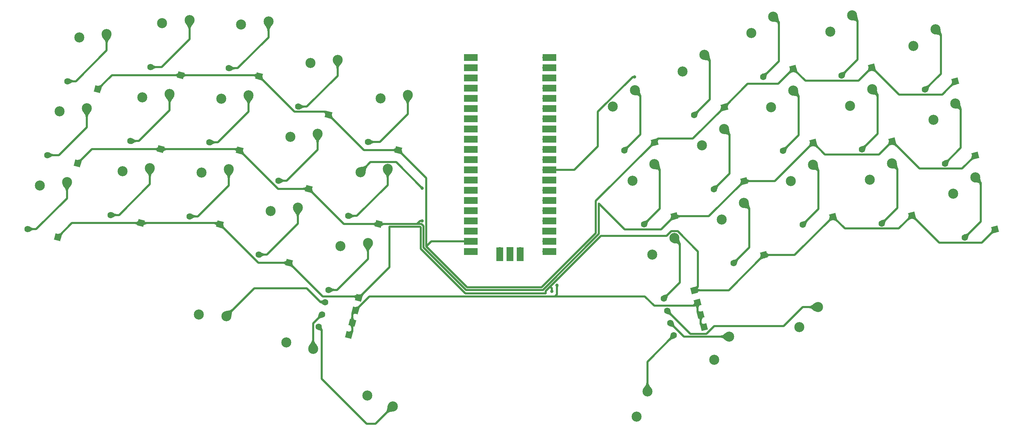
<source format=gtl>
G04 #@! TF.GenerationSoftware,KiCad,Pcbnew,(6.0.4)*
G04 #@! TF.CreationDate,2022-05-01T20:55:41-04:00*
G04 #@! TF.ProjectId,crowboard,63726f77-626f-4617-9264-2e6b69636164,rev?*
G04 #@! TF.SameCoordinates,Original*
G04 #@! TF.FileFunction,Copper,L1,Top*
G04 #@! TF.FilePolarity,Positive*
%FSLAX46Y46*%
G04 Gerber Fmt 4.6, Leading zero omitted, Abs format (unit mm)*
G04 Created by KiCad (PCBNEW (6.0.4)) date 2022-05-01 20:55:41*
%MOMM*%
%LPD*%
G01*
G04 APERTURE LIST*
G04 Aperture macros list*
%AMRotRect*
0 Rectangle, with rotation*
0 The origin of the aperture is its center*
0 $1 length*
0 $2 width*
0 $3 Rotation angle, in degrees counterclockwise*
0 Add horizontal line*
21,1,$1,$2,0,0,$3*%
G04 Aperture macros list end*
G04 #@! TA.AperFunction,ComponentPad*
%ADD10C,2.500000*%
G04 #@! TD*
G04 #@! TA.AperFunction,ComponentPad*
%ADD11RotRect,1.600000X1.600000X345.000000*%
G04 #@! TD*
G04 #@! TA.AperFunction,ComponentPad*
%ADD12C,1.600000*%
G04 #@! TD*
G04 #@! TA.AperFunction,ComponentPad*
%ADD13RotRect,1.600000X1.600000X15.000000*%
G04 #@! TD*
G04 #@! TA.AperFunction,SMDPad,CuDef*
%ADD14R,3.500000X1.700000*%
G04 #@! TD*
G04 #@! TA.AperFunction,ComponentPad*
%ADD15O,1.700000X1.700000*%
G04 #@! TD*
G04 #@! TA.AperFunction,ComponentPad*
%ADD16R,1.700000X1.700000*%
G04 #@! TD*
G04 #@! TA.AperFunction,SMDPad,CuDef*
%ADD17R,1.700000X3.500000*%
G04 #@! TD*
G04 #@! TA.AperFunction,ViaPad*
%ADD18C,0.800000*%
G04 #@! TD*
G04 #@! TA.AperFunction,Conductor*
%ADD19C,0.500000*%
G04 #@! TD*
G04 APERTURE END LIST*
D10*
X89521852Y-84906587D03*
X96312881Y-84096636D03*
D11*
X41574288Y-73045175D03*
D12*
X34040066Y-71026387D03*
D13*
X202392307Y-59078709D03*
D12*
X194858085Y-61097497D03*
D10*
X62581084Y-38243807D03*
X69372113Y-37433856D03*
D13*
X264785284Y-71121827D03*
D12*
X257251062Y-73140615D03*
D10*
X218948404Y-77487178D03*
X224424633Y-73390225D03*
D11*
X103967265Y-61002057D03*
D12*
X96433043Y-58983269D03*
D11*
X116410461Y-88166965D03*
D12*
X108876239Y-86148177D03*
D11*
X111479959Y-106567852D03*
D12*
X103945737Y-104549064D03*
D10*
X37044213Y-60162490D03*
X43835242Y-59352539D03*
D13*
X207322809Y-77479596D03*
D12*
X199788587Y-79498384D03*
D13*
X244124583Y-67618590D03*
D12*
X236590361Y-69637378D03*
D10*
X82214596Y-38574088D03*
X89005625Y-37764137D03*
D11*
X99036762Y-79402944D03*
D12*
X91502540Y-77384156D03*
D11*
X76937998Y-88273106D03*
D12*
X69403776Y-86254318D03*
D10*
X196849640Y-68617016D03*
X202325869Y-64520063D03*
X199898892Y-121899651D03*
X203643623Y-116176794D03*
D13*
X224491071Y-67948871D03*
D12*
X216956849Y-69967659D03*
D11*
X62234988Y-69541938D03*
D12*
X54700766Y-67523150D03*
D10*
X32113711Y-78563377D03*
X38904740Y-77753426D03*
D11*
X57304486Y-87942825D03*
D12*
X49770264Y-85924037D03*
D11*
X94106260Y-97803831D03*
D12*
X86572038Y-95785043D03*
D11*
X86684300Y-51440598D03*
D12*
X79150078Y-49421810D03*
D11*
X36643785Y-91446062D03*
D12*
X29109563Y-89427274D03*
D10*
X228720911Y-40355123D03*
X234197140Y-36258170D03*
X52720078Y-75045581D03*
X59511107Y-74235630D03*
X41974716Y-41761603D03*
X48765745Y-40951652D03*
X184460777Y-95767365D03*
X189937006Y-91670412D03*
X113630608Y-130834130D03*
X119916788Y-133528207D03*
X116865223Y-56897951D03*
X123656252Y-56088000D03*
D13*
X185018608Y-67842729D03*
D12*
X177484386Y-69861517D03*
D11*
X46571198Y-54662082D03*
D12*
X39036976Y-52643294D03*
D10*
X259296951Y-80645576D03*
X264773180Y-76548623D03*
X249435945Y-43843802D03*
X254912174Y-39746849D03*
X174654105Y-58951033D03*
X180130334Y-54854080D03*
X94452355Y-66505700D03*
X101243384Y-65695749D03*
D13*
X195701364Y-107711318D03*
D12*
X188167142Y-109730106D03*
D10*
X179530274Y-77366478D03*
X185006503Y-73269525D03*
X72353591Y-75375862D03*
X79144620Y-74565911D03*
X77284094Y-56974975D03*
X84075123Y-56165024D03*
X233651414Y-58756010D03*
X239127643Y-54659057D03*
X93451223Y-117638997D03*
X100109722Y-119200561D03*
D14*
X139308000Y-46736000D03*
D15*
X140208000Y-46736000D03*
D14*
X139308000Y-49276000D03*
D15*
X140208000Y-49276000D03*
D16*
X140208000Y-51816000D03*
D14*
X139308000Y-51816000D03*
X139308000Y-54356000D03*
D15*
X140208000Y-54356000D03*
X140208000Y-56896000D03*
D14*
X139308000Y-56896000D03*
D15*
X140208000Y-59436000D03*
D14*
X139308000Y-59436000D03*
X139308000Y-61976000D03*
D15*
X140208000Y-61976000D03*
D16*
X140208000Y-64516000D03*
D14*
X139308000Y-64516000D03*
D15*
X140208000Y-67056000D03*
D14*
X139308000Y-67056000D03*
D15*
X140208000Y-69596000D03*
D14*
X139308000Y-69596000D03*
D15*
X140208000Y-72136000D03*
D14*
X139308000Y-72136000D03*
X139308000Y-74676000D03*
D15*
X140208000Y-74676000D03*
D16*
X140208000Y-77216000D03*
D14*
X139308000Y-77216000D03*
D15*
X140208000Y-79756000D03*
D14*
X139308000Y-79756000D03*
X139308000Y-82296000D03*
D15*
X140208000Y-82296000D03*
D14*
X139308000Y-84836000D03*
D15*
X140208000Y-84836000D03*
D14*
X139308000Y-87376000D03*
D15*
X140208000Y-87376000D03*
D14*
X139308000Y-89916000D03*
D16*
X140208000Y-89916000D03*
D15*
X140208000Y-92456000D03*
D14*
X139308000Y-92456000D03*
X139308000Y-94996000D03*
D15*
X140208000Y-94996000D03*
X157988000Y-94996000D03*
D14*
X158888000Y-94996000D03*
D15*
X157988000Y-92456000D03*
D14*
X158888000Y-92456000D03*
X158888000Y-89916000D03*
D16*
X157988000Y-89916000D03*
D15*
X157988000Y-87376000D03*
D14*
X158888000Y-87376000D03*
D15*
X157988000Y-84836000D03*
D14*
X158888000Y-84836000D03*
D15*
X157988000Y-82296000D03*
D14*
X158888000Y-82296000D03*
X158888000Y-79756000D03*
D15*
X157988000Y-79756000D03*
D14*
X158888000Y-77216000D03*
D16*
X157988000Y-77216000D03*
D15*
X157988000Y-74676000D03*
D14*
X158888000Y-74676000D03*
D15*
X157988000Y-72136000D03*
D14*
X158888000Y-72136000D03*
D15*
X157988000Y-69596000D03*
D14*
X158888000Y-69596000D03*
X158888000Y-67056000D03*
D15*
X157988000Y-67056000D03*
D14*
X158888000Y-64516000D03*
D16*
X157988000Y-64516000D03*
D15*
X157988000Y-61976000D03*
D14*
X158888000Y-61976000D03*
D15*
X157988000Y-59436000D03*
D14*
X158888000Y-59436000D03*
D15*
X157988000Y-56896000D03*
D14*
X158888000Y-56896000D03*
X158888000Y-54356000D03*
D15*
X157988000Y-54356000D03*
D14*
X158888000Y-51816000D03*
D16*
X157988000Y-51816000D03*
D14*
X158888000Y-49276000D03*
D15*
X157988000Y-49276000D03*
D14*
X158888000Y-46736000D03*
D15*
X157988000Y-46736000D03*
X146558000Y-94766000D03*
D17*
X146558000Y-95666000D03*
D16*
X149098000Y-94766000D03*
D17*
X149098000Y-95666000D03*
X151638000Y-95666000D03*
D15*
X151638000Y-94766000D03*
D13*
X197344865Y-113844947D03*
D12*
X189810643Y-115863735D03*
D13*
X194879613Y-104644503D03*
D12*
X187345391Y-106663291D03*
D10*
X180573292Y-136112286D03*
X183267369Y-129826106D03*
X111880387Y-75284279D03*
X118671416Y-74474328D03*
X191973470Y-50201570D03*
X197449699Y-46104617D03*
X106949884Y-93685166D03*
X113740913Y-92875215D03*
D13*
X212253312Y-95880483D03*
D12*
X204719090Y-97899271D03*
D13*
X249055086Y-86019477D03*
D12*
X241520864Y-88038265D03*
D11*
X67165491Y-51141051D03*
D12*
X59631269Y-49122263D03*
D11*
X109022925Y-115737627D03*
D12*
X101488703Y-113718839D03*
D10*
X254366448Y-62244689D03*
X259842677Y-58147736D03*
X99437191Y-48119371D03*
X106228220Y-47309420D03*
D13*
X239079377Y-49248438D03*
D12*
X231545155Y-51267226D03*
D10*
X201780143Y-87017903D03*
X207256372Y-82920950D03*
X221007088Y-113817464D03*
X225688692Y-108831816D03*
D13*
X189949111Y-86243616D03*
D12*
X182414889Y-88262404D03*
D13*
X229421574Y-86349758D03*
D12*
X221887352Y-88368546D03*
D13*
X269715787Y-89522714D03*
D12*
X262181565Y-91541502D03*
D13*
X259854781Y-52720940D03*
D12*
X252320559Y-54739728D03*
D10*
X209087398Y-40685404D03*
X214563627Y-36588451D03*
D13*
X219560568Y-49547984D03*
D12*
X212026346Y-51566772D03*
D10*
X238581917Y-77156897D03*
X244058146Y-73059944D03*
D11*
X109844675Y-112670813D03*
D12*
X102310453Y-110652025D03*
D11*
X81868501Y-69872219D03*
D12*
X74334279Y-67853431D03*
D13*
X196523114Y-110778132D03*
D12*
X188988892Y-112796920D03*
D11*
X110658208Y-109634666D03*
D12*
X103123986Y-107615878D03*
D11*
X121340964Y-69766078D03*
D12*
X113806742Y-67747290D03*
D10*
X57650581Y-56644694D03*
X64441610Y-55834743D03*
X214017901Y-59086291D03*
X219494130Y-54989338D03*
X71678900Y-110707111D03*
X78507405Y-111088715D03*
D18*
X127254000Y-87376000D03*
X159512000Y-104902000D03*
X160782000Y-103378000D03*
X127254000Y-79248000D03*
X180086000Y-51562000D03*
D19*
X48765745Y-40951652D02*
X48765745Y-44967761D01*
X41090212Y-52643294D02*
X39036976Y-52643294D01*
X48765745Y-44967761D02*
X41090212Y-52643294D01*
X62442794Y-49122263D02*
X59631269Y-49122263D01*
X69372113Y-42192944D02*
X62442794Y-49122263D01*
X69372113Y-37433856D02*
X69372113Y-42192944D01*
X89005625Y-41780246D02*
X81364061Y-49421810D01*
X89005625Y-37764137D02*
X89005625Y-41780246D01*
X81364061Y-49421810D02*
X79150078Y-49421810D01*
X98570480Y-58983269D02*
X96433043Y-58983269D01*
X106228220Y-47309420D02*
X106228220Y-51325529D01*
X106228220Y-51325529D02*
X98570480Y-58983269D01*
X123656252Y-60847088D02*
X116756050Y-67747290D01*
X116756050Y-67747290D02*
X113806742Y-67747290D01*
X123656252Y-56088000D02*
X123656252Y-60847088D01*
X180130334Y-54854080D02*
X181491204Y-56214950D01*
X181491204Y-56214950D02*
X181491204Y-65854699D01*
X181491204Y-65854699D02*
X177484386Y-69861517D01*
X198810569Y-47465487D02*
X198810569Y-57145013D01*
X197449699Y-46104617D02*
X198810569Y-47465487D01*
X198810569Y-57145013D02*
X194858085Y-61097497D01*
X214563627Y-36588451D02*
X215924497Y-37949321D01*
X215924497Y-47668621D02*
X212026346Y-51566772D01*
X215924497Y-37949321D02*
X215924497Y-47668621D01*
X234197140Y-36258170D02*
X235558010Y-37619040D01*
X235558010Y-47254371D02*
X231545155Y-51267226D01*
X235558010Y-37619040D02*
X235558010Y-47254371D01*
X256273044Y-41107719D02*
X256273044Y-50787243D01*
X256273044Y-50787243D02*
X252320559Y-54739728D01*
X254912174Y-39746849D02*
X256273044Y-41107719D01*
X43835242Y-59352539D02*
X43835242Y-64111627D01*
X43835242Y-64111627D02*
X36920482Y-71026387D01*
X36920482Y-71026387D02*
X34040066Y-71026387D01*
X56769312Y-67523150D02*
X54700766Y-67523150D01*
X64441610Y-55834743D02*
X64441610Y-59850852D01*
X64441610Y-59850852D02*
X56769312Y-67523150D01*
X76402825Y-67853431D02*
X74334279Y-67853431D01*
X84075123Y-56165024D02*
X84075123Y-60181133D01*
X84075123Y-60181133D02*
X76402825Y-67853431D01*
X93571086Y-77384156D02*
X91502540Y-77384156D01*
X101243384Y-69711858D02*
X93571086Y-77384156D01*
X101243384Y-65695749D02*
X101243384Y-69711858D01*
X118671416Y-74474328D02*
X118671416Y-78490437D01*
X111013676Y-86148177D02*
X108876239Y-86148177D01*
X118671416Y-78490437D02*
X111013676Y-86148177D01*
X186367373Y-74630395D02*
X186367373Y-84309920D01*
X185006503Y-73269525D02*
X186367373Y-74630395D01*
X186367373Y-84309920D02*
X182414889Y-88262404D01*
X202325869Y-64520063D02*
X203686739Y-65880933D01*
X203686739Y-65880933D02*
X203686739Y-75600232D01*
X203686739Y-75600232D02*
X199788587Y-79498384D01*
X220855000Y-66069508D02*
X216956849Y-69967659D01*
X219494130Y-54989338D02*
X220855000Y-56350208D01*
X220855000Y-56350208D02*
X220855000Y-66069508D01*
X240488513Y-56019927D02*
X240488513Y-65739226D01*
X240488513Y-65739226D02*
X236590361Y-69637378D01*
X239127643Y-54659057D02*
X240488513Y-56019927D01*
X259842677Y-58147736D02*
X261203547Y-59508606D01*
X261203547Y-59508606D02*
X261203547Y-69188130D01*
X261203547Y-69188130D02*
X257251062Y-73140615D01*
X38904740Y-77753426D02*
X38904740Y-81769535D01*
X31247001Y-89427274D02*
X29109563Y-89427274D01*
X38904740Y-81769535D02*
X31247001Y-89427274D01*
X51838809Y-85924037D02*
X49770264Y-85924037D01*
X59511107Y-74235630D02*
X59511107Y-78251739D01*
X59511107Y-78251739D02*
X51838809Y-85924037D01*
X71472322Y-86254318D02*
X69403776Y-86254318D01*
X79144620Y-74565911D02*
X79144620Y-78582020D01*
X79144620Y-78582020D02*
X71472322Y-86254318D01*
X96312881Y-88112745D02*
X88640583Y-95785043D01*
X96312881Y-84096636D02*
X96312881Y-88112745D01*
X88640583Y-95785043D02*
X86572038Y-95785043D01*
X106083173Y-104549064D02*
X103945737Y-104549064D01*
X113740913Y-96891324D02*
X106083173Y-104549064D01*
X113740913Y-92875215D02*
X113740913Y-96891324D01*
X191297876Y-102710806D02*
X187345391Y-106663291D01*
X189937006Y-91670412D02*
X191297876Y-93031282D01*
X191297876Y-93031282D02*
X191297876Y-102710806D01*
X208617242Y-84281820D02*
X208617242Y-94001119D01*
X207256372Y-82920950D02*
X208617242Y-84281820D01*
X208617242Y-94001119D02*
X204719090Y-97899271D01*
X225785503Y-84470395D02*
X221887352Y-88368546D01*
X225785503Y-74751095D02*
X225785503Y-84470395D01*
X224424633Y-73390225D02*
X225785503Y-74751095D01*
X245419016Y-84140113D02*
X241520864Y-88038265D01*
X245419016Y-74420814D02*
X245419016Y-84140113D01*
X244058146Y-73059944D02*
X245419016Y-74420814D01*
X266134050Y-77909493D02*
X266134050Y-87589017D01*
X266134050Y-87589017D02*
X262181565Y-91541502D01*
X264773180Y-76548623D02*
X266134050Y-77909493D01*
X102027878Y-107615878D02*
X103123986Y-107615878D01*
X85456120Y-104140000D02*
X98552000Y-104140000D01*
X78507405Y-111088715D02*
X85456120Y-104140000D01*
X98552000Y-104140000D02*
X102027878Y-107615878D01*
X100109722Y-119200561D02*
X100109722Y-112852756D01*
X100109722Y-112852756D02*
X102310453Y-110652025D01*
X119916788Y-133528207D02*
X115621216Y-137823779D01*
X102288702Y-126672702D02*
X102288702Y-114518838D01*
X113439779Y-137823779D02*
X102288702Y-126672702D01*
X102288702Y-114518838D02*
X101488703Y-113718839D01*
X115621216Y-137823779D02*
X113439779Y-137823779D01*
X183267369Y-122407009D02*
X189810643Y-115863735D01*
X183267369Y-129826106D02*
X183267369Y-122407009D01*
X203643623Y-116176794D02*
X192368766Y-116176794D01*
X192368766Y-116176794D02*
X188988892Y-112796920D01*
X197958726Y-115477274D02*
X193914310Y-115477274D01*
X199898000Y-113538000D02*
X197958726Y-115477274D01*
X217170000Y-113538000D02*
X199898000Y-113538000D01*
X225688692Y-108831816D02*
X221876184Y-108831816D01*
X193914310Y-115477274D02*
X188167142Y-109730106D01*
X221876184Y-108831816D02*
X217170000Y-113538000D01*
X170434000Y-82427337D02*
X185018608Y-67842729D01*
X128270000Y-93726000D02*
X129540000Y-92456000D01*
X235811078Y-52516737D02*
X239079377Y-49248438D01*
X112731286Y-69766078D02*
X121340964Y-69766078D01*
X103967265Y-61002057D02*
X112731286Y-69766078D01*
X67165491Y-51141051D02*
X86384753Y-51141051D01*
X129540000Y-92456000D02*
X140208000Y-92456000D01*
X170434000Y-90424000D02*
X170434000Y-82427337D01*
X103197988Y-60232780D02*
X103967265Y-61002057D01*
X194553511Y-66917505D02*
X202392307Y-59078709D01*
X202392307Y-59078709D02*
X208181189Y-53289827D01*
X86384753Y-51141051D02*
X86684300Y-51440598D01*
X121340964Y-69766078D02*
X128270000Y-76695114D01*
X185018608Y-67842729D02*
X185943832Y-66917505D01*
X239079377Y-49248438D02*
X245820178Y-55989239D01*
X50092229Y-51141051D02*
X67165491Y-51141051D01*
X219560568Y-49547984D02*
X222529321Y-52516737D01*
X46571198Y-54662082D02*
X50092229Y-51141051D01*
X138430000Y-103886000D02*
X156972000Y-103886000D01*
X222529321Y-52516737D02*
X235811078Y-52516737D01*
X156972000Y-103886000D02*
X170434000Y-90424000D01*
X215818725Y-53289827D02*
X219560568Y-49547984D01*
X256586482Y-55989239D02*
X259854781Y-52720940D01*
X245820178Y-55989239D02*
X256586482Y-55989239D01*
X185943832Y-66917505D02*
X194553511Y-66917505D01*
X128270000Y-93726000D02*
X138430000Y-103886000D01*
X208181189Y-53289827D02*
X215818725Y-53289827D01*
X128270000Y-76695114D02*
X128270000Y-93726000D01*
X95476482Y-60232780D02*
X103197988Y-60232780D01*
X86684300Y-51440598D02*
X95476482Y-60232780D01*
X41574288Y-73045175D02*
X45077525Y-69541938D01*
X81538220Y-69541938D02*
X81868501Y-69872219D01*
X125955035Y-88166965D02*
X126746000Y-87376000D01*
X127570480Y-88646000D02*
X127570481Y-94015751D01*
X177649915Y-89511915D02*
X186680812Y-89511915D01*
X198558789Y-86243616D02*
X207322809Y-77479596D01*
X91399226Y-79402944D02*
X99036762Y-79402944D01*
X125955035Y-88166965D02*
X127091445Y-88166965D01*
X244124583Y-67618590D02*
X250896119Y-74390126D01*
X224491071Y-67948871D02*
X227429089Y-70886889D01*
X227429089Y-70886889D02*
X240856284Y-70886889D01*
X81868501Y-69872219D02*
X91399226Y-79402944D01*
X261516985Y-74390126D02*
X264785284Y-71121827D01*
X116410461Y-88166965D02*
X125955035Y-88166965D01*
X186680812Y-89511915D02*
X189949111Y-86243616D01*
X250896119Y-74390126D02*
X261516985Y-74390126D01*
X207322809Y-77479596D02*
X214960346Y-77479596D01*
X45077525Y-69541938D02*
X62234988Y-69541938D01*
X171196000Y-83058000D02*
X177649915Y-89511915D01*
X127091445Y-88166965D02*
X127570480Y-88646000D01*
X62234988Y-69541938D02*
X81538220Y-69541938D01*
X107800783Y-88166965D02*
X116410461Y-88166965D01*
X99036762Y-79402944D02*
X107800783Y-88166965D01*
X126746000Y-87376000D02*
X127254000Y-87376000D01*
X214960346Y-77479596D02*
X224491071Y-67948871D01*
X157261750Y-104585520D02*
X171196000Y-90651270D01*
X138140250Y-104585520D02*
X157261750Y-104585520D01*
X189949111Y-86243616D02*
X198558789Y-86243616D01*
X240856284Y-70886889D02*
X244124583Y-67618590D01*
X171196000Y-90651270D02*
X171196000Y-83058000D01*
X127570481Y-94015751D02*
X138140250Y-104585520D01*
X195834000Y-94996000D02*
X195834000Y-103690116D01*
X255826622Y-92791013D02*
X266447488Y-92791013D01*
X76607717Y-87942825D02*
X76937998Y-88273106D01*
X189233044Y-89970901D02*
X190808901Y-89970901D01*
X119126000Y-88866485D02*
X126712485Y-88866485D01*
X171677270Y-91159270D02*
X188044675Y-91159270D01*
X157988000Y-104848540D02*
X159104270Y-103732270D01*
X212253312Y-95880483D02*
X219890849Y-95880483D01*
X137975460Y-105410000D02*
X157988000Y-105410000D01*
X111479959Y-106567852D02*
X119126000Y-98921811D01*
X126870960Y-89024960D02*
X126870960Y-90932001D01*
X219890849Y-95880483D02*
X229421574Y-86349758D01*
X126870960Y-90932001D02*
X126870962Y-94305502D01*
X76937998Y-88273106D02*
X86468723Y-97803831D01*
X190808901Y-89970901D02*
X195834000Y-94996000D01*
X203489292Y-104644503D02*
X212253312Y-95880483D01*
X232359592Y-89287776D02*
X245786787Y-89287776D01*
X126870962Y-94305502D02*
X137975460Y-105410000D01*
X159512000Y-104140000D02*
X159512000Y-104902000D01*
X119126000Y-98921811D02*
X119126000Y-88866485D01*
X111084107Y-106172000D02*
X111479959Y-106567852D01*
X188044675Y-91159270D02*
X189233044Y-89970901D01*
X57304486Y-87942825D02*
X76607717Y-87942825D01*
X249055086Y-86019477D02*
X255826622Y-92791013D01*
X229421574Y-86349758D02*
X232359592Y-89287776D01*
X126712485Y-88866485D02*
X126870960Y-89024960D01*
X266447488Y-92791013D02*
X269715787Y-89522714D01*
X245786787Y-89287776D02*
X249055086Y-86019477D01*
X194879613Y-104644503D02*
X203489292Y-104644503D01*
X86468723Y-97803831D02*
X94106260Y-97803831D01*
X157988000Y-105410000D02*
X157988000Y-104848540D01*
X159104270Y-103732270D02*
X171677270Y-91159270D01*
X102474429Y-106172000D02*
X111084107Y-106172000D01*
X159104270Y-103732270D02*
X159512000Y-104140000D01*
X195834000Y-103690116D02*
X194879613Y-104644503D01*
X94106260Y-97803831D02*
X102474429Y-106172000D01*
X36643785Y-91446062D02*
X40147022Y-87942825D01*
X40147022Y-87942825D02*
X57304486Y-87942825D01*
X109844675Y-112670813D02*
X109844675Y-114915877D01*
X109844675Y-112670813D02*
X109844675Y-110448199D01*
X195701364Y-107711318D02*
X195701364Y-109956382D01*
X196523114Y-110778132D02*
X196523114Y-113023196D01*
X196523114Y-113023196D02*
X197344865Y-113844947D01*
X114120874Y-106172000D02*
X160274000Y-106172000D01*
X194932087Y-108480595D02*
X195701364Y-107711318D01*
X182626000Y-106172000D02*
X184934595Y-108480595D01*
X160782000Y-105664000D02*
X160782000Y-103378000D01*
X184934595Y-108480595D02*
X194932087Y-108480595D01*
X109844675Y-110448199D02*
X110658208Y-109634666D01*
X195701364Y-109956382D02*
X196523114Y-110778132D01*
X160274000Y-106172000D02*
X182626000Y-106172000D01*
X110658208Y-109634666D02*
X114120874Y-106172000D01*
X160274000Y-106172000D02*
X160782000Y-105664000D01*
X109844675Y-114915877D02*
X109022925Y-115737627D01*
X111880387Y-75284279D02*
X114389849Y-72774817D01*
X114389849Y-72774817D02*
X120780817Y-72774817D01*
X120780817Y-72774817D02*
X127254000Y-79248000D01*
X170942000Y-68834000D02*
X165100000Y-74676000D01*
X165100000Y-74676000D02*
X157988000Y-74676000D01*
X180086000Y-51562000D02*
X179639665Y-51562000D01*
X170942000Y-60259665D02*
X170942000Y-68834000D01*
X179639665Y-51562000D02*
X170942000Y-60259665D01*
G04 #@! TA.AperFunction,Conductor*
G36*
X126880435Y-78520811D02*
G01*
X126934411Y-78574319D01*
X126989637Y-78627476D01*
X127039564Y-78673125D01*
X127063265Y-78693164D01*
X127085812Y-78712227D01*
X127085824Y-78712236D01*
X127085912Y-78712311D01*
X127130403Y-78746077D01*
X127130552Y-78746176D01*
X127130558Y-78746180D01*
X127174598Y-78775361D01*
X127174605Y-78775365D01*
X127174760Y-78775468D01*
X127174931Y-78775565D01*
X127220533Y-78801431D01*
X127220542Y-78801436D01*
X127220703Y-78801527D01*
X127246085Y-78813777D01*
X127269811Y-78825229D01*
X127269824Y-78825235D01*
X127269955Y-78825298D01*
X127324236Y-78847825D01*
X127377750Y-78867403D01*
X127384341Y-78873463D01*
X127385426Y-78878159D01*
X127392009Y-79214874D01*
X127395183Y-79377256D01*
X127391918Y-79385595D01*
X127383256Y-79389183D01*
X127240361Y-79386390D01*
X126884160Y-79379427D01*
X126875957Y-79375839D01*
X126873402Y-79371749D01*
X126853861Y-79318334D01*
X126853859Y-79318328D01*
X126853825Y-79318236D01*
X126831298Y-79263955D01*
X126831235Y-79263824D01*
X126831229Y-79263811D01*
X126819777Y-79240085D01*
X126807527Y-79214703D01*
X126781468Y-79168760D01*
X126752077Y-79124403D01*
X126718311Y-79079912D01*
X126718236Y-79079824D01*
X126718227Y-79079812D01*
X126699164Y-79057265D01*
X126679125Y-79033564D01*
X126633476Y-78983637D01*
X126580319Y-78928411D01*
X126526811Y-78874435D01*
X126523420Y-78866148D01*
X126526847Y-78857926D01*
X126863926Y-78520847D01*
X126872199Y-78517420D01*
X126880435Y-78520811D01*
G37*
G04 #@! TD.AperFunction*
G04 #@! TA.AperFunction,Conductor*
G36*
X113472202Y-73354704D02*
G01*
X113809962Y-73692464D01*
X113813389Y-73700737D01*
X113810338Y-73708615D01*
X113621696Y-73915640D01*
X113575410Y-73979556D01*
X113485647Y-74103508D01*
X113478990Y-74112700D01*
X113379736Y-74297051D01*
X113313929Y-74474203D01*
X113271562Y-74649666D01*
X113242631Y-74828950D01*
X113242625Y-74828991D01*
X113242625Y-74828994D01*
X113217143Y-75017474D01*
X113217105Y-75017728D01*
X113185109Y-75220680D01*
X113184985Y-75221344D01*
X113136495Y-75444385D01*
X113136264Y-75445275D01*
X113063616Y-75686342D01*
X113057948Y-75693274D01*
X113052643Y-75694664D01*
X111450611Y-75725982D01*
X111442272Y-75722717D01*
X111438684Y-75714055D01*
X111470002Y-74112023D01*
X111473590Y-74103819D01*
X111478324Y-74101050D01*
X111719390Y-74028401D01*
X111720280Y-74028170D01*
X111850371Y-73999888D01*
X111943328Y-73979679D01*
X111943977Y-73979558D01*
X112033709Y-73965411D01*
X112146937Y-73947560D01*
X112147191Y-73947522D01*
X112335671Y-73922040D01*
X112335674Y-73922040D01*
X112335715Y-73922034D01*
X112514999Y-73893103D01*
X112690462Y-73850736D01*
X112770430Y-73821030D01*
X112867233Y-73785071D01*
X112867239Y-73785068D01*
X112867614Y-73784929D01*
X112867970Y-73784738D01*
X112867973Y-73784736D01*
X113023989Y-73700737D01*
X113051965Y-73685675D01*
X113249025Y-73542969D01*
X113456050Y-73354328D01*
X113464472Y-73351290D01*
X113472202Y-73354704D01*
G37*
G04 #@! TD.AperFunction*
G04 #@! TA.AperFunction,Conductor*
G36*
X121454909Y-69490993D02*
G01*
X121749426Y-69496750D01*
X122088259Y-69503374D01*
X122096463Y-69506962D01*
X122099187Y-69511547D01*
X122144400Y-69654666D01*
X122144558Y-69655215D01*
X122179754Y-69789891D01*
X122179834Y-69790219D01*
X122207843Y-69912465D01*
X122233883Y-70025755D01*
X122263165Y-70133483D01*
X122300942Y-70239217D01*
X122352465Y-70346528D01*
X122422988Y-70458982D01*
X122517762Y-70580150D01*
X122618400Y-70688215D01*
X122634345Y-70705337D01*
X122637476Y-70713727D01*
X122634056Y-70721584D01*
X122296470Y-71059170D01*
X122288197Y-71062597D01*
X122280223Y-71059459D01*
X122279913Y-71059170D01*
X122155036Y-70942876D01*
X122033868Y-70848102D01*
X121921414Y-70777579D01*
X121814103Y-70726056D01*
X121813818Y-70725954D01*
X121708591Y-70688358D01*
X121708584Y-70688356D01*
X121708369Y-70688279D01*
X121600641Y-70658997D01*
X121487351Y-70632957D01*
X121365105Y-70604948D01*
X121364791Y-70604871D01*
X121230093Y-70569670D01*
X121229552Y-70569514D01*
X121086433Y-70524301D01*
X121079577Y-70518541D01*
X121078260Y-70513373D01*
X121077201Y-70459225D01*
X121058122Y-69483236D01*
X121454909Y-69490993D01*
G37*
G04 #@! TD.AperFunction*
G04 #@! TA.AperFunction,Conductor*
G36*
X232500661Y-49974134D02*
G01*
X232838247Y-50311720D01*
X232841674Y-50319993D01*
X232838536Y-50327967D01*
X232721953Y-50453153D01*
X232627179Y-50574321D01*
X232556656Y-50686775D01*
X232505133Y-50794086D01*
X232467356Y-50899820D01*
X232438074Y-51007548D01*
X232438048Y-51007660D01*
X232438048Y-51007661D01*
X232412034Y-51120838D01*
X232384029Y-51243067D01*
X232383945Y-51243412D01*
X232348749Y-51378088D01*
X232348591Y-51378637D01*
X232312265Y-51493625D01*
X232303378Y-51521757D01*
X232297618Y-51528613D01*
X232292450Y-51529930D01*
X231274478Y-51549830D01*
X231266139Y-51546565D01*
X231262551Y-51537903D01*
X231282451Y-50519931D01*
X231286039Y-50511727D01*
X231290624Y-50509003D01*
X231433730Y-50463793D01*
X231434297Y-50463630D01*
X231475083Y-50452971D01*
X231568982Y-50428432D01*
X231569296Y-50428355D01*
X231691542Y-50400346D01*
X231804832Y-50374306D01*
X231912560Y-50345024D01*
X231912775Y-50344947D01*
X231912782Y-50344945D01*
X232018009Y-50307349D01*
X232018012Y-50307348D01*
X232018294Y-50307247D01*
X232125605Y-50255724D01*
X232238059Y-50185201D01*
X232359227Y-50090427D01*
X232484414Y-49973845D01*
X232492804Y-49970714D01*
X232500661Y-49974134D01*
G37*
G04 #@! TD.AperFunction*
G04 #@! TA.AperFunction,Conductor*
G36*
X62591150Y-68825812D02*
G01*
X62723508Y-68894618D01*
X62724312Y-68895036D01*
X62724826Y-68895321D01*
X62844933Y-68965657D01*
X62845208Y-68965823D01*
X62951476Y-69032472D01*
X63049997Y-69094167D01*
X63050059Y-69094202D01*
X63050078Y-69094214D01*
X63112412Y-69129903D01*
X63146877Y-69149637D01*
X63159778Y-69155746D01*
X63248071Y-69197557D01*
X63248079Y-69197560D01*
X63248355Y-69197691D01*
X63248640Y-69197791D01*
X63248647Y-69197794D01*
X63360359Y-69237030D01*
X63360367Y-69237032D01*
X63360668Y-69237138D01*
X63360982Y-69237210D01*
X63360989Y-69237212D01*
X63489763Y-69266723D01*
X63489771Y-69266724D01*
X63490053Y-69266789D01*
X63642747Y-69285452D01*
X63642987Y-69285461D01*
X63642993Y-69285461D01*
X63707825Y-69287768D01*
X63813705Y-69291536D01*
X63821850Y-69295255D01*
X63824988Y-69303229D01*
X63824988Y-69780647D01*
X63821561Y-69788920D01*
X63813705Y-69792339D01*
X63702356Y-69796302D01*
X63642993Y-69798414D01*
X63642987Y-69798414D01*
X63642747Y-69798423D01*
X63490053Y-69817086D01*
X63489771Y-69817151D01*
X63489763Y-69817152D01*
X63360989Y-69846663D01*
X63360982Y-69846665D01*
X63360668Y-69846737D01*
X63360367Y-69846843D01*
X63360359Y-69846845D01*
X63248647Y-69886081D01*
X63248640Y-69886084D01*
X63248355Y-69886184D01*
X63248079Y-69886315D01*
X63248071Y-69886318D01*
X63188514Y-69914521D01*
X63146877Y-69934238D01*
X63112412Y-69953972D01*
X63050078Y-69989661D01*
X63050059Y-69989673D01*
X63049997Y-69989708D01*
X62951476Y-70051403D01*
X62845222Y-70118043D01*
X62844933Y-70118218D01*
X62724827Y-70188554D01*
X62724312Y-70188839D01*
X62591151Y-70258064D01*
X62582231Y-70258840D01*
X62577645Y-70256116D01*
X62507389Y-70188554D01*
X62364769Y-70051403D01*
X62234988Y-69926599D01*
X61834988Y-69541938D01*
X62234988Y-69157277D01*
X62577645Y-68827760D01*
X62585984Y-68824495D01*
X62591150Y-68825812D01*
G37*
G04 #@! TD.AperFunction*
G04 #@! TA.AperFunction,Conductor*
G36*
X56961829Y-87228647D02*
G01*
X57174705Y-87433359D01*
X57238860Y-87495054D01*
X57704486Y-87942825D01*
X57304486Y-88327486D01*
X57302894Y-88329017D01*
X56961829Y-88657003D01*
X56953490Y-88660268D01*
X56948324Y-88658951D01*
X56815161Y-88589726D01*
X56814646Y-88589441D01*
X56694540Y-88519105D01*
X56694251Y-88518930D01*
X56587997Y-88452290D01*
X56489476Y-88390595D01*
X56489414Y-88390560D01*
X56489395Y-88390548D01*
X56427061Y-88354859D01*
X56392596Y-88335125D01*
X56350959Y-88315408D01*
X56291402Y-88287205D01*
X56291394Y-88287202D01*
X56291118Y-88287071D01*
X56290833Y-88286971D01*
X56290826Y-88286968D01*
X56179114Y-88247732D01*
X56179106Y-88247730D01*
X56178805Y-88247624D01*
X56178491Y-88247552D01*
X56178484Y-88247550D01*
X56049710Y-88218039D01*
X56049702Y-88218038D01*
X56049420Y-88217973D01*
X55896726Y-88199310D01*
X55896486Y-88199301D01*
X55896480Y-88199301D01*
X55836939Y-88197182D01*
X55725769Y-88193227D01*
X55717624Y-88189508D01*
X55714486Y-88181534D01*
X55714486Y-87704116D01*
X55717913Y-87695843D01*
X55725769Y-87692423D01*
X55831433Y-87688663D01*
X55896480Y-87686348D01*
X55896486Y-87686348D01*
X55896726Y-87686339D01*
X56049420Y-87667676D01*
X56049702Y-87667611D01*
X56049710Y-87667610D01*
X56178484Y-87638099D01*
X56178491Y-87638097D01*
X56178805Y-87638025D01*
X56179106Y-87637919D01*
X56179114Y-87637917D01*
X56290826Y-87598681D01*
X56290833Y-87598678D01*
X56291118Y-87598578D01*
X56291394Y-87598447D01*
X56291402Y-87598444D01*
X56379695Y-87556633D01*
X56392596Y-87550524D01*
X56427061Y-87530790D01*
X56489395Y-87495101D01*
X56489414Y-87495089D01*
X56489476Y-87495054D01*
X56587997Y-87433359D01*
X56694265Y-87366710D01*
X56694540Y-87366544D01*
X56814647Y-87296208D01*
X56815161Y-87295923D01*
X56815732Y-87295626D01*
X56948323Y-87226699D01*
X56957244Y-87225923D01*
X56961829Y-87228647D01*
G37*
G04 #@! TD.AperFunction*
G04 #@! TA.AperFunction,Conductor*
G36*
X190305273Y-85527490D02*
G01*
X190437631Y-85596296D01*
X190438435Y-85596714D01*
X190438949Y-85596999D01*
X190559056Y-85667335D01*
X190559331Y-85667501D01*
X190665599Y-85734150D01*
X190764120Y-85795845D01*
X190764182Y-85795880D01*
X190764201Y-85795892D01*
X190826535Y-85831581D01*
X190861000Y-85851315D01*
X190902637Y-85871032D01*
X190962194Y-85899235D01*
X190962202Y-85899238D01*
X190962478Y-85899369D01*
X190962763Y-85899469D01*
X190962770Y-85899472D01*
X191074482Y-85938708D01*
X191074490Y-85938710D01*
X191074791Y-85938816D01*
X191075105Y-85938888D01*
X191075112Y-85938890D01*
X191203886Y-85968401D01*
X191203894Y-85968402D01*
X191204176Y-85968467D01*
X191356870Y-85987130D01*
X191357110Y-85987139D01*
X191357116Y-85987139D01*
X191421948Y-85989446D01*
X191527828Y-85993214D01*
X191535973Y-85996933D01*
X191539111Y-86004907D01*
X191539111Y-86482325D01*
X191535684Y-86490598D01*
X191527828Y-86494017D01*
X191416479Y-86497980D01*
X191357116Y-86500092D01*
X191357110Y-86500092D01*
X191356870Y-86500101D01*
X191204176Y-86518764D01*
X191203894Y-86518829D01*
X191203886Y-86518830D01*
X191075112Y-86548341D01*
X191075105Y-86548343D01*
X191074791Y-86548415D01*
X191074490Y-86548521D01*
X191074482Y-86548523D01*
X190962770Y-86587759D01*
X190962763Y-86587762D01*
X190962478Y-86587862D01*
X190962202Y-86587993D01*
X190962194Y-86587996D01*
X190902637Y-86616199D01*
X190861000Y-86635916D01*
X190826535Y-86655650D01*
X190764201Y-86691339D01*
X190764182Y-86691351D01*
X190764120Y-86691386D01*
X190665599Y-86753081D01*
X190559345Y-86819721D01*
X190559056Y-86819896D01*
X190449500Y-86884054D01*
X190438950Y-86890232D01*
X190438435Y-86890517D01*
X190305274Y-86959742D01*
X190296354Y-86960518D01*
X190291768Y-86957794D01*
X190234004Y-86902245D01*
X189549111Y-86243616D01*
X189835165Y-85968531D01*
X189835166Y-85968531D01*
X190291768Y-85529438D01*
X190300107Y-85526173D01*
X190305273Y-85527490D01*
G37*
G04 #@! TD.AperFunction*
G04 #@! TA.AperFunction,Conductor*
G36*
X86928200Y-95068917D02*
G01*
X87060558Y-95137723D01*
X87061362Y-95138141D01*
X87061876Y-95138426D01*
X87181983Y-95208762D01*
X87182258Y-95208928D01*
X87288526Y-95275577D01*
X87387047Y-95337272D01*
X87387109Y-95337307D01*
X87387128Y-95337319D01*
X87449462Y-95373008D01*
X87483927Y-95392742D01*
X87525564Y-95412459D01*
X87585121Y-95440662D01*
X87585129Y-95440665D01*
X87585405Y-95440796D01*
X87585690Y-95440896D01*
X87585697Y-95440899D01*
X87697409Y-95480135D01*
X87697417Y-95480137D01*
X87697718Y-95480243D01*
X87698032Y-95480315D01*
X87698039Y-95480317D01*
X87826813Y-95509828D01*
X87826821Y-95509829D01*
X87827103Y-95509894D01*
X87979797Y-95528557D01*
X87980037Y-95528566D01*
X87980043Y-95528566D01*
X88044875Y-95530873D01*
X88150755Y-95534641D01*
X88158900Y-95538360D01*
X88162038Y-95546334D01*
X88162038Y-96023752D01*
X88158611Y-96032025D01*
X88150755Y-96035444D01*
X88039406Y-96039407D01*
X87980043Y-96041519D01*
X87980037Y-96041519D01*
X87979797Y-96041528D01*
X87827103Y-96060191D01*
X87826821Y-96060256D01*
X87826813Y-96060257D01*
X87698039Y-96089768D01*
X87698032Y-96089770D01*
X87697718Y-96089842D01*
X87697417Y-96089948D01*
X87697409Y-96089950D01*
X87585697Y-96129186D01*
X87585690Y-96129189D01*
X87585405Y-96129289D01*
X87585129Y-96129420D01*
X87585121Y-96129423D01*
X87525564Y-96157626D01*
X87483927Y-96177343D01*
X87449462Y-96197077D01*
X87387128Y-96232766D01*
X87387109Y-96232778D01*
X87387047Y-96232813D01*
X87288526Y-96294508D01*
X87182272Y-96361148D01*
X87181983Y-96361323D01*
X87061877Y-96431659D01*
X87061362Y-96431944D01*
X86928201Y-96501169D01*
X86919281Y-96501945D01*
X86914695Y-96499221D01*
X86580102Y-96177459D01*
X86180807Y-95793476D01*
X86177219Y-95785272D01*
X86180807Y-95776610D01*
X86458123Y-95509929D01*
X86914695Y-95070865D01*
X86923034Y-95067600D01*
X86928200Y-95068917D01*
G37*
G04 #@! TD.AperFunction*
G04 #@! TA.AperFunction,Conductor*
G36*
X223997649Y-72952191D02*
G01*
X224041864Y-72963740D01*
X225666270Y-73388040D01*
X225673407Y-73393446D01*
X225675001Y-73398862D01*
X225684737Y-73627249D01*
X225712163Y-73827959D01*
X225752580Y-74002355D01*
X225801659Y-74160440D01*
X225801679Y-74160498D01*
X225801686Y-74160518D01*
X225855068Y-74312215D01*
X225855096Y-74312298D01*
X225908379Y-74467402D01*
X225908551Y-74467943D01*
X225957433Y-74636429D01*
X225957647Y-74637289D01*
X225997869Y-74829217D01*
X225998032Y-74830203D01*
X226011868Y-74944503D01*
X226025339Y-75055784D01*
X226025416Y-75056753D01*
X226035049Y-75314397D01*
X226031933Y-75322792D01*
X226023357Y-75326534D01*
X225546018Y-75326534D01*
X225537745Y-75323107D01*
X225534384Y-75316079D01*
X225511953Y-75106452D01*
X225511863Y-75105607D01*
X225511534Y-75104821D01*
X225445104Y-74946260D01*
X225445103Y-74946259D01*
X225444691Y-74945275D01*
X225339606Y-74834929D01*
X225338741Y-74834482D01*
X225338738Y-74834480D01*
X225252385Y-74789871D01*
X225202225Y-74763959D01*
X225038169Y-74721759D01*
X224853056Y-74697719D01*
X224852950Y-74697710D01*
X224852938Y-74697709D01*
X224652545Y-74681234D01*
X224652422Y-74681223D01*
X224442484Y-74661719D01*
X224441777Y-74661631D01*
X224228199Y-74628576D01*
X224226942Y-74628310D01*
X224022894Y-74573283D01*
X224015798Y-74567821D01*
X224014242Y-74562216D01*
X224009357Y-74312298D01*
X223982994Y-72963740D01*
X223986259Y-72955401D01*
X223994463Y-72951813D01*
X223997649Y-72952191D01*
G37*
G04 #@! TD.AperFunction*
G04 #@! TA.AperFunction,Conductor*
G36*
X222842858Y-87075454D02*
G01*
X223180444Y-87413040D01*
X223183871Y-87421313D01*
X223180733Y-87429287D01*
X223064150Y-87554473D01*
X222969376Y-87675641D01*
X222898853Y-87788095D01*
X222847330Y-87895406D01*
X222809553Y-88001140D01*
X222780271Y-88108868D01*
X222780245Y-88108980D01*
X222780245Y-88108981D01*
X222754231Y-88222158D01*
X222726226Y-88344387D01*
X222726142Y-88344732D01*
X222690946Y-88479408D01*
X222690788Y-88479957D01*
X222654462Y-88594945D01*
X222645575Y-88623077D01*
X222639815Y-88629933D01*
X222634647Y-88631250D01*
X221616675Y-88651150D01*
X221608336Y-88647885D01*
X221604748Y-88639223D01*
X221624648Y-87621251D01*
X221628236Y-87613047D01*
X221632821Y-87610323D01*
X221775927Y-87565113D01*
X221776494Y-87564950D01*
X221817280Y-87554291D01*
X221911179Y-87529752D01*
X221911493Y-87529675D01*
X222033739Y-87501666D01*
X222147029Y-87475626D01*
X222254757Y-87446344D01*
X222254972Y-87446267D01*
X222254979Y-87446265D01*
X222360206Y-87408669D01*
X222360209Y-87408668D01*
X222360491Y-87408567D01*
X222467802Y-87357044D01*
X222580256Y-87286521D01*
X222701424Y-87191747D01*
X222826611Y-87075165D01*
X222835001Y-87072034D01*
X222842858Y-87075454D01*
G37*
G04 #@! TD.AperFunction*
G04 #@! TA.AperFunction,Conductor*
G36*
X188300897Y-105370199D02*
G01*
X188638483Y-105707785D01*
X188641910Y-105716058D01*
X188638772Y-105724032D01*
X188522189Y-105849218D01*
X188427415Y-105970386D01*
X188356892Y-106082840D01*
X188305369Y-106190151D01*
X188267592Y-106295885D01*
X188238310Y-106403613D01*
X188238284Y-106403725D01*
X188238284Y-106403726D01*
X188212270Y-106516903D01*
X188184265Y-106639132D01*
X188184181Y-106639477D01*
X188148985Y-106774153D01*
X188148827Y-106774702D01*
X188112501Y-106889690D01*
X188103614Y-106917822D01*
X188097854Y-106924678D01*
X188092686Y-106925995D01*
X187074714Y-106945895D01*
X187066375Y-106942630D01*
X187062787Y-106933968D01*
X187082687Y-105915996D01*
X187086275Y-105907792D01*
X187090860Y-105905068D01*
X187233966Y-105859858D01*
X187234533Y-105859695D01*
X187275319Y-105849036D01*
X187369218Y-105824497D01*
X187369532Y-105824420D01*
X187491778Y-105796411D01*
X187605068Y-105770371D01*
X187712796Y-105741089D01*
X187713011Y-105741012D01*
X187713018Y-105741010D01*
X187818245Y-105703414D01*
X187818248Y-105703413D01*
X187818530Y-105703312D01*
X187925841Y-105651789D01*
X188038295Y-105581266D01*
X188159463Y-105486492D01*
X188284650Y-105369910D01*
X188293040Y-105366779D01*
X188300897Y-105370199D01*
G37*
G04 #@! TD.AperFunction*
G04 #@! TA.AperFunction,Conductor*
G36*
X238700659Y-54221023D02*
G01*
X238744874Y-54232572D01*
X240369280Y-54656872D01*
X240376417Y-54662278D01*
X240378011Y-54667694D01*
X240387747Y-54896081D01*
X240415173Y-55096791D01*
X240455590Y-55271187D01*
X240504669Y-55429272D01*
X240504689Y-55429330D01*
X240504696Y-55429350D01*
X240558078Y-55581047D01*
X240558106Y-55581130D01*
X240611389Y-55736234D01*
X240611561Y-55736775D01*
X240660443Y-55905261D01*
X240660657Y-55906121D01*
X240700879Y-56098049D01*
X240701042Y-56099035D01*
X240714878Y-56213335D01*
X240728349Y-56324616D01*
X240728426Y-56325585D01*
X240738059Y-56583229D01*
X240734943Y-56591624D01*
X240726367Y-56595366D01*
X240249028Y-56595366D01*
X240240755Y-56591939D01*
X240237394Y-56584911D01*
X240214963Y-56375284D01*
X240214873Y-56374439D01*
X240214544Y-56373653D01*
X240148114Y-56215092D01*
X240148113Y-56215091D01*
X240147701Y-56214107D01*
X240042616Y-56103761D01*
X240041751Y-56103314D01*
X240041748Y-56103312D01*
X239955395Y-56058703D01*
X239905235Y-56032791D01*
X239741179Y-55990591D01*
X239556066Y-55966551D01*
X239555960Y-55966542D01*
X239555948Y-55966541D01*
X239355555Y-55950066D01*
X239355432Y-55950055D01*
X239145494Y-55930551D01*
X239144787Y-55930463D01*
X238931209Y-55897408D01*
X238929952Y-55897142D01*
X238725904Y-55842115D01*
X238718808Y-55836653D01*
X238717252Y-55831048D01*
X238712367Y-55581130D01*
X238686004Y-54232572D01*
X238689269Y-54224233D01*
X238697473Y-54220645D01*
X238700659Y-54221023D01*
G37*
G04 #@! TD.AperFunction*
G04 #@! TA.AperFunction,Conductor*
G36*
X195709797Y-107320087D02*
G01*
X195815474Y-107429979D01*
X195815475Y-107429979D01*
X195948906Y-107568731D01*
X196415542Y-108053975D01*
X196418807Y-108062314D01*
X196417490Y-108067480D01*
X196348878Y-108199463D01*
X196348265Y-108200642D01*
X196347980Y-108201157D01*
X196277653Y-108321248D01*
X196277478Y-108321538D01*
X196210829Y-108427806D01*
X196149134Y-108526327D01*
X196149099Y-108526389D01*
X196149087Y-108526408D01*
X196126108Y-108566542D01*
X196093664Y-108623207D01*
X196045610Y-108724685D01*
X196045510Y-108724970D01*
X196045507Y-108724977D01*
X196006271Y-108836689D01*
X196006269Y-108836697D01*
X196006163Y-108836998D01*
X195976512Y-108966383D01*
X195957849Y-109119077D01*
X195957840Y-109119317D01*
X195957840Y-109119323D01*
X195951766Y-109290034D01*
X195948047Y-109298180D01*
X195940073Y-109301318D01*
X195462655Y-109301318D01*
X195454382Y-109297891D01*
X195450962Y-109290034D01*
X195444887Y-109119323D01*
X195444887Y-109119317D01*
X195444878Y-109119077D01*
X195426215Y-108966383D01*
X195396564Y-108836998D01*
X195396458Y-108836697D01*
X195396456Y-108836689D01*
X195357220Y-108724977D01*
X195357217Y-108724970D01*
X195357117Y-108724685D01*
X195309063Y-108623207D01*
X195308949Y-108623008D01*
X195308947Y-108623004D01*
X195284852Y-108580921D01*
X195276369Y-108566105D01*
X195253593Y-108526327D01*
X195191898Y-108427806D01*
X195125168Y-108321408D01*
X195054593Y-108200894D01*
X194981364Y-108060029D01*
X195692931Y-107320087D01*
X195701135Y-107316499D01*
X195709797Y-107320087D01*
G37*
G04 #@! TD.AperFunction*
G04 #@! TA.AperFunction,Conductor*
G36*
X203347813Y-57785617D02*
G01*
X203685399Y-58123203D01*
X203688826Y-58131476D01*
X203685688Y-58139450D01*
X203569105Y-58264636D01*
X203474331Y-58385804D01*
X203403808Y-58498258D01*
X203352285Y-58605569D01*
X203314508Y-58711303D01*
X203285226Y-58819031D01*
X203285200Y-58819143D01*
X203285200Y-58819144D01*
X203259186Y-58932321D01*
X203231181Y-59054550D01*
X203231097Y-59054895D01*
X203195901Y-59189571D01*
X203195743Y-59190120D01*
X203159417Y-59305108D01*
X203150530Y-59333240D01*
X203144770Y-59340096D01*
X203139602Y-59341413D01*
X203060539Y-59342959D01*
X202109465Y-59361551D01*
X202127260Y-58451282D01*
X202129603Y-58331414D01*
X202133191Y-58323210D01*
X202137776Y-58320486D01*
X202280882Y-58275276D01*
X202281449Y-58275113D01*
X202322235Y-58264454D01*
X202416134Y-58239915D01*
X202416448Y-58239838D01*
X202538694Y-58211829D01*
X202651984Y-58185789D01*
X202759712Y-58156507D01*
X202759927Y-58156430D01*
X202759934Y-58156428D01*
X202865161Y-58118832D01*
X202865164Y-58118831D01*
X202865446Y-58118730D01*
X202972757Y-58067207D01*
X203085211Y-57996684D01*
X203206379Y-57901910D01*
X203331566Y-57785328D01*
X203339956Y-57782197D01*
X203347813Y-57785617D01*
G37*
G04 #@! TD.AperFunction*
G04 #@! TA.AperFunction,Conductor*
G36*
X202664303Y-59350705D02*
G01*
X202660376Y-59551563D01*
X202655011Y-59826004D01*
X202651423Y-59834208D01*
X202646838Y-59836932D01*
X202503718Y-59882145D01*
X202503177Y-59882301D01*
X202368479Y-59917502D01*
X202368165Y-59917579D01*
X202245919Y-59945588D01*
X202132629Y-59971628D01*
X202024901Y-60000910D01*
X202024686Y-60000987D01*
X202024679Y-60000989D01*
X201919452Y-60038585D01*
X201919167Y-60038687D01*
X201811856Y-60090210D01*
X201699402Y-60160733D01*
X201578234Y-60255507D01*
X201453358Y-60371801D01*
X201453048Y-60372090D01*
X201444658Y-60375221D01*
X201436801Y-60371801D01*
X201099215Y-60034215D01*
X201095788Y-60025942D01*
X201098926Y-60017968D01*
X201114738Y-60000989D01*
X201215508Y-59892781D01*
X201310282Y-59771613D01*
X201380805Y-59659159D01*
X201432328Y-59551848D01*
X201470105Y-59446114D01*
X201499387Y-59338386D01*
X201525427Y-59225096D01*
X201553436Y-59102850D01*
X201553516Y-59102522D01*
X201588711Y-58967851D01*
X201588874Y-58967284D01*
X201634084Y-58824178D01*
X201639844Y-58817322D01*
X201645012Y-58816005D01*
X201724075Y-58814459D01*
X202675149Y-58795867D01*
X202664303Y-59350705D01*
G37*
G04 #@! TD.AperFunction*
G04 #@! TA.AperFunction,Conductor*
G36*
X184579519Y-72831491D02*
G01*
X184623734Y-72843040D01*
X186248140Y-73267340D01*
X186255277Y-73272746D01*
X186256871Y-73278162D01*
X186266607Y-73506549D01*
X186294033Y-73707259D01*
X186334450Y-73881655D01*
X186383529Y-74039740D01*
X186383549Y-74039798D01*
X186383556Y-74039818D01*
X186436938Y-74191515D01*
X186436966Y-74191598D01*
X186490249Y-74346702D01*
X186490421Y-74347243D01*
X186539303Y-74515729D01*
X186539517Y-74516589D01*
X186579739Y-74708517D01*
X186579902Y-74709503D01*
X186593738Y-74823803D01*
X186607209Y-74935084D01*
X186607286Y-74936053D01*
X186616919Y-75193697D01*
X186613803Y-75202092D01*
X186605227Y-75205834D01*
X186127888Y-75205834D01*
X186119615Y-75202407D01*
X186116254Y-75195379D01*
X186093823Y-74985752D01*
X186093733Y-74984907D01*
X186093404Y-74984121D01*
X186026974Y-74825560D01*
X186026973Y-74825559D01*
X186026561Y-74824575D01*
X185921476Y-74714229D01*
X185920611Y-74713782D01*
X185920608Y-74713780D01*
X185834255Y-74669171D01*
X185784095Y-74643259D01*
X185620039Y-74601059D01*
X185434926Y-74577019D01*
X185434820Y-74577010D01*
X185434808Y-74577009D01*
X185234415Y-74560534D01*
X185234292Y-74560523D01*
X185024354Y-74541019D01*
X185023647Y-74540931D01*
X184810069Y-74507876D01*
X184808812Y-74507610D01*
X184604764Y-74452583D01*
X184597668Y-74447121D01*
X184596112Y-74441516D01*
X184591227Y-74191598D01*
X184564864Y-72843040D01*
X184568129Y-72834701D01*
X184576333Y-72831113D01*
X184579519Y-72831491D01*
G37*
G04 #@! TD.AperFunction*
G04 #@! TA.AperFunction,Conductor*
G36*
X59987431Y-48406137D02*
G01*
X60119789Y-48474943D01*
X60120593Y-48475361D01*
X60121107Y-48475646D01*
X60241214Y-48545982D01*
X60241489Y-48546148D01*
X60347757Y-48612797D01*
X60446278Y-48674492D01*
X60446340Y-48674527D01*
X60446359Y-48674539D01*
X60508693Y-48710228D01*
X60543158Y-48729962D01*
X60584795Y-48749679D01*
X60644352Y-48777882D01*
X60644360Y-48777885D01*
X60644636Y-48778016D01*
X60644921Y-48778116D01*
X60644928Y-48778119D01*
X60756640Y-48817355D01*
X60756648Y-48817357D01*
X60756949Y-48817463D01*
X60757263Y-48817535D01*
X60757270Y-48817537D01*
X60886044Y-48847048D01*
X60886052Y-48847049D01*
X60886334Y-48847114D01*
X61039028Y-48865777D01*
X61039268Y-48865786D01*
X61039274Y-48865786D01*
X61104106Y-48868093D01*
X61209986Y-48871861D01*
X61218131Y-48875580D01*
X61221269Y-48883554D01*
X61221269Y-49360972D01*
X61217842Y-49369245D01*
X61209986Y-49372664D01*
X61098637Y-49376627D01*
X61039274Y-49378739D01*
X61039268Y-49378739D01*
X61039028Y-49378748D01*
X60886334Y-49397411D01*
X60886052Y-49397476D01*
X60886044Y-49397477D01*
X60757270Y-49426988D01*
X60757263Y-49426990D01*
X60756949Y-49427062D01*
X60756648Y-49427168D01*
X60756640Y-49427170D01*
X60644928Y-49466406D01*
X60644921Y-49466409D01*
X60644636Y-49466509D01*
X60644360Y-49466640D01*
X60644352Y-49466643D01*
X60584795Y-49494846D01*
X60543158Y-49514563D01*
X60508693Y-49534297D01*
X60446359Y-49569986D01*
X60446340Y-49569998D01*
X60446278Y-49570033D01*
X60347757Y-49631728D01*
X60241503Y-49698368D01*
X60241214Y-49698543D01*
X60121108Y-49768879D01*
X60120593Y-49769164D01*
X59987432Y-49838389D01*
X59978512Y-49839165D01*
X59973926Y-49836441D01*
X59639333Y-49514679D01*
X59240038Y-49130696D01*
X59236450Y-49122492D01*
X59240038Y-49113830D01*
X59517354Y-48847149D01*
X59973926Y-48408085D01*
X59982265Y-48404820D01*
X59987431Y-48406137D01*
G37*
G04 #@! TD.AperFunction*
G04 #@! TA.AperFunction,Conductor*
G36*
X189736187Y-112534216D02*
G01*
X189744391Y-112537804D01*
X189747115Y-112542389D01*
X189792328Y-112685508D01*
X189792486Y-112686057D01*
X189827682Y-112820733D01*
X189827762Y-112821061D01*
X189855771Y-112943307D01*
X189881811Y-113056597D01*
X189911093Y-113164325D01*
X189948870Y-113270059D01*
X190000393Y-113377370D01*
X190070916Y-113489824D01*
X190165690Y-113610992D01*
X190266328Y-113719057D01*
X190282273Y-113736179D01*
X190285404Y-113744569D01*
X190281984Y-113752426D01*
X189944398Y-114090012D01*
X189936125Y-114093439D01*
X189928151Y-114090301D01*
X189927841Y-114090012D01*
X189802964Y-113973718D01*
X189681796Y-113878944D01*
X189569342Y-113808421D01*
X189462031Y-113756898D01*
X189461746Y-113756796D01*
X189356519Y-113719200D01*
X189356512Y-113719198D01*
X189356297Y-113719121D01*
X189248569Y-113689839D01*
X189135279Y-113663799D01*
X189013033Y-113635790D01*
X189012719Y-113635713D01*
X188878021Y-113600512D01*
X188877480Y-113600356D01*
X188734361Y-113555143D01*
X188727505Y-113549383D01*
X188726188Y-113544215D01*
X188706288Y-112526243D01*
X188709553Y-112517904D01*
X188718215Y-112514316D01*
X189736187Y-112534216D01*
G37*
G04 #@! TD.AperFunction*
G04 #@! TA.AperFunction,Conductor*
G36*
X263137071Y-90248410D02*
G01*
X263474657Y-90585996D01*
X263478084Y-90594269D01*
X263474946Y-90602243D01*
X263358363Y-90727429D01*
X263263589Y-90848597D01*
X263193066Y-90961051D01*
X263141543Y-91068362D01*
X263103766Y-91174096D01*
X263074484Y-91281824D01*
X263074458Y-91281936D01*
X263074458Y-91281937D01*
X263048444Y-91395114D01*
X263020439Y-91517343D01*
X263020355Y-91517688D01*
X262985159Y-91652364D01*
X262985001Y-91652913D01*
X262948675Y-91767901D01*
X262939788Y-91796033D01*
X262934028Y-91802889D01*
X262928860Y-91804206D01*
X261910888Y-91824106D01*
X261902549Y-91820841D01*
X261898961Y-91812179D01*
X261918861Y-90794207D01*
X261922449Y-90786003D01*
X261927034Y-90783279D01*
X262070140Y-90738069D01*
X262070707Y-90737906D01*
X262111493Y-90727247D01*
X262205392Y-90702708D01*
X262205706Y-90702631D01*
X262327952Y-90674622D01*
X262441242Y-90648582D01*
X262548970Y-90619300D01*
X262549185Y-90619223D01*
X262549192Y-90619221D01*
X262654419Y-90581625D01*
X262654422Y-90581624D01*
X262654704Y-90581523D01*
X262762015Y-90530000D01*
X262874469Y-90459477D01*
X262995637Y-90364703D01*
X263120824Y-90248121D01*
X263129214Y-90244990D01*
X263137071Y-90248410D01*
G37*
G04 #@! TD.AperFunction*
G04 #@! TA.AperFunction,Conductor*
G36*
X99150707Y-79127859D02*
G01*
X99445224Y-79133616D01*
X99784057Y-79140240D01*
X99792261Y-79143828D01*
X99794985Y-79148413D01*
X99840198Y-79291532D01*
X99840356Y-79292081D01*
X99875552Y-79426757D01*
X99875632Y-79427085D01*
X99903641Y-79549331D01*
X99929681Y-79662621D01*
X99958963Y-79770349D01*
X99996740Y-79876083D01*
X100048263Y-79983394D01*
X100118786Y-80095848D01*
X100213560Y-80217016D01*
X100314198Y-80325081D01*
X100330143Y-80342203D01*
X100333274Y-80350593D01*
X100329854Y-80358450D01*
X99992268Y-80696036D01*
X99983995Y-80699463D01*
X99976021Y-80696325D01*
X99975711Y-80696036D01*
X99850834Y-80579742D01*
X99729666Y-80484968D01*
X99617212Y-80414445D01*
X99509901Y-80362922D01*
X99509616Y-80362820D01*
X99404389Y-80325224D01*
X99404382Y-80325222D01*
X99404167Y-80325145D01*
X99296439Y-80295863D01*
X99183149Y-80269823D01*
X99060903Y-80241814D01*
X99060589Y-80241737D01*
X98925891Y-80206536D01*
X98925350Y-80206380D01*
X98782231Y-80161167D01*
X98775375Y-80155407D01*
X98774058Y-80150239D01*
X98772999Y-80096091D01*
X98753920Y-79120102D01*
X99150707Y-79127859D01*
G37*
G04 #@! TD.AperFunction*
G04 #@! TA.AperFunction,Conductor*
G36*
X77440516Y-88005617D02*
G01*
X77685293Y-88010402D01*
X77693497Y-88013990D01*
X77696221Y-88018575D01*
X77741434Y-88161694D01*
X77741592Y-88162243D01*
X77776788Y-88296919D01*
X77776868Y-88297247D01*
X77804877Y-88419493D01*
X77830917Y-88532783D01*
X77860199Y-88640511D01*
X77860276Y-88640726D01*
X77860278Y-88640733D01*
X77897874Y-88745960D01*
X77897976Y-88746245D01*
X77949499Y-88853556D01*
X78020022Y-88966010D01*
X78114796Y-89087178D01*
X78215434Y-89195243D01*
X78231379Y-89212365D01*
X78234510Y-89220755D01*
X78231090Y-89228612D01*
X77893504Y-89566198D01*
X77885231Y-89569625D01*
X77877257Y-89566487D01*
X77876947Y-89566198D01*
X77752070Y-89449904D01*
X77630902Y-89355130D01*
X77518448Y-89284607D01*
X77411137Y-89233084D01*
X77410852Y-89232982D01*
X77305625Y-89195386D01*
X77305618Y-89195384D01*
X77305403Y-89195307D01*
X77197675Y-89166025D01*
X77084385Y-89139985D01*
X76962139Y-89111976D01*
X76961825Y-89111899D01*
X76827127Y-89076698D01*
X76826586Y-89076542D01*
X76683467Y-89031329D01*
X76676611Y-89025569D01*
X76675294Y-89020401D01*
X76673895Y-88948863D01*
X76655156Y-87990264D01*
X77440516Y-88005617D01*
G37*
G04 #@! TD.AperFunction*
G04 #@! TA.AperFunction,Conductor*
G36*
X229701043Y-86070410D02*
G01*
X229703827Y-86074577D01*
X229704245Y-86075645D01*
X229684114Y-87105451D01*
X229532726Y-87153276D01*
X229421574Y-87182324D01*
X229397734Y-87188555D01*
X229397432Y-87188628D01*
X229275186Y-87216637D01*
X229161896Y-87242677D01*
X229054168Y-87271959D01*
X229053953Y-87272036D01*
X229053946Y-87272038D01*
X228948719Y-87309634D01*
X228948434Y-87309736D01*
X228841123Y-87361259D01*
X228728669Y-87431782D01*
X228607501Y-87526556D01*
X228482625Y-87642850D01*
X228482315Y-87643139D01*
X228473925Y-87646270D01*
X228466068Y-87642850D01*
X228128482Y-87305264D01*
X228125055Y-87296991D01*
X228128193Y-87289017D01*
X228144005Y-87272038D01*
X228244775Y-87163830D01*
X228339549Y-87042662D01*
X228410072Y-86930208D01*
X228461595Y-86822897D01*
X228499372Y-86717163D01*
X228528654Y-86609435D01*
X228554694Y-86496145D01*
X228582703Y-86373899D01*
X228582783Y-86373571D01*
X228617978Y-86238900D01*
X228618141Y-86238333D01*
X228663351Y-86095227D01*
X228669111Y-86088371D01*
X228674279Y-86087054D01*
X228770193Y-86085179D01*
X229642673Y-86068123D01*
X229692704Y-86067145D01*
X229701043Y-86070410D01*
G37*
G04 #@! TD.AperFunction*
G04 #@! TA.AperFunction,Conductor*
G36*
X114162904Y-67031164D02*
G01*
X114295262Y-67099970D01*
X114296066Y-67100388D01*
X114296580Y-67100673D01*
X114416687Y-67171009D01*
X114416962Y-67171175D01*
X114523230Y-67237824D01*
X114621751Y-67299519D01*
X114621813Y-67299554D01*
X114621832Y-67299566D01*
X114684166Y-67335255D01*
X114718631Y-67354989D01*
X114760268Y-67374706D01*
X114819825Y-67402909D01*
X114819833Y-67402912D01*
X114820109Y-67403043D01*
X114820394Y-67403143D01*
X114820401Y-67403146D01*
X114932113Y-67442382D01*
X114932121Y-67442384D01*
X114932422Y-67442490D01*
X114932736Y-67442562D01*
X114932743Y-67442564D01*
X115061517Y-67472075D01*
X115061525Y-67472076D01*
X115061807Y-67472141D01*
X115214501Y-67490804D01*
X115214741Y-67490813D01*
X115214747Y-67490813D01*
X115279579Y-67493120D01*
X115385459Y-67496888D01*
X115393604Y-67500607D01*
X115396742Y-67508581D01*
X115396742Y-67985999D01*
X115393315Y-67994272D01*
X115385459Y-67997691D01*
X115274110Y-68001654D01*
X115214747Y-68003766D01*
X115214741Y-68003766D01*
X115214501Y-68003775D01*
X115061807Y-68022438D01*
X115061525Y-68022503D01*
X115061517Y-68022504D01*
X114932743Y-68052015D01*
X114932736Y-68052017D01*
X114932422Y-68052089D01*
X114932121Y-68052195D01*
X114932113Y-68052197D01*
X114820401Y-68091433D01*
X114820394Y-68091436D01*
X114820109Y-68091536D01*
X114819833Y-68091667D01*
X114819825Y-68091670D01*
X114760268Y-68119873D01*
X114718631Y-68139590D01*
X114684166Y-68159324D01*
X114621832Y-68195013D01*
X114621813Y-68195025D01*
X114621751Y-68195060D01*
X114523230Y-68256755D01*
X114416976Y-68323395D01*
X114416687Y-68323570D01*
X114296581Y-68393906D01*
X114296066Y-68394191D01*
X114162905Y-68463416D01*
X114153985Y-68464192D01*
X114149399Y-68461468D01*
X113814806Y-68139706D01*
X113415511Y-67755723D01*
X113411923Y-67747519D01*
X113415511Y-67738857D01*
X113692827Y-67472176D01*
X114149399Y-67033112D01*
X114157738Y-67029847D01*
X114162904Y-67031164D01*
G37*
G04 #@! TD.AperFunction*
G04 #@! TA.AperFunction,Conductor*
G36*
X118679849Y-73858097D02*
G01*
X119790512Y-75013051D01*
X119793777Y-75021390D01*
X119792387Y-75026695D01*
X119673299Y-75248523D01*
X119672833Y-75249316D01*
X119549410Y-75441311D01*
X119549029Y-75441868D01*
X119428103Y-75608058D01*
X119427949Y-75608264D01*
X119312740Y-75759496D01*
X119312702Y-75759546D01*
X119312671Y-75759589D01*
X119312665Y-75759597D01*
X119206519Y-75906591D01*
X119206512Y-75906601D01*
X119206386Y-75906776D01*
X119112273Y-76060805D01*
X119033541Y-76232604D01*
X118973368Y-76433143D01*
X118934933Y-76673394D01*
X118934918Y-76673725D01*
X118934917Y-76673731D01*
X118921934Y-76953171D01*
X118918127Y-76961276D01*
X118910247Y-76964328D01*
X118432585Y-76964328D01*
X118424312Y-76960901D01*
X118420898Y-76953171D01*
X118407914Y-76673731D01*
X118407913Y-76673725D01*
X118407898Y-76673394D01*
X118369463Y-76433143D01*
X118309290Y-76232604D01*
X118230558Y-76060805D01*
X118136445Y-75906776D01*
X118136319Y-75906601D01*
X118136312Y-75906591D01*
X118030166Y-75759597D01*
X118030160Y-75759589D01*
X118030129Y-75759546D01*
X118030091Y-75759496D01*
X117914882Y-75608264D01*
X117914728Y-75608058D01*
X117793802Y-75441868D01*
X117793421Y-75441311D01*
X117669998Y-75249316D01*
X117669532Y-75248523D01*
X117550445Y-75026695D01*
X117549551Y-75017785D01*
X117552320Y-75013051D01*
X118662983Y-73858097D01*
X118671187Y-73854509D01*
X118679849Y-73858097D01*
G37*
G04 #@! TD.AperFunction*
G04 #@! TA.AperFunction,Conductor*
G36*
X100356826Y-116713988D02*
G01*
X100360240Y-116721718D01*
X100373239Y-117001494D01*
X100411674Y-117241745D01*
X100471847Y-117442284D01*
X100550579Y-117614083D01*
X100644692Y-117768112D01*
X100644818Y-117768287D01*
X100644825Y-117768297D01*
X100750971Y-117915291D01*
X100751008Y-117915342D01*
X100751043Y-117915387D01*
X100751046Y-117915392D01*
X100866255Y-118066624D01*
X100866409Y-118066830D01*
X100987335Y-118233020D01*
X100987716Y-118233577D01*
X101111139Y-118425572D01*
X101111605Y-118426365D01*
X101230693Y-118648194D01*
X101231587Y-118657104D01*
X101228818Y-118661838D01*
X100118155Y-119816792D01*
X100109951Y-119820380D01*
X100101289Y-119816792D01*
X98990626Y-118661838D01*
X98987361Y-118653499D01*
X98988751Y-118648194D01*
X99107838Y-118426365D01*
X99108304Y-118425572D01*
X99231727Y-118233577D01*
X99232108Y-118233020D01*
X99353034Y-118066830D01*
X99353188Y-118066624D01*
X99468397Y-117915392D01*
X99468400Y-117915387D01*
X99468435Y-117915342D01*
X99468472Y-117915291D01*
X99574618Y-117768297D01*
X99574625Y-117768287D01*
X99574751Y-117768112D01*
X99668864Y-117614083D01*
X99747596Y-117442284D01*
X99807769Y-117241745D01*
X99846204Y-117001494D01*
X99859204Y-116721718D01*
X99863011Y-116713613D01*
X99870891Y-116710561D01*
X100348553Y-116710561D01*
X100356826Y-116713988D01*
G37*
G04 #@! TD.AperFunction*
G04 #@! TA.AperFunction,Conductor*
G36*
X253276065Y-53446636D02*
G01*
X253613651Y-53784222D01*
X253617078Y-53792495D01*
X253613940Y-53800469D01*
X253497357Y-53925655D01*
X253402583Y-54046823D01*
X253332060Y-54159277D01*
X253280537Y-54266588D01*
X253242760Y-54372322D01*
X253213478Y-54480050D01*
X253213452Y-54480162D01*
X253213452Y-54480163D01*
X253187438Y-54593340D01*
X253159433Y-54715569D01*
X253159349Y-54715914D01*
X253124153Y-54850590D01*
X253123995Y-54851139D01*
X253087669Y-54966127D01*
X253078782Y-54994259D01*
X253073022Y-55001115D01*
X253067854Y-55002432D01*
X252049882Y-55022332D01*
X252041543Y-55019067D01*
X252037955Y-55010405D01*
X252057855Y-53992433D01*
X252061443Y-53984229D01*
X252066028Y-53981505D01*
X252209134Y-53936295D01*
X252209701Y-53936132D01*
X252250487Y-53925473D01*
X252344386Y-53900934D01*
X252344700Y-53900857D01*
X252466946Y-53872848D01*
X252580236Y-53846808D01*
X252687964Y-53817526D01*
X252688179Y-53817449D01*
X252688186Y-53817447D01*
X252793413Y-53779851D01*
X252793416Y-53779850D01*
X252793698Y-53779749D01*
X252901009Y-53728226D01*
X253013463Y-53657703D01*
X253134631Y-53562929D01*
X253259818Y-53446347D01*
X253268208Y-53443216D01*
X253276065Y-53446636D01*
G37*
G04 #@! TD.AperFunction*
G04 #@! TA.AperFunction,Conductor*
G36*
X61892331Y-68827760D02*
G01*
X62105207Y-69032472D01*
X62169362Y-69094167D01*
X62634988Y-69541938D01*
X62234988Y-69926599D01*
X62233396Y-69928130D01*
X61892331Y-70256116D01*
X61883992Y-70259381D01*
X61878826Y-70258064D01*
X61745663Y-70188839D01*
X61745148Y-70188554D01*
X61625042Y-70118218D01*
X61624753Y-70118043D01*
X61518499Y-70051403D01*
X61419978Y-69989708D01*
X61419916Y-69989673D01*
X61419897Y-69989661D01*
X61357563Y-69953972D01*
X61323098Y-69934238D01*
X61281461Y-69914521D01*
X61221904Y-69886318D01*
X61221896Y-69886315D01*
X61221620Y-69886184D01*
X61221335Y-69886084D01*
X61221328Y-69886081D01*
X61109616Y-69846845D01*
X61109608Y-69846843D01*
X61109307Y-69846737D01*
X61108993Y-69846665D01*
X61108986Y-69846663D01*
X60980212Y-69817152D01*
X60980204Y-69817151D01*
X60979922Y-69817086D01*
X60827228Y-69798423D01*
X60826988Y-69798414D01*
X60826982Y-69798414D01*
X60767441Y-69796295D01*
X60656271Y-69792340D01*
X60648126Y-69788621D01*
X60644988Y-69780647D01*
X60644988Y-69303229D01*
X60648415Y-69294956D01*
X60656271Y-69291536D01*
X60761935Y-69287776D01*
X60826982Y-69285461D01*
X60826988Y-69285461D01*
X60827228Y-69285452D01*
X60979922Y-69266789D01*
X60980204Y-69266724D01*
X60980212Y-69266723D01*
X61108986Y-69237212D01*
X61108993Y-69237210D01*
X61109307Y-69237138D01*
X61109608Y-69237032D01*
X61109616Y-69237030D01*
X61221328Y-69197794D01*
X61221335Y-69197791D01*
X61221620Y-69197691D01*
X61221896Y-69197560D01*
X61221904Y-69197557D01*
X61310197Y-69155746D01*
X61323098Y-69149637D01*
X61357563Y-69129903D01*
X61419897Y-69094214D01*
X61419916Y-69094202D01*
X61419978Y-69094167D01*
X61518499Y-69032472D01*
X61624767Y-68965823D01*
X61625042Y-68965657D01*
X61745149Y-68895321D01*
X61745663Y-68895036D01*
X61746234Y-68894739D01*
X61878825Y-68825812D01*
X61887746Y-68825036D01*
X61892331Y-68827760D01*
G37*
G04 #@! TD.AperFunction*
G04 #@! TA.AperFunction,Conductor*
G36*
X196079785Y-103443251D02*
G01*
X196083187Y-103452285D01*
X196072733Y-103612439D01*
X196072500Y-103614119D01*
X196044946Y-103742929D01*
X196042126Y-103756114D01*
X196041639Y-103757778D01*
X196012298Y-103835938D01*
X195996910Y-103876927D01*
X195996311Y-103878261D01*
X195990414Y-103889452D01*
X195941870Y-103981572D01*
X195941414Y-103982361D01*
X195881854Y-104076743D01*
X195881769Y-104076876D01*
X195849043Y-104127220D01*
X195821957Y-104168887D01*
X195766960Y-104264935D01*
X195721669Y-104371718D01*
X195690935Y-104495989D01*
X195679613Y-104644503D01*
X194735934Y-104890995D01*
X194734468Y-104891378D01*
X194611728Y-104923438D01*
X194602857Y-104922213D01*
X194597451Y-104915075D01*
X194597073Y-104911889D01*
X194597474Y-104891378D01*
X194605204Y-104495989D01*
X194616900Y-103897656D01*
X194620488Y-103889452D01*
X194625631Y-103886567D01*
X194748030Y-103854482D01*
X194749405Y-103854209D01*
X194821122Y-103844361D01*
X194882470Y-103835938D01*
X194883245Y-103835857D01*
X194927890Y-103832753D01*
X195015585Y-103826657D01*
X195015760Y-103826646D01*
X195051101Y-103824722D01*
X195143312Y-103819704D01*
X195143415Y-103819694D01*
X195261547Y-103808184D01*
X195261555Y-103808183D01*
X195261891Y-103808150D01*
X195367562Y-103785089D01*
X195456466Y-103743623D01*
X195524746Y-103676856D01*
X195568543Y-103577888D01*
X195582836Y-103450222D01*
X195587162Y-103442382D01*
X195594463Y-103439824D01*
X196071512Y-103439824D01*
X196079785Y-103443251D01*
G37*
G04 #@! TD.AperFunction*
G04 #@! TA.AperFunction,Conductor*
G36*
X179810442Y-51283425D02*
G01*
X180272662Y-51554187D01*
X180278068Y-51561325D01*
X180276843Y-51570196D01*
X180274859Y-51572714D01*
X179917287Y-51916574D01*
X179908949Y-51919839D01*
X179904479Y-51918855D01*
X179877131Y-51906855D01*
X179843105Y-51895431D01*
X179809382Y-51888151D01*
X179809005Y-51888121D01*
X179809001Y-51888120D01*
X179776215Y-51885474D01*
X179776211Y-51885474D01*
X179775778Y-51885439D01*
X179742110Y-51887720D01*
X179741667Y-51887821D01*
X179741664Y-51887821D01*
X179717546Y-51893295D01*
X179708193Y-51895417D01*
X179707775Y-51895582D01*
X179707771Y-51895583D01*
X179679382Y-51906772D01*
X179673843Y-51908955D01*
X179673496Y-51909152D01*
X179673493Y-51909153D01*
X179656363Y-51918855D01*
X179638878Y-51928758D01*
X179603112Y-51955250D01*
X179602899Y-51955445D01*
X179602889Y-51955453D01*
X179574619Y-51981304D01*
X179566202Y-51984358D01*
X179558451Y-51980943D01*
X179221494Y-51643986D01*
X179218067Y-51635713D01*
X179221904Y-51627049D01*
X179283296Y-51571330D01*
X179284231Y-51570566D01*
X179350160Y-51522179D01*
X179351166Y-51521517D01*
X179413597Y-51484920D01*
X179414515Y-51484436D01*
X179474119Y-51456266D01*
X179474758Y-51455987D01*
X179532265Y-51432891D01*
X179532462Y-51432814D01*
X179588335Y-51411540D01*
X179642881Y-51388846D01*
X179696520Y-51361438D01*
X179749771Y-51325986D01*
X179777444Y-51301713D01*
X179796813Y-51284724D01*
X179805292Y-51281845D01*
X179810442Y-51283425D01*
G37*
G04 #@! TD.AperFunction*
G04 #@! TA.AperFunction,Conductor*
G36*
X248833987Y-85737842D02*
G01*
X249706467Y-85754898D01*
X249802381Y-85756773D01*
X249810585Y-85760361D01*
X249813309Y-85764946D01*
X249858522Y-85908065D01*
X249858680Y-85908614D01*
X249893876Y-86043290D01*
X249893956Y-86043618D01*
X249921965Y-86165864D01*
X249948005Y-86279154D01*
X249977287Y-86386882D01*
X250015064Y-86492616D01*
X250066587Y-86599927D01*
X250137110Y-86712381D01*
X250231884Y-86833549D01*
X250332522Y-86941614D01*
X250348467Y-86958736D01*
X250351598Y-86967126D01*
X250348178Y-86974983D01*
X250010592Y-87312569D01*
X250002319Y-87315996D01*
X249994345Y-87312858D01*
X249994035Y-87312569D01*
X249869158Y-87196275D01*
X249747990Y-87101501D01*
X249635536Y-87030978D01*
X249528225Y-86979455D01*
X249527940Y-86979353D01*
X249422713Y-86941757D01*
X249422706Y-86941755D01*
X249422491Y-86941678D01*
X249314763Y-86912396D01*
X249201473Y-86886356D01*
X249079222Y-86858346D01*
X249078929Y-86858274D01*
X249055086Y-86852043D01*
X249055085Y-86852043D01*
X248943933Y-86822995D01*
X248792546Y-86775170D01*
X248772415Y-85745364D01*
X248772833Y-85744296D01*
X248779040Y-85737842D01*
X248783956Y-85736864D01*
X248833987Y-85737842D01*
G37*
G04 #@! TD.AperFunction*
G04 #@! TA.AperFunction,Conductor*
G36*
X244404052Y-67339242D02*
G01*
X244406836Y-67343409D01*
X244407254Y-67344477D01*
X244387123Y-68374283D01*
X244235735Y-68422108D01*
X244124583Y-68451156D01*
X244100743Y-68457387D01*
X244100441Y-68457460D01*
X243978195Y-68485469D01*
X243864905Y-68511509D01*
X243757177Y-68540791D01*
X243756962Y-68540868D01*
X243756955Y-68540870D01*
X243651728Y-68578466D01*
X243651443Y-68578568D01*
X243544132Y-68630091D01*
X243431678Y-68700614D01*
X243310510Y-68795388D01*
X243185634Y-68911682D01*
X243185324Y-68911971D01*
X243176934Y-68915102D01*
X243169077Y-68911682D01*
X242831491Y-68574096D01*
X242828064Y-68565823D01*
X242831202Y-68557849D01*
X242847014Y-68540870D01*
X242947784Y-68432662D01*
X243042558Y-68311494D01*
X243113081Y-68199040D01*
X243164604Y-68091729D01*
X243202381Y-67985995D01*
X243231663Y-67878267D01*
X243257703Y-67764977D01*
X243285712Y-67642731D01*
X243285792Y-67642403D01*
X243320987Y-67507732D01*
X243321150Y-67507165D01*
X243366360Y-67364059D01*
X243372120Y-67357203D01*
X243377288Y-67355886D01*
X243473202Y-67354011D01*
X244345682Y-67336955D01*
X244395713Y-67335977D01*
X244404052Y-67339242D01*
G37*
G04 #@! TD.AperFunction*
G04 #@! TA.AperFunction,Conductor*
G36*
X110230867Y-112672405D02*
G01*
X110558853Y-113013470D01*
X110562118Y-113021809D01*
X110560801Y-113026975D01*
X110492189Y-113158958D01*
X110491576Y-113160137D01*
X110491291Y-113160652D01*
X110420964Y-113280743D01*
X110420789Y-113281033D01*
X110354140Y-113387301D01*
X110292445Y-113485822D01*
X110292410Y-113485884D01*
X110292398Y-113485903D01*
X110256709Y-113548237D01*
X110236975Y-113582702D01*
X110188921Y-113684180D01*
X110188821Y-113684465D01*
X110188818Y-113684472D01*
X110149582Y-113796184D01*
X110149580Y-113796192D01*
X110149474Y-113796493D01*
X110119823Y-113925878D01*
X110101160Y-114078572D01*
X110101151Y-114078812D01*
X110101151Y-114078818D01*
X110095077Y-114249529D01*
X110091358Y-114257675D01*
X110083384Y-114260813D01*
X109605966Y-114260813D01*
X109597693Y-114257386D01*
X109594273Y-114249529D01*
X109588198Y-114078818D01*
X109588198Y-114078812D01*
X109588189Y-114078572D01*
X109569526Y-113925878D01*
X109539875Y-113796493D01*
X109539769Y-113796192D01*
X109539767Y-113796184D01*
X109500531Y-113684472D01*
X109500528Y-113684465D01*
X109500428Y-113684180D01*
X109452374Y-113582702D01*
X109432640Y-113548237D01*
X109396951Y-113485903D01*
X109396939Y-113485884D01*
X109396904Y-113485822D01*
X109335209Y-113387301D01*
X109268560Y-113281033D01*
X109268385Y-113280743D01*
X109198058Y-113160652D01*
X109197773Y-113160137D01*
X109128549Y-113026977D01*
X109127773Y-113018055D01*
X109130497Y-113013470D01*
X109458400Y-112672491D01*
X109844675Y-112270813D01*
X110230867Y-112672405D01*
G37*
G04 #@! TD.AperFunction*
G04 #@! TA.AperFunction,Conductor*
G36*
X101220818Y-113439904D02*
G01*
X102280367Y-113716662D01*
X102287505Y-113722068D01*
X102289098Y-113727445D01*
X102295702Y-113871156D01*
X102314702Y-114000861D01*
X102342702Y-114114313D01*
X102342766Y-114114508D01*
X102342770Y-114114522D01*
X102366904Y-114188027D01*
X102376702Y-114217869D01*
X102376731Y-114217948D01*
X102376734Y-114217956D01*
X102413666Y-114317791D01*
X102413702Y-114317889D01*
X102450599Y-114420443D01*
X102450786Y-114421006D01*
X102477392Y-114508663D01*
X102484569Y-114532310D01*
X102484800Y-114533194D01*
X102499739Y-114601249D01*
X102512589Y-114659791D01*
X102512768Y-114660824D01*
X102531638Y-114809258D01*
X102531722Y-114810273D01*
X102538223Y-114975307D01*
X102535124Y-114983709D01*
X102526532Y-114987468D01*
X102049329Y-114987468D01*
X102041056Y-114984041D01*
X102037683Y-114976890D01*
X102026492Y-114860722D01*
X102026422Y-114859994D01*
X101991429Y-114762565D01*
X101936492Y-114690261D01*
X101895746Y-114660824D01*
X101864914Y-114638549D01*
X101864912Y-114638548D01*
X101864382Y-114638165D01*
X101777867Y-114601358D01*
X101777465Y-114601250D01*
X101777463Y-114601249D01*
X101750197Y-114593905D01*
X101679717Y-114574922D01*
X101572702Y-114553940D01*
X101571753Y-114553769D01*
X101459794Y-114533529D01*
X101459435Y-114533459D01*
X101343578Y-114508753D01*
X101342741Y-114508542D01*
X101295687Y-114494815D01*
X101234415Y-114476940D01*
X101227434Y-114471333D01*
X101225995Y-114465937D01*
X101206163Y-113451453D01*
X101209428Y-113443114D01*
X101217632Y-113439526D01*
X101220818Y-113439904D01*
G37*
G04 #@! TD.AperFunction*
G04 #@! TA.AperFunction,Conductor*
G36*
X69380546Y-36817625D02*
G01*
X70491209Y-37972579D01*
X70494474Y-37980918D01*
X70493084Y-37986223D01*
X70373996Y-38208051D01*
X70373530Y-38208844D01*
X70250107Y-38400839D01*
X70249726Y-38401396D01*
X70128800Y-38567586D01*
X70128646Y-38567792D01*
X70013437Y-38719024D01*
X70013399Y-38719074D01*
X70013368Y-38719117D01*
X70013362Y-38719125D01*
X69907216Y-38866119D01*
X69907209Y-38866129D01*
X69907083Y-38866304D01*
X69812970Y-39020333D01*
X69734238Y-39192132D01*
X69674065Y-39392671D01*
X69635630Y-39632922D01*
X69635615Y-39633253D01*
X69635614Y-39633259D01*
X69622631Y-39912699D01*
X69618824Y-39920804D01*
X69610944Y-39923856D01*
X69133282Y-39923856D01*
X69125009Y-39920429D01*
X69121595Y-39912699D01*
X69108611Y-39633259D01*
X69108610Y-39633253D01*
X69108595Y-39632922D01*
X69070160Y-39392671D01*
X69009987Y-39192132D01*
X68931255Y-39020333D01*
X68837142Y-38866304D01*
X68837016Y-38866129D01*
X68837009Y-38866119D01*
X68730863Y-38719125D01*
X68730857Y-38719117D01*
X68730826Y-38719074D01*
X68730788Y-38719024D01*
X68615579Y-38567792D01*
X68615425Y-38567586D01*
X68494499Y-38401396D01*
X68494118Y-38400839D01*
X68370695Y-38208844D01*
X68370229Y-38208051D01*
X68251142Y-37986223D01*
X68250248Y-37977313D01*
X68253017Y-37972579D01*
X69363680Y-36817625D01*
X69371884Y-36814037D01*
X69380546Y-36817625D01*
G37*
G04 #@! TD.AperFunction*
G04 #@! TA.AperFunction,Conductor*
G36*
X109232401Y-85432051D02*
G01*
X109364759Y-85500857D01*
X109365563Y-85501275D01*
X109366077Y-85501560D01*
X109486184Y-85571896D01*
X109486459Y-85572062D01*
X109592727Y-85638711D01*
X109691248Y-85700406D01*
X109691310Y-85700441D01*
X109691329Y-85700453D01*
X109753663Y-85736142D01*
X109788128Y-85755876D01*
X109829765Y-85775593D01*
X109889322Y-85803796D01*
X109889330Y-85803799D01*
X109889606Y-85803930D01*
X109889891Y-85804030D01*
X109889898Y-85804033D01*
X110001610Y-85843269D01*
X110001618Y-85843271D01*
X110001919Y-85843377D01*
X110002233Y-85843449D01*
X110002240Y-85843451D01*
X110131014Y-85872962D01*
X110131022Y-85872963D01*
X110131304Y-85873028D01*
X110283998Y-85891691D01*
X110284238Y-85891700D01*
X110284244Y-85891700D01*
X110349076Y-85894007D01*
X110454956Y-85897775D01*
X110463101Y-85901494D01*
X110466239Y-85909468D01*
X110466239Y-86386886D01*
X110462812Y-86395159D01*
X110454956Y-86398578D01*
X110343607Y-86402541D01*
X110284244Y-86404653D01*
X110284238Y-86404653D01*
X110283998Y-86404662D01*
X110131304Y-86423325D01*
X110131022Y-86423390D01*
X110131014Y-86423391D01*
X110002240Y-86452902D01*
X110002233Y-86452904D01*
X110001919Y-86452976D01*
X110001618Y-86453082D01*
X110001610Y-86453084D01*
X109889898Y-86492320D01*
X109889891Y-86492323D01*
X109889606Y-86492423D01*
X109889330Y-86492554D01*
X109889322Y-86492557D01*
X109829765Y-86520760D01*
X109788128Y-86540477D01*
X109753663Y-86560211D01*
X109691329Y-86595900D01*
X109691310Y-86595912D01*
X109691248Y-86595947D01*
X109592727Y-86657642D01*
X109486473Y-86724282D01*
X109486184Y-86724457D01*
X109366078Y-86794793D01*
X109365563Y-86795078D01*
X109232402Y-86864303D01*
X109223482Y-86865079D01*
X109218896Y-86862355D01*
X108884303Y-86540593D01*
X108485008Y-86156610D01*
X108481420Y-86148406D01*
X108485008Y-86139744D01*
X108762324Y-85873063D01*
X109218896Y-85433999D01*
X109227235Y-85430734D01*
X109232401Y-85432051D01*
G37*
G04 #@! TD.AperFunction*
G04 #@! TA.AperFunction,Conductor*
G36*
X249334555Y-85740129D02*
G01*
X249337339Y-85744296D01*
X249337757Y-85745364D01*
X249317626Y-86775170D01*
X249166238Y-86822995D01*
X249055086Y-86852043D01*
X249031246Y-86858274D01*
X249030944Y-86858347D01*
X248908698Y-86886356D01*
X248795408Y-86912396D01*
X248687680Y-86941678D01*
X248687465Y-86941755D01*
X248687458Y-86941757D01*
X248582231Y-86979353D01*
X248581946Y-86979455D01*
X248474635Y-87030978D01*
X248362181Y-87101501D01*
X248241013Y-87196275D01*
X248116137Y-87312569D01*
X248115827Y-87312858D01*
X248107437Y-87315989D01*
X248099580Y-87312569D01*
X247761994Y-86974983D01*
X247758567Y-86966710D01*
X247761705Y-86958736D01*
X247777517Y-86941757D01*
X247878287Y-86833549D01*
X247973061Y-86712381D01*
X248043584Y-86599927D01*
X248095107Y-86492616D01*
X248132884Y-86386882D01*
X248162166Y-86279154D01*
X248188206Y-86165864D01*
X248216215Y-86043618D01*
X248216295Y-86043290D01*
X248251490Y-85908619D01*
X248251653Y-85908052D01*
X248296863Y-85764946D01*
X248302623Y-85758090D01*
X248307791Y-85756773D01*
X248403705Y-85754898D01*
X249276185Y-85737842D01*
X249326216Y-85736864D01*
X249334555Y-85740129D01*
G37*
G04 #@! TD.AperFunction*
G04 #@! TA.AperFunction,Conductor*
G36*
X183370395Y-86969312D02*
G01*
X183707981Y-87306898D01*
X183711408Y-87315171D01*
X183708270Y-87323145D01*
X183591687Y-87448331D01*
X183496913Y-87569499D01*
X183426390Y-87681953D01*
X183374867Y-87789264D01*
X183337090Y-87894998D01*
X183307808Y-88002726D01*
X183307782Y-88002838D01*
X183307782Y-88002839D01*
X183281768Y-88116016D01*
X183253763Y-88238245D01*
X183253679Y-88238590D01*
X183218483Y-88373266D01*
X183218325Y-88373815D01*
X183181999Y-88488803D01*
X183173112Y-88516935D01*
X183167352Y-88523791D01*
X183162184Y-88525108D01*
X182144212Y-88545008D01*
X182135873Y-88541743D01*
X182132285Y-88533081D01*
X182152185Y-87515109D01*
X182155773Y-87506905D01*
X182160358Y-87504181D01*
X182303464Y-87458971D01*
X182304031Y-87458808D01*
X182344817Y-87448149D01*
X182438716Y-87423610D01*
X182439030Y-87423533D01*
X182561276Y-87395524D01*
X182674566Y-87369484D01*
X182782294Y-87340202D01*
X182782509Y-87340125D01*
X182782516Y-87340123D01*
X182887743Y-87302527D01*
X182887746Y-87302526D01*
X182888028Y-87302425D01*
X182995339Y-87250902D01*
X183107793Y-87180379D01*
X183228961Y-87085605D01*
X183354148Y-86969023D01*
X183362538Y-86965892D01*
X183370395Y-86969312D01*
G37*
G04 #@! TD.AperFunction*
G04 #@! TA.AperFunction,Conductor*
G36*
X111613714Y-108341574D02*
G01*
X111951300Y-108679160D01*
X111954727Y-108687433D01*
X111951589Y-108695407D01*
X111835006Y-108820593D01*
X111740232Y-108941761D01*
X111669709Y-109054215D01*
X111618186Y-109161526D01*
X111580409Y-109267260D01*
X111551127Y-109374988D01*
X111551101Y-109375100D01*
X111551101Y-109375101D01*
X111525087Y-109488278D01*
X111497082Y-109610507D01*
X111496998Y-109610852D01*
X111461802Y-109745528D01*
X111461644Y-109746077D01*
X111425318Y-109861065D01*
X111416431Y-109889197D01*
X111410671Y-109896053D01*
X111405503Y-109897370D01*
X111326440Y-109898916D01*
X110375366Y-109917508D01*
X110388078Y-109267260D01*
X110395504Y-108887371D01*
X110399092Y-108879167D01*
X110403677Y-108876443D01*
X110546783Y-108831233D01*
X110547350Y-108831070D01*
X110588136Y-108820411D01*
X110682035Y-108795872D01*
X110682349Y-108795795D01*
X110804595Y-108767786D01*
X110917885Y-108741746D01*
X111025613Y-108712464D01*
X111025828Y-108712387D01*
X111025835Y-108712385D01*
X111131062Y-108674789D01*
X111131065Y-108674788D01*
X111131347Y-108674687D01*
X111238658Y-108623164D01*
X111351112Y-108552641D01*
X111472280Y-108457867D01*
X111597467Y-108341285D01*
X111605857Y-108338154D01*
X111613714Y-108341574D01*
G37*
G04 #@! TD.AperFunction*
G04 #@! TA.AperFunction,Conductor*
G36*
X86627885Y-50646029D02*
G01*
X86631149Y-50650273D01*
X86647349Y-50686092D01*
X87055737Y-51589038D01*
X86414974Y-51849180D01*
X86413774Y-51849667D01*
X86100996Y-51976651D01*
X86092042Y-51976588D01*
X86087809Y-51973536D01*
X86003022Y-51877118D01*
X86002853Y-51876922D01*
X85923211Y-51782200D01*
X85849799Y-51696144D01*
X85849697Y-51696024D01*
X85777933Y-51619153D01*
X85703467Y-51552261D01*
X85621844Y-51496021D01*
X85621439Y-51495826D01*
X85621434Y-51495823D01*
X85575230Y-51473564D01*
X85528615Y-51451106D01*
X85528177Y-51450974D01*
X85419710Y-51418307D01*
X85419707Y-51418306D01*
X85419324Y-51418191D01*
X85289521Y-51397948D01*
X85289203Y-51397934D01*
X85289195Y-51397933D01*
X85145932Y-51391549D01*
X85137820Y-51387758D01*
X85134753Y-51379861D01*
X85134753Y-50902434D01*
X85138180Y-50894161D01*
X85146131Y-50890738D01*
X85243353Y-50888068D01*
X85342858Y-50885335D01*
X85342871Y-50885334D01*
X85343024Y-50885330D01*
X85518678Y-50869606D01*
X85518879Y-50869574D01*
X85518883Y-50869574D01*
X85552578Y-50864292D01*
X85669031Y-50846036D01*
X85801400Y-50816778D01*
X85885439Y-50794137D01*
X85923020Y-50784012D01*
X85923042Y-50784006D01*
X85923101Y-50783990D01*
X85923143Y-50783978D01*
X85923175Y-50783969D01*
X86041390Y-50749847D01*
X86041555Y-50749801D01*
X86072640Y-50741318D01*
X86163529Y-50716517D01*
X86163983Y-50716403D01*
X86231514Y-50701019D01*
X86297040Y-50686092D01*
X86297718Y-50685959D01*
X86373999Y-50673261D01*
X86449206Y-50660742D01*
X86449930Y-50660645D01*
X86539430Y-50651562D01*
X86619308Y-50643455D01*
X86627885Y-50646029D01*
G37*
G04 #@! TD.AperFunction*
G04 #@! TA.AperFunction,Conductor*
G36*
X59519540Y-73619399D02*
G01*
X60630203Y-74774353D01*
X60633468Y-74782692D01*
X60632078Y-74787997D01*
X60512990Y-75009825D01*
X60512524Y-75010618D01*
X60389101Y-75202613D01*
X60388720Y-75203170D01*
X60267794Y-75369360D01*
X60267640Y-75369566D01*
X60152431Y-75520798D01*
X60152393Y-75520848D01*
X60152362Y-75520891D01*
X60152356Y-75520899D01*
X60046210Y-75667893D01*
X60046203Y-75667903D01*
X60046077Y-75668078D01*
X59951964Y-75822107D01*
X59873232Y-75993906D01*
X59813059Y-76194445D01*
X59774624Y-76434696D01*
X59774609Y-76435027D01*
X59774608Y-76435033D01*
X59761625Y-76714473D01*
X59757818Y-76722578D01*
X59749938Y-76725630D01*
X59272276Y-76725630D01*
X59264003Y-76722203D01*
X59260589Y-76714473D01*
X59247605Y-76435033D01*
X59247604Y-76435027D01*
X59247589Y-76434696D01*
X59209154Y-76194445D01*
X59148981Y-75993906D01*
X59070249Y-75822107D01*
X58976136Y-75668078D01*
X58976010Y-75667903D01*
X58976003Y-75667893D01*
X58869857Y-75520899D01*
X58869851Y-75520891D01*
X58869820Y-75520848D01*
X58869782Y-75520798D01*
X58754573Y-75369566D01*
X58754419Y-75369360D01*
X58633493Y-75203170D01*
X58633112Y-75202613D01*
X58509689Y-75010618D01*
X58509223Y-75009825D01*
X58390136Y-74787997D01*
X58389242Y-74779087D01*
X58392011Y-74774353D01*
X59502674Y-73619399D01*
X59510878Y-73615811D01*
X59519540Y-73619399D01*
G37*
G04 #@! TD.AperFunction*
G04 #@! TA.AperFunction,Conductor*
G36*
X39393138Y-51927168D02*
G01*
X39525496Y-51995974D01*
X39526300Y-51996392D01*
X39526814Y-51996677D01*
X39646921Y-52067013D01*
X39647196Y-52067179D01*
X39753464Y-52133828D01*
X39851985Y-52195523D01*
X39852047Y-52195558D01*
X39852066Y-52195570D01*
X39914400Y-52231259D01*
X39948865Y-52250993D01*
X39990502Y-52270710D01*
X40050059Y-52298913D01*
X40050067Y-52298916D01*
X40050343Y-52299047D01*
X40050628Y-52299147D01*
X40050635Y-52299150D01*
X40162347Y-52338386D01*
X40162355Y-52338388D01*
X40162656Y-52338494D01*
X40162970Y-52338566D01*
X40162977Y-52338568D01*
X40291751Y-52368079D01*
X40291759Y-52368080D01*
X40292041Y-52368145D01*
X40444735Y-52386808D01*
X40444975Y-52386817D01*
X40444981Y-52386817D01*
X40509813Y-52389124D01*
X40615693Y-52392892D01*
X40623838Y-52396611D01*
X40626976Y-52404585D01*
X40626976Y-52882003D01*
X40623549Y-52890276D01*
X40615693Y-52893695D01*
X40504344Y-52897658D01*
X40444981Y-52899770D01*
X40444975Y-52899770D01*
X40444735Y-52899779D01*
X40292041Y-52918442D01*
X40291759Y-52918507D01*
X40291751Y-52918508D01*
X40162977Y-52948019D01*
X40162970Y-52948021D01*
X40162656Y-52948093D01*
X40162355Y-52948199D01*
X40162347Y-52948201D01*
X40050635Y-52987437D01*
X40050628Y-52987440D01*
X40050343Y-52987540D01*
X40050067Y-52987671D01*
X40050059Y-52987674D01*
X39990502Y-53015877D01*
X39948865Y-53035594D01*
X39914400Y-53055328D01*
X39852066Y-53091017D01*
X39852047Y-53091029D01*
X39851985Y-53091064D01*
X39753464Y-53152759D01*
X39647210Y-53219399D01*
X39646921Y-53219574D01*
X39526815Y-53289910D01*
X39526300Y-53290195D01*
X39393139Y-53359420D01*
X39384219Y-53360196D01*
X39379633Y-53357472D01*
X39045040Y-53035710D01*
X38645745Y-52651727D01*
X38642157Y-52643523D01*
X38645745Y-52634861D01*
X38923061Y-52368180D01*
X39379633Y-51929116D01*
X39387972Y-51925851D01*
X39393138Y-51927168D01*
G37*
G04 #@! TD.AperFunction*
G04 #@! TA.AperFunction,Conductor*
G36*
X66822834Y-50426873D02*
G01*
X67035710Y-50631585D01*
X67099865Y-50693280D01*
X67565491Y-51141051D01*
X67165491Y-51525712D01*
X67163899Y-51527243D01*
X66822834Y-51855229D01*
X66814495Y-51858494D01*
X66809329Y-51857177D01*
X66676166Y-51787952D01*
X66675651Y-51787667D01*
X66555545Y-51717331D01*
X66555256Y-51717156D01*
X66449002Y-51650516D01*
X66350481Y-51588821D01*
X66350419Y-51588786D01*
X66350400Y-51588774D01*
X66288066Y-51553085D01*
X66253601Y-51533351D01*
X66211964Y-51513634D01*
X66152407Y-51485431D01*
X66152399Y-51485428D01*
X66152123Y-51485297D01*
X66151838Y-51485197D01*
X66151831Y-51485194D01*
X66040119Y-51445958D01*
X66040111Y-51445956D01*
X66039810Y-51445850D01*
X66039496Y-51445778D01*
X66039489Y-51445776D01*
X65910715Y-51416265D01*
X65910707Y-51416264D01*
X65910425Y-51416199D01*
X65757731Y-51397536D01*
X65757491Y-51397527D01*
X65757485Y-51397527D01*
X65697944Y-51395408D01*
X65586774Y-51391453D01*
X65578629Y-51387734D01*
X65575491Y-51379760D01*
X65575491Y-50902342D01*
X65578918Y-50894069D01*
X65586774Y-50890649D01*
X65692438Y-50886889D01*
X65757485Y-50884574D01*
X65757491Y-50884574D01*
X65757731Y-50884565D01*
X65910425Y-50865902D01*
X65910707Y-50865837D01*
X65910715Y-50865836D01*
X66039489Y-50836325D01*
X66039496Y-50836323D01*
X66039810Y-50836251D01*
X66040111Y-50836145D01*
X66040119Y-50836143D01*
X66151831Y-50796907D01*
X66151838Y-50796904D01*
X66152123Y-50796804D01*
X66152399Y-50796673D01*
X66152407Y-50796670D01*
X66240700Y-50754859D01*
X66253601Y-50748750D01*
X66288066Y-50729016D01*
X66350400Y-50693327D01*
X66350419Y-50693315D01*
X66350481Y-50693280D01*
X66449002Y-50631585D01*
X66555270Y-50564936D01*
X66555545Y-50564770D01*
X66675652Y-50494434D01*
X66676166Y-50494149D01*
X66676737Y-50493852D01*
X66809328Y-50424925D01*
X66818249Y-50424149D01*
X66822834Y-50426873D01*
G37*
G04 #@! TD.AperFunction*
G04 #@! TA.AperFunction,Conductor*
G36*
X196798199Y-110664186D02*
G01*
X196798199Y-110664187D01*
X196799730Y-110665779D01*
X197237292Y-111120789D01*
X197240557Y-111129128D01*
X197239240Y-111134294D01*
X197170628Y-111266277D01*
X197170015Y-111267456D01*
X197169730Y-111267971D01*
X197099403Y-111388062D01*
X197099228Y-111388352D01*
X197032579Y-111494620D01*
X196970884Y-111593141D01*
X196970849Y-111593203D01*
X196970837Y-111593222D01*
X196935148Y-111655556D01*
X196915414Y-111690021D01*
X196867360Y-111791499D01*
X196867260Y-111791784D01*
X196867257Y-111791791D01*
X196828021Y-111903503D01*
X196828019Y-111903511D01*
X196827913Y-111903812D01*
X196798262Y-112033197D01*
X196779599Y-112185891D01*
X196779590Y-112186131D01*
X196779590Y-112186137D01*
X196773516Y-112356848D01*
X196769797Y-112364994D01*
X196761823Y-112368132D01*
X196284405Y-112368132D01*
X196276132Y-112364705D01*
X196272712Y-112356848D01*
X196266637Y-112186137D01*
X196266637Y-112186131D01*
X196266628Y-112185891D01*
X196247965Y-112033197D01*
X196218314Y-111903812D01*
X196218208Y-111903511D01*
X196218206Y-111903503D01*
X196178970Y-111791791D01*
X196178967Y-111791784D01*
X196178867Y-111791499D01*
X196130813Y-111690021D01*
X196111079Y-111655556D01*
X196075390Y-111593222D01*
X196075378Y-111593203D01*
X196075343Y-111593141D01*
X196013648Y-111494620D01*
X195946999Y-111388352D01*
X195946824Y-111388062D01*
X195876497Y-111267971D01*
X195876212Y-111267456D01*
X195806988Y-111134296D01*
X195806212Y-111125374D01*
X195808936Y-111120789D01*
X196053456Y-110866518D01*
X196523114Y-110378132D01*
X196798199Y-110664186D01*
G37*
G04 #@! TD.AperFunction*
G04 #@! TA.AperFunction,Conductor*
G36*
X50126426Y-85207911D02*
G01*
X50258784Y-85276717D01*
X50259588Y-85277135D01*
X50260102Y-85277420D01*
X50380209Y-85347756D01*
X50380484Y-85347922D01*
X50486752Y-85414571D01*
X50585273Y-85476266D01*
X50585335Y-85476301D01*
X50585354Y-85476313D01*
X50647688Y-85512002D01*
X50682153Y-85531736D01*
X50723790Y-85551453D01*
X50783347Y-85579656D01*
X50783355Y-85579659D01*
X50783631Y-85579790D01*
X50783916Y-85579890D01*
X50783923Y-85579893D01*
X50895635Y-85619129D01*
X50895643Y-85619131D01*
X50895944Y-85619237D01*
X50896258Y-85619309D01*
X50896265Y-85619311D01*
X51025039Y-85648822D01*
X51025047Y-85648823D01*
X51025329Y-85648888D01*
X51178023Y-85667551D01*
X51178263Y-85667560D01*
X51178269Y-85667560D01*
X51243101Y-85669867D01*
X51348981Y-85673635D01*
X51357126Y-85677354D01*
X51360264Y-85685328D01*
X51360264Y-86162746D01*
X51356837Y-86171019D01*
X51348981Y-86174438D01*
X51237632Y-86178401D01*
X51178269Y-86180513D01*
X51178263Y-86180513D01*
X51178023Y-86180522D01*
X51025329Y-86199185D01*
X51025047Y-86199250D01*
X51025039Y-86199251D01*
X50896265Y-86228762D01*
X50896258Y-86228764D01*
X50895944Y-86228836D01*
X50895643Y-86228942D01*
X50895635Y-86228944D01*
X50783923Y-86268180D01*
X50783916Y-86268183D01*
X50783631Y-86268283D01*
X50783355Y-86268414D01*
X50783347Y-86268417D01*
X50723790Y-86296620D01*
X50682153Y-86316337D01*
X50647688Y-86336071D01*
X50585354Y-86371760D01*
X50585335Y-86371772D01*
X50585273Y-86371807D01*
X50486752Y-86433502D01*
X50380498Y-86500142D01*
X50380209Y-86500317D01*
X50260103Y-86570653D01*
X50259588Y-86570938D01*
X50126427Y-86640163D01*
X50117507Y-86640939D01*
X50112921Y-86638215D01*
X49778328Y-86316453D01*
X49379033Y-85932470D01*
X49375445Y-85924266D01*
X49379033Y-85915604D01*
X49656349Y-85648923D01*
X50112921Y-85209859D01*
X50121260Y-85206594D01*
X50126426Y-85207911D01*
G37*
G04 #@! TD.AperFunction*
G04 #@! TA.AperFunction,Conductor*
G36*
X106236653Y-46693189D02*
G01*
X107347316Y-47848143D01*
X107350581Y-47856482D01*
X107349191Y-47861787D01*
X107230103Y-48083615D01*
X107229637Y-48084408D01*
X107106214Y-48276403D01*
X107105833Y-48276960D01*
X106984907Y-48443150D01*
X106984753Y-48443356D01*
X106869544Y-48594588D01*
X106869506Y-48594638D01*
X106869475Y-48594681D01*
X106869469Y-48594689D01*
X106763323Y-48741683D01*
X106763316Y-48741693D01*
X106763190Y-48741868D01*
X106669077Y-48895897D01*
X106590345Y-49067696D01*
X106530172Y-49268235D01*
X106491737Y-49508486D01*
X106491722Y-49508817D01*
X106491721Y-49508823D01*
X106478738Y-49788263D01*
X106474931Y-49796368D01*
X106467051Y-49799420D01*
X105989389Y-49799420D01*
X105981116Y-49795993D01*
X105977702Y-49788263D01*
X105964718Y-49508823D01*
X105964717Y-49508817D01*
X105964702Y-49508486D01*
X105926267Y-49268235D01*
X105866094Y-49067696D01*
X105787362Y-48895897D01*
X105693249Y-48741868D01*
X105693123Y-48741693D01*
X105693116Y-48741683D01*
X105586970Y-48594689D01*
X105586964Y-48594681D01*
X105586933Y-48594638D01*
X105586895Y-48594588D01*
X105471686Y-48443356D01*
X105471532Y-48443150D01*
X105350606Y-48276960D01*
X105350225Y-48276403D01*
X105226802Y-48084408D01*
X105226336Y-48083615D01*
X105107249Y-47861787D01*
X105106355Y-47852877D01*
X105109124Y-47848143D01*
X106219787Y-46693189D01*
X106227991Y-46689601D01*
X106236653Y-46693189D01*
G37*
G04 #@! TD.AperFunction*
G04 #@! TA.AperFunction,Conductor*
G36*
X89014058Y-37147906D02*
G01*
X90124721Y-38302860D01*
X90127986Y-38311199D01*
X90126596Y-38316504D01*
X90007508Y-38538332D01*
X90007042Y-38539125D01*
X89883619Y-38731120D01*
X89883238Y-38731677D01*
X89762312Y-38897867D01*
X89762158Y-38898073D01*
X89646949Y-39049305D01*
X89646911Y-39049355D01*
X89646880Y-39049398D01*
X89646874Y-39049406D01*
X89540728Y-39196400D01*
X89540721Y-39196410D01*
X89540595Y-39196585D01*
X89446482Y-39350614D01*
X89367750Y-39522413D01*
X89307577Y-39722952D01*
X89269142Y-39963203D01*
X89269127Y-39963534D01*
X89269126Y-39963540D01*
X89256143Y-40242980D01*
X89252336Y-40251085D01*
X89244456Y-40254137D01*
X88766794Y-40254137D01*
X88758521Y-40250710D01*
X88755107Y-40242980D01*
X88742123Y-39963540D01*
X88742122Y-39963534D01*
X88742107Y-39963203D01*
X88703672Y-39722952D01*
X88643499Y-39522413D01*
X88564767Y-39350614D01*
X88470654Y-39196585D01*
X88470528Y-39196410D01*
X88470521Y-39196400D01*
X88364375Y-39049406D01*
X88364369Y-39049398D01*
X88364338Y-39049355D01*
X88364300Y-39049305D01*
X88249091Y-38898073D01*
X88248937Y-38897867D01*
X88128011Y-38731677D01*
X88127630Y-38731120D01*
X88004207Y-38539125D01*
X88003741Y-38538332D01*
X87884654Y-38316504D01*
X87883760Y-38307594D01*
X87886529Y-38302860D01*
X88997192Y-37147906D01*
X89005396Y-37144318D01*
X89014058Y-37147906D01*
G37*
G04 #@! TD.AperFunction*
G04 #@! TA.AperFunction,Conductor*
G36*
X264346196Y-76110589D02*
G01*
X264390411Y-76122138D01*
X266014817Y-76546438D01*
X266021954Y-76551844D01*
X266023548Y-76557260D01*
X266033284Y-76785647D01*
X266060710Y-76986357D01*
X266101127Y-77160753D01*
X266150206Y-77318838D01*
X266150226Y-77318896D01*
X266150233Y-77318916D01*
X266203615Y-77470613D01*
X266203643Y-77470696D01*
X266256926Y-77625800D01*
X266257098Y-77626341D01*
X266305980Y-77794827D01*
X266306194Y-77795687D01*
X266346416Y-77987615D01*
X266346579Y-77988601D01*
X266360415Y-78102901D01*
X266373886Y-78214182D01*
X266373963Y-78215151D01*
X266383596Y-78472795D01*
X266380480Y-78481190D01*
X266371904Y-78484932D01*
X265894565Y-78484932D01*
X265886292Y-78481505D01*
X265882931Y-78474477D01*
X265860500Y-78264850D01*
X265860410Y-78264005D01*
X265860081Y-78263219D01*
X265793651Y-78104658D01*
X265793650Y-78104657D01*
X265793238Y-78103673D01*
X265688153Y-77993327D01*
X265687288Y-77992880D01*
X265687285Y-77992878D01*
X265600932Y-77948269D01*
X265550772Y-77922357D01*
X265386716Y-77880157D01*
X265201603Y-77856117D01*
X265201497Y-77856108D01*
X265201485Y-77856107D01*
X265001092Y-77839632D01*
X265000969Y-77839621D01*
X264791031Y-77820117D01*
X264790324Y-77820029D01*
X264576746Y-77786974D01*
X264575489Y-77786708D01*
X264371441Y-77731681D01*
X264364345Y-77726219D01*
X264362789Y-77720614D01*
X264357904Y-77470696D01*
X264331541Y-76122138D01*
X264334806Y-76113799D01*
X264343010Y-76110211D01*
X264346196Y-76110589D01*
G37*
G04 #@! TD.AperFunction*
G04 #@! TA.AperFunction,Conductor*
G36*
X239358846Y-48969090D02*
G01*
X239361630Y-48973257D01*
X239362048Y-48974325D01*
X239341917Y-50004131D01*
X239190529Y-50051956D01*
X239079377Y-50081004D01*
X239055537Y-50087235D01*
X239055235Y-50087308D01*
X238932989Y-50115317D01*
X238819699Y-50141357D01*
X238711971Y-50170639D01*
X238711756Y-50170716D01*
X238711749Y-50170718D01*
X238606522Y-50208314D01*
X238606237Y-50208416D01*
X238498926Y-50259939D01*
X238386472Y-50330462D01*
X238265304Y-50425236D01*
X238140428Y-50541530D01*
X238140118Y-50541819D01*
X238131728Y-50544950D01*
X238123871Y-50541530D01*
X237786285Y-50203944D01*
X237782858Y-50195671D01*
X237785996Y-50187697D01*
X237801808Y-50170718D01*
X237902578Y-50062510D01*
X237997352Y-49941342D01*
X238067875Y-49828888D01*
X238119398Y-49721577D01*
X238157175Y-49615843D01*
X238186457Y-49508115D01*
X238212497Y-49394825D01*
X238240506Y-49272579D01*
X238240586Y-49272251D01*
X238275781Y-49137580D01*
X238275944Y-49137013D01*
X238321154Y-48993907D01*
X238326914Y-48987051D01*
X238332082Y-48985734D01*
X238427996Y-48983859D01*
X239300476Y-48966803D01*
X239350507Y-48965825D01*
X239358846Y-48969090D01*
G37*
G04 #@! TD.AperFunction*
G04 #@! TA.AperFunction,Conductor*
G36*
X229200475Y-86068123D02*
G01*
X230072955Y-86085179D01*
X230168869Y-86087054D01*
X230177073Y-86090642D01*
X230179797Y-86095227D01*
X230225010Y-86238346D01*
X230225168Y-86238895D01*
X230260364Y-86373571D01*
X230260444Y-86373899D01*
X230288453Y-86496145D01*
X230314493Y-86609435D01*
X230343775Y-86717163D01*
X230381552Y-86822897D01*
X230433075Y-86930208D01*
X230503598Y-87042662D01*
X230598372Y-87163830D01*
X230699010Y-87271895D01*
X230714955Y-87289017D01*
X230718086Y-87297407D01*
X230714666Y-87305264D01*
X230377080Y-87642850D01*
X230368807Y-87646277D01*
X230360833Y-87643139D01*
X230360523Y-87642850D01*
X230235646Y-87526556D01*
X230114478Y-87431782D01*
X230002024Y-87361259D01*
X229894713Y-87309736D01*
X229894428Y-87309634D01*
X229789201Y-87272038D01*
X229789194Y-87272036D01*
X229788979Y-87271959D01*
X229681251Y-87242677D01*
X229567961Y-87216637D01*
X229445710Y-87188627D01*
X229445417Y-87188555D01*
X229421574Y-87182324D01*
X229421573Y-87182324D01*
X229310421Y-87153276D01*
X229159034Y-87105451D01*
X229138903Y-86075645D01*
X229139321Y-86074577D01*
X229145528Y-86068123D01*
X229150444Y-86067145D01*
X229200475Y-86068123D01*
G37*
G04 #@! TD.AperFunction*
G04 #@! TA.AperFunction,Conductor*
G36*
X116067804Y-87452787D02*
G01*
X116280680Y-87657499D01*
X116344835Y-87719194D01*
X116810461Y-88166965D01*
X116410461Y-88551626D01*
X116408869Y-88553157D01*
X116067804Y-88881143D01*
X116059465Y-88884408D01*
X116054299Y-88883091D01*
X115921136Y-88813866D01*
X115920621Y-88813581D01*
X115800515Y-88743245D01*
X115800226Y-88743070D01*
X115693972Y-88676430D01*
X115595451Y-88614735D01*
X115595389Y-88614700D01*
X115595370Y-88614688D01*
X115533036Y-88578999D01*
X115498571Y-88559265D01*
X115456934Y-88539548D01*
X115397377Y-88511345D01*
X115397369Y-88511342D01*
X115397093Y-88511211D01*
X115396808Y-88511111D01*
X115396801Y-88511108D01*
X115285089Y-88471872D01*
X115285081Y-88471870D01*
X115284780Y-88471764D01*
X115284466Y-88471692D01*
X115284459Y-88471690D01*
X115155685Y-88442179D01*
X115155677Y-88442178D01*
X115155395Y-88442113D01*
X115002701Y-88423450D01*
X115002461Y-88423441D01*
X115002455Y-88423441D01*
X114942914Y-88421322D01*
X114831744Y-88417367D01*
X114823599Y-88413648D01*
X114820461Y-88405674D01*
X114820461Y-87928256D01*
X114823888Y-87919983D01*
X114831744Y-87916563D01*
X114937408Y-87912803D01*
X115002455Y-87910488D01*
X115002461Y-87910488D01*
X115002701Y-87910479D01*
X115155395Y-87891816D01*
X115155677Y-87891751D01*
X115155685Y-87891750D01*
X115284459Y-87862239D01*
X115284466Y-87862237D01*
X115284780Y-87862165D01*
X115285081Y-87862059D01*
X115285089Y-87862057D01*
X115396801Y-87822821D01*
X115396808Y-87822818D01*
X115397093Y-87822718D01*
X115397369Y-87822587D01*
X115397377Y-87822584D01*
X115485670Y-87780773D01*
X115498571Y-87774664D01*
X115533036Y-87754930D01*
X115595370Y-87719241D01*
X115595389Y-87719229D01*
X115595451Y-87719194D01*
X115693972Y-87657499D01*
X115800240Y-87590850D01*
X115800515Y-87590684D01*
X115920622Y-87520348D01*
X115921136Y-87520063D01*
X115921707Y-87519766D01*
X116054298Y-87450839D01*
X116063219Y-87450063D01*
X116067804Y-87452787D01*
G37*
G04 #@! TD.AperFunction*
G04 #@! TA.AperFunction,Conductor*
G36*
X197022715Y-45666583D02*
G01*
X197066930Y-45678132D01*
X198691336Y-46102432D01*
X198698473Y-46107838D01*
X198700067Y-46113254D01*
X198709803Y-46341641D01*
X198737229Y-46542351D01*
X198777646Y-46716747D01*
X198826725Y-46874832D01*
X198826745Y-46874890D01*
X198826752Y-46874910D01*
X198880134Y-47026607D01*
X198880162Y-47026690D01*
X198933445Y-47181794D01*
X198933617Y-47182335D01*
X198982499Y-47350821D01*
X198982713Y-47351681D01*
X199022935Y-47543609D01*
X199023098Y-47544595D01*
X199036934Y-47658895D01*
X199050405Y-47770176D01*
X199050482Y-47771145D01*
X199060115Y-48028789D01*
X199056999Y-48037184D01*
X199048423Y-48040926D01*
X198571084Y-48040926D01*
X198562811Y-48037499D01*
X198559450Y-48030471D01*
X198537019Y-47820844D01*
X198536929Y-47819999D01*
X198536600Y-47819213D01*
X198470170Y-47660652D01*
X198470169Y-47660651D01*
X198469757Y-47659667D01*
X198364672Y-47549321D01*
X198363807Y-47548874D01*
X198363804Y-47548872D01*
X198277451Y-47504263D01*
X198227291Y-47478351D01*
X198063235Y-47436151D01*
X197878122Y-47412111D01*
X197878016Y-47412102D01*
X197878004Y-47412101D01*
X197677611Y-47395626D01*
X197677488Y-47395615D01*
X197467550Y-47376111D01*
X197466843Y-47376023D01*
X197253265Y-47342968D01*
X197252008Y-47342702D01*
X197047960Y-47287675D01*
X197040864Y-47282213D01*
X197039308Y-47276608D01*
X197034423Y-47026690D01*
X197008060Y-45678132D01*
X197011325Y-45669793D01*
X197019529Y-45666205D01*
X197022715Y-45666583D01*
G37*
G04 #@! TD.AperFunction*
G04 #@! TA.AperFunction,Conductor*
G36*
X104301899Y-103832938D02*
G01*
X104434257Y-103901744D01*
X104435061Y-103902162D01*
X104435575Y-103902447D01*
X104555682Y-103972783D01*
X104555957Y-103972949D01*
X104662225Y-104039598D01*
X104760746Y-104101293D01*
X104760808Y-104101328D01*
X104760827Y-104101340D01*
X104823161Y-104137029D01*
X104857626Y-104156763D01*
X104899263Y-104176480D01*
X104958820Y-104204683D01*
X104958828Y-104204686D01*
X104959104Y-104204817D01*
X104959389Y-104204917D01*
X104959396Y-104204920D01*
X105071108Y-104244156D01*
X105071116Y-104244158D01*
X105071417Y-104244264D01*
X105071731Y-104244336D01*
X105071738Y-104244338D01*
X105200512Y-104273849D01*
X105200520Y-104273850D01*
X105200802Y-104273915D01*
X105353496Y-104292578D01*
X105353736Y-104292587D01*
X105353742Y-104292587D01*
X105418574Y-104294894D01*
X105524454Y-104298662D01*
X105532599Y-104302381D01*
X105535737Y-104310355D01*
X105535737Y-104787773D01*
X105532310Y-104796046D01*
X105524454Y-104799465D01*
X105413105Y-104803428D01*
X105353742Y-104805540D01*
X105353736Y-104805540D01*
X105353496Y-104805549D01*
X105200802Y-104824212D01*
X105200520Y-104824277D01*
X105200512Y-104824278D01*
X105071738Y-104853789D01*
X105071731Y-104853791D01*
X105071417Y-104853863D01*
X105071116Y-104853969D01*
X105071108Y-104853971D01*
X104959396Y-104893207D01*
X104959389Y-104893210D01*
X104959104Y-104893310D01*
X104958828Y-104893441D01*
X104958820Y-104893444D01*
X104899263Y-104921647D01*
X104857626Y-104941364D01*
X104823161Y-104961098D01*
X104760827Y-104996787D01*
X104760808Y-104996799D01*
X104760746Y-104996834D01*
X104662225Y-105058529D01*
X104555971Y-105125169D01*
X104555682Y-105125344D01*
X104435576Y-105195680D01*
X104435061Y-105195965D01*
X104301900Y-105265190D01*
X104292980Y-105265966D01*
X104288394Y-105263242D01*
X103953801Y-104941480D01*
X103554506Y-104557497D01*
X103550918Y-104549293D01*
X103554506Y-104540631D01*
X103831822Y-104273950D01*
X104288394Y-103834886D01*
X104296733Y-103831621D01*
X104301899Y-103832938D01*
G37*
G04 #@! TD.AperFunction*
G04 #@! TA.AperFunction,Conductor*
G36*
X237545867Y-68344286D02*
G01*
X237883453Y-68681872D01*
X237886880Y-68690145D01*
X237883742Y-68698119D01*
X237767159Y-68823305D01*
X237672385Y-68944473D01*
X237601862Y-69056927D01*
X237550339Y-69164238D01*
X237512562Y-69269972D01*
X237483280Y-69377700D01*
X237483254Y-69377812D01*
X237483254Y-69377813D01*
X237457240Y-69490990D01*
X237429235Y-69613219D01*
X237429151Y-69613564D01*
X237393955Y-69748240D01*
X237393797Y-69748789D01*
X237357471Y-69863777D01*
X237348584Y-69891909D01*
X237342824Y-69898765D01*
X237337656Y-69900082D01*
X236319684Y-69919982D01*
X236311345Y-69916717D01*
X236307757Y-69908055D01*
X236327657Y-68890083D01*
X236331245Y-68881879D01*
X236335830Y-68879155D01*
X236478936Y-68833945D01*
X236479503Y-68833782D01*
X236520289Y-68823123D01*
X236614188Y-68798584D01*
X236614502Y-68798507D01*
X236736748Y-68770498D01*
X236850038Y-68744458D01*
X236957766Y-68715176D01*
X236957981Y-68715099D01*
X236957988Y-68715097D01*
X237063215Y-68677501D01*
X237063218Y-68677500D01*
X237063500Y-68677399D01*
X237170811Y-68625876D01*
X237283265Y-68555353D01*
X237404433Y-68460579D01*
X237529620Y-68343997D01*
X237538010Y-68340866D01*
X237545867Y-68344286D01*
G37*
G04 #@! TD.AperFunction*
G04 #@! TA.AperFunction,Conductor*
G36*
X76917017Y-87476812D02*
G01*
X76920094Y-87481203D01*
X77009221Y-87704213D01*
X77302456Y-88437938D01*
X76668308Y-88663055D01*
X76667026Y-88663510D01*
X76331391Y-88782658D01*
X76322448Y-88782196D01*
X76318366Y-88778972D01*
X76240185Y-88681932D01*
X76240050Y-88681761D01*
X76166063Y-88586339D01*
X76097198Y-88499563D01*
X76064169Y-88461910D01*
X76029502Y-88422390D01*
X76029496Y-88422384D01*
X76029326Y-88422190D01*
X75958246Y-88354888D01*
X75929430Y-88334122D01*
X75880139Y-88298600D01*
X75880134Y-88298597D01*
X75879758Y-88298326D01*
X75879345Y-88298119D01*
X75879340Y-88298116D01*
X75790078Y-88253380D01*
X75789661Y-88253171D01*
X75683755Y-88220090D01*
X75683348Y-88220024D01*
X75683347Y-88220024D01*
X75655421Y-88215513D01*
X75557841Y-88199752D01*
X75418878Y-88193340D01*
X75410771Y-88189535D01*
X75407717Y-88181652D01*
X75407717Y-87704213D01*
X75411144Y-87695940D01*
X75419101Y-87692517D01*
X75443691Y-87691852D01*
X75617690Y-87687143D01*
X75734414Y-87676940D01*
X75794795Y-87671662D01*
X75794797Y-87671662D01*
X75794966Y-87671647D01*
X75946886Y-87648662D01*
X76080791Y-87620514D01*
X76204021Y-87589527D01*
X76323800Y-87558057D01*
X76324042Y-87557996D01*
X76447536Y-87528404D01*
X76448090Y-87528285D01*
X76582710Y-87502850D01*
X76583442Y-87502736D01*
X76736617Y-87483737D01*
X76737388Y-87483667D01*
X76908562Y-87473864D01*
X76917017Y-87476812D01*
G37*
G04 #@! TD.AperFunction*
G04 #@! TA.AperFunction,Conductor*
G36*
X258206568Y-71847523D02*
G01*
X258544154Y-72185109D01*
X258547581Y-72193382D01*
X258544443Y-72201356D01*
X258427860Y-72326542D01*
X258333086Y-72447710D01*
X258262563Y-72560164D01*
X258211040Y-72667475D01*
X258173263Y-72773209D01*
X258143981Y-72880937D01*
X258143955Y-72881049D01*
X258143955Y-72881050D01*
X258117941Y-72994227D01*
X258089936Y-73116456D01*
X258089852Y-73116801D01*
X258054656Y-73251477D01*
X258054498Y-73252026D01*
X258018172Y-73367014D01*
X258009285Y-73395146D01*
X258003525Y-73402002D01*
X257998357Y-73403319D01*
X256980385Y-73423219D01*
X256972046Y-73419954D01*
X256968458Y-73411292D01*
X256988358Y-72393320D01*
X256991946Y-72385116D01*
X256996531Y-72382392D01*
X257139637Y-72337182D01*
X257140204Y-72337019D01*
X257180990Y-72326360D01*
X257274889Y-72301821D01*
X257275203Y-72301744D01*
X257397449Y-72273735D01*
X257510739Y-72247695D01*
X257618467Y-72218413D01*
X257618682Y-72218336D01*
X257618689Y-72218334D01*
X257723916Y-72180738D01*
X257723919Y-72180737D01*
X257724201Y-72180636D01*
X257831512Y-72129113D01*
X257943966Y-72058590D01*
X258065134Y-71963816D01*
X258190321Y-71847234D01*
X258198711Y-71844103D01*
X258206568Y-71847523D01*
G37*
G04 #@! TD.AperFunction*
G04 #@! TA.AperFunction,Conductor*
G36*
X110930020Y-109916079D02*
G01*
X110920916Y-110381741D01*
X110917328Y-110389945D01*
X110912466Y-110392752D01*
X110802977Y-110424382D01*
X110802109Y-110424596D01*
X110746584Y-110436026D01*
X110684781Y-110448747D01*
X110684380Y-110448822D01*
X110569767Y-110468278D01*
X110460942Y-110488065D01*
X110360986Y-110513231D01*
X110320414Y-110529618D01*
X110273370Y-110548618D01*
X110273367Y-110548620D01*
X110272767Y-110548862D01*
X110199157Y-110600039D01*
X110143024Y-110671847D01*
X110107240Y-110769369D01*
X110107168Y-110770109D01*
X110095709Y-110887129D01*
X110091493Y-110895029D01*
X110084065Y-110897689D01*
X109606872Y-110897689D01*
X109598599Y-110894262D01*
X109595182Y-110885502D01*
X109602031Y-110720978D01*
X109602124Y-110719915D01*
X109608590Y-110671847D01*
X109622009Y-110572077D01*
X109622209Y-110570988D01*
X109635636Y-110513231D01*
X109651489Y-110445044D01*
X109651744Y-110444118D01*
X109658025Y-110424599D01*
X109687348Y-110333463D01*
X109687551Y-110332887D01*
X109726441Y-110230989D01*
X109726481Y-110230887D01*
X109765395Y-110131734D01*
X109765396Y-110131731D01*
X109765444Y-110131609D01*
X109801284Y-110028666D01*
X109830800Y-109915780D01*
X109831872Y-109908869D01*
X109850783Y-109786869D01*
X109850829Y-109786573D01*
X109857791Y-109643247D01*
X109861615Y-109635150D01*
X109866520Y-109632495D01*
X110091442Y-109573745D01*
X110383578Y-109497438D01*
X110941050Y-109351824D01*
X110930020Y-109916079D01*
G37*
G04 #@! TD.AperFunction*
G04 #@! TA.AperFunction,Conductor*
G36*
X139843562Y-91696836D02*
G01*
X140376149Y-92208998D01*
X140624231Y-92447567D01*
X140627819Y-92455771D01*
X140624231Y-92464433D01*
X139919446Y-93142191D01*
X139843563Y-93215164D01*
X139835224Y-93218429D01*
X139830033Y-93217100D01*
X139687002Y-93142336D01*
X139686439Y-93142021D01*
X139558354Y-93065800D01*
X139558006Y-93065585D01*
X139445066Y-92992907D01*
X139445035Y-92992887D01*
X139340740Y-92925309D01*
X139340739Y-92925308D01*
X139340652Y-92925252D01*
X139238166Y-92864135D01*
X139237975Y-92864041D01*
X139237967Y-92864036D01*
X139171217Y-92830968D01*
X139130847Y-92810968D01*
X139130565Y-92810864D01*
X139012246Y-92767275D01*
X139012241Y-92767274D01*
X139011933Y-92767160D01*
X138874661Y-92734122D01*
X138874354Y-92734083D01*
X138874351Y-92734082D01*
X138712521Y-92713297D01*
X138712519Y-92713297D01*
X138712271Y-92713265D01*
X138583286Y-92708441D01*
X138529263Y-92706421D01*
X138521123Y-92702687D01*
X138518000Y-92694729D01*
X138518000Y-92217271D01*
X138521427Y-92208998D01*
X138529263Y-92205579D01*
X138593639Y-92203171D01*
X138712271Y-92198734D01*
X138712519Y-92198702D01*
X138712521Y-92198702D01*
X138874351Y-92177917D01*
X138874354Y-92177916D01*
X138874661Y-92177877D01*
X139011933Y-92144839D01*
X139012241Y-92144725D01*
X139012246Y-92144724D01*
X139130565Y-92101135D01*
X139130567Y-92101134D01*
X139130847Y-92101031D01*
X139171217Y-92081031D01*
X139237967Y-92047963D01*
X139237975Y-92047958D01*
X139238166Y-92047864D01*
X139340652Y-91986747D01*
X139445066Y-91919092D01*
X139558006Y-91846414D01*
X139558354Y-91846199D01*
X139686439Y-91769978D01*
X139687002Y-91769663D01*
X139830033Y-91694900D01*
X139838953Y-91694105D01*
X139843562Y-91696836D01*
G37*
G04 #@! TD.AperFunction*
G04 #@! TA.AperFunction,Conductor*
G36*
X37599291Y-90152970D02*
G01*
X37936877Y-90490556D01*
X37940304Y-90498829D01*
X37937166Y-90506803D01*
X37820583Y-90631989D01*
X37725809Y-90753157D01*
X37655286Y-90865611D01*
X37603763Y-90972922D01*
X37565986Y-91078656D01*
X37536704Y-91186384D01*
X37536678Y-91186496D01*
X37536678Y-91186497D01*
X37510664Y-91299674D01*
X37482659Y-91421903D01*
X37482575Y-91422248D01*
X37447379Y-91556924D01*
X37447221Y-91557473D01*
X37410895Y-91672461D01*
X37402008Y-91700593D01*
X37396248Y-91707449D01*
X37391080Y-91708766D01*
X36373108Y-91728666D01*
X36364769Y-91725401D01*
X36361181Y-91716739D01*
X36381081Y-90698767D01*
X36384669Y-90690563D01*
X36389254Y-90687839D01*
X36532360Y-90642629D01*
X36532927Y-90642466D01*
X36573713Y-90631807D01*
X36667612Y-90607268D01*
X36667926Y-90607191D01*
X36790172Y-90579182D01*
X36903462Y-90553142D01*
X37011190Y-90523860D01*
X37011405Y-90523783D01*
X37011412Y-90523781D01*
X37116639Y-90486185D01*
X37116642Y-90486184D01*
X37116924Y-90486083D01*
X37224235Y-90434560D01*
X37336689Y-90364037D01*
X37457857Y-90269263D01*
X37583044Y-90152681D01*
X37591434Y-90149550D01*
X37599291Y-90152970D01*
G37*
G04 #@! TD.AperFunction*
G04 #@! TA.AperFunction,Conductor*
G36*
X91858702Y-76668030D02*
G01*
X91991060Y-76736836D01*
X91991864Y-76737254D01*
X91992378Y-76737539D01*
X92112485Y-76807875D01*
X92112760Y-76808041D01*
X92219028Y-76874690D01*
X92317549Y-76936385D01*
X92317611Y-76936420D01*
X92317630Y-76936432D01*
X92379964Y-76972121D01*
X92414429Y-76991855D01*
X92456066Y-77011572D01*
X92515623Y-77039775D01*
X92515631Y-77039778D01*
X92515907Y-77039909D01*
X92516192Y-77040009D01*
X92516199Y-77040012D01*
X92627911Y-77079248D01*
X92627919Y-77079250D01*
X92628220Y-77079356D01*
X92628534Y-77079428D01*
X92628541Y-77079430D01*
X92757315Y-77108941D01*
X92757323Y-77108942D01*
X92757605Y-77109007D01*
X92910299Y-77127670D01*
X92910539Y-77127679D01*
X92910545Y-77127679D01*
X92975377Y-77129986D01*
X93081257Y-77133754D01*
X93089402Y-77137473D01*
X93092540Y-77145447D01*
X93092540Y-77622865D01*
X93089113Y-77631138D01*
X93081257Y-77634557D01*
X92969908Y-77638520D01*
X92910545Y-77640632D01*
X92910539Y-77640632D01*
X92910299Y-77640641D01*
X92757605Y-77659304D01*
X92757323Y-77659369D01*
X92757315Y-77659370D01*
X92628541Y-77688881D01*
X92628534Y-77688883D01*
X92628220Y-77688955D01*
X92627919Y-77689061D01*
X92627911Y-77689063D01*
X92516199Y-77728299D01*
X92516192Y-77728302D01*
X92515907Y-77728402D01*
X92515631Y-77728533D01*
X92515623Y-77728536D01*
X92456066Y-77756739D01*
X92414429Y-77776456D01*
X92379964Y-77796190D01*
X92317630Y-77831879D01*
X92317611Y-77831891D01*
X92317549Y-77831926D01*
X92219028Y-77893621D01*
X92112774Y-77960261D01*
X92112485Y-77960436D01*
X91992379Y-78030772D01*
X91991864Y-78031057D01*
X91858703Y-78100282D01*
X91849783Y-78101058D01*
X91845197Y-78098334D01*
X91510604Y-77776572D01*
X91111309Y-77392589D01*
X91107721Y-77384385D01*
X91111309Y-77375723D01*
X91388625Y-77109042D01*
X91845197Y-76669978D01*
X91853536Y-76666713D01*
X91858702Y-76668030D01*
G37*
G04 #@! TD.AperFunction*
G04 #@! TA.AperFunction,Conductor*
G36*
X104104493Y-60727427D02*
G01*
X104506614Y-60735288D01*
X104714560Y-60739353D01*
X104722764Y-60742941D01*
X104725488Y-60747526D01*
X104770701Y-60890645D01*
X104770859Y-60891194D01*
X104806055Y-61025870D01*
X104806135Y-61026198D01*
X104834144Y-61148444D01*
X104860184Y-61261734D01*
X104889466Y-61369462D01*
X104927243Y-61475196D01*
X104978766Y-61582507D01*
X105049289Y-61694961D01*
X105144063Y-61816129D01*
X105244701Y-61924194D01*
X105260646Y-61941316D01*
X105263777Y-61949706D01*
X105260357Y-61957563D01*
X104922771Y-62295149D01*
X104914498Y-62298576D01*
X104906524Y-62295438D01*
X104906214Y-62295149D01*
X104781337Y-62178855D01*
X104660169Y-62084081D01*
X104547715Y-62013558D01*
X104440404Y-61962035D01*
X104440119Y-61961933D01*
X104334892Y-61924337D01*
X104334885Y-61924335D01*
X104334670Y-61924258D01*
X104226942Y-61894976D01*
X104113652Y-61868936D01*
X103991406Y-61840927D01*
X103991092Y-61840850D01*
X103856394Y-61805649D01*
X103855853Y-61805493D01*
X103712734Y-61760280D01*
X103705878Y-61754520D01*
X103704561Y-61749352D01*
X103703015Y-61670289D01*
X103684423Y-60719215D01*
X104104493Y-60727427D01*
G37*
G04 #@! TD.AperFunction*
G04 #@! TA.AperFunction,Conductor*
G36*
X254485190Y-39308815D02*
G01*
X254529405Y-39320364D01*
X256153811Y-39744664D01*
X256160948Y-39750070D01*
X256162542Y-39755486D01*
X256172278Y-39983873D01*
X256199704Y-40184583D01*
X256240121Y-40358979D01*
X256289200Y-40517064D01*
X256289220Y-40517122D01*
X256289227Y-40517142D01*
X256342609Y-40668839D01*
X256342637Y-40668922D01*
X256395920Y-40824026D01*
X256396092Y-40824567D01*
X256444974Y-40993053D01*
X256445188Y-40993913D01*
X256485410Y-41185841D01*
X256485573Y-41186827D01*
X256499409Y-41301127D01*
X256512880Y-41412408D01*
X256512957Y-41413377D01*
X256522590Y-41671021D01*
X256519474Y-41679416D01*
X256510898Y-41683158D01*
X256033559Y-41683158D01*
X256025286Y-41679731D01*
X256021925Y-41672703D01*
X255999494Y-41463076D01*
X255999404Y-41462231D01*
X255999075Y-41461445D01*
X255932645Y-41302884D01*
X255932644Y-41302883D01*
X255932232Y-41301899D01*
X255827147Y-41191553D01*
X255826282Y-41191106D01*
X255826279Y-41191104D01*
X255739926Y-41146495D01*
X255689766Y-41120583D01*
X255525710Y-41078383D01*
X255340597Y-41054343D01*
X255340491Y-41054334D01*
X255340479Y-41054333D01*
X255140086Y-41037858D01*
X255139963Y-41037847D01*
X254930025Y-41018343D01*
X254929318Y-41018255D01*
X254715740Y-40985200D01*
X254714483Y-40984934D01*
X254510435Y-40929907D01*
X254503339Y-40924445D01*
X254501783Y-40918840D01*
X254496898Y-40668922D01*
X254470535Y-39320364D01*
X254473800Y-39312025D01*
X254482004Y-39308437D01*
X254485190Y-39308815D01*
G37*
G04 #@! TD.AperFunction*
G04 #@! TA.AperFunction,Conductor*
G36*
X214136643Y-36150417D02*
G01*
X214180858Y-36161966D01*
X215805264Y-36586266D01*
X215812401Y-36591672D01*
X215813995Y-36597088D01*
X215823731Y-36825475D01*
X215851157Y-37026185D01*
X215891574Y-37200581D01*
X215940653Y-37358666D01*
X215940673Y-37358724D01*
X215940680Y-37358744D01*
X215994062Y-37510441D01*
X215994090Y-37510524D01*
X216047373Y-37665628D01*
X216047545Y-37666169D01*
X216096427Y-37834655D01*
X216096641Y-37835515D01*
X216136863Y-38027443D01*
X216137026Y-38028429D01*
X216150862Y-38142729D01*
X216164333Y-38254010D01*
X216164410Y-38254979D01*
X216174043Y-38512623D01*
X216170927Y-38521018D01*
X216162351Y-38524760D01*
X215685012Y-38524760D01*
X215676739Y-38521333D01*
X215673378Y-38514305D01*
X215650947Y-38304678D01*
X215650857Y-38303833D01*
X215650528Y-38303047D01*
X215584098Y-38144486D01*
X215584097Y-38144485D01*
X215583685Y-38143501D01*
X215478600Y-38033155D01*
X215477735Y-38032708D01*
X215477732Y-38032706D01*
X215391379Y-37988097D01*
X215341219Y-37962185D01*
X215177163Y-37919985D01*
X214992050Y-37895945D01*
X214991944Y-37895936D01*
X214991932Y-37895935D01*
X214791539Y-37879460D01*
X214791416Y-37879449D01*
X214581478Y-37859945D01*
X214580771Y-37859857D01*
X214367193Y-37826802D01*
X214365936Y-37826536D01*
X214161888Y-37771509D01*
X214154792Y-37766047D01*
X214153236Y-37760442D01*
X214148351Y-37510524D01*
X214121988Y-36161966D01*
X214125253Y-36153627D01*
X214133457Y-36150039D01*
X214136643Y-36150417D01*
G37*
G04 #@! TD.AperFunction*
G04 #@! TA.AperFunction,Conductor*
G36*
X101251817Y-65079518D02*
G01*
X102362480Y-66234472D01*
X102365745Y-66242811D01*
X102364355Y-66248116D01*
X102245267Y-66469944D01*
X102244801Y-66470737D01*
X102121378Y-66662732D01*
X102120997Y-66663289D01*
X102000071Y-66829479D01*
X101999917Y-66829685D01*
X101884708Y-66980917D01*
X101884670Y-66980967D01*
X101884639Y-66981010D01*
X101884633Y-66981018D01*
X101778487Y-67128012D01*
X101778480Y-67128022D01*
X101778354Y-67128197D01*
X101684241Y-67282226D01*
X101605509Y-67454025D01*
X101545336Y-67654564D01*
X101506901Y-67894815D01*
X101506886Y-67895146D01*
X101506885Y-67895152D01*
X101493902Y-68174592D01*
X101490095Y-68182697D01*
X101482215Y-68185749D01*
X101004553Y-68185749D01*
X100996280Y-68182322D01*
X100992866Y-68174592D01*
X100979882Y-67895152D01*
X100979881Y-67895146D01*
X100979866Y-67894815D01*
X100941431Y-67654564D01*
X100881258Y-67454025D01*
X100802526Y-67282226D01*
X100708413Y-67128197D01*
X100708287Y-67128022D01*
X100708280Y-67128012D01*
X100602134Y-66981018D01*
X100602128Y-66981010D01*
X100602097Y-66980967D01*
X100602059Y-66980917D01*
X100486850Y-66829685D01*
X100486696Y-66829479D01*
X100365770Y-66663289D01*
X100365389Y-66662732D01*
X100241966Y-66470737D01*
X100241500Y-66469944D01*
X100122413Y-66248116D01*
X100121519Y-66239206D01*
X100124288Y-66234472D01*
X101234951Y-65079518D01*
X101243155Y-65075930D01*
X101251817Y-65079518D01*
G37*
G04 #@! TD.AperFunction*
G04 #@! TA.AperFunction,Conductor*
G36*
X112435465Y-105274760D02*
G01*
X112773051Y-105612346D01*
X112776478Y-105620619D01*
X112773340Y-105628593D01*
X112656757Y-105753779D01*
X112561983Y-105874947D01*
X112491460Y-105987401D01*
X112439937Y-106094712D01*
X112402160Y-106200446D01*
X112372878Y-106308174D01*
X112372852Y-106308286D01*
X112372852Y-106308287D01*
X112346838Y-106421464D01*
X112318833Y-106543693D01*
X112318749Y-106544038D01*
X112283553Y-106678714D01*
X112283395Y-106679263D01*
X112247069Y-106794251D01*
X112238182Y-106822383D01*
X112232422Y-106829239D01*
X112227254Y-106830556D01*
X111838722Y-106838151D01*
X111517271Y-106844435D01*
X111517269Y-106844435D01*
X111197117Y-106850694D01*
X111217419Y-105812159D01*
X111368547Y-105764415D01*
X111369088Y-105764259D01*
X111503786Y-105729058D01*
X111504100Y-105728981D01*
X111626346Y-105700972D01*
X111739636Y-105674932D01*
X111847364Y-105645650D01*
X111847579Y-105645573D01*
X111847586Y-105645571D01*
X111952813Y-105607975D01*
X111952816Y-105607974D01*
X111953098Y-105607873D01*
X112060409Y-105556350D01*
X112172863Y-105485827D01*
X112294031Y-105391053D01*
X112419218Y-105274471D01*
X112427608Y-105271340D01*
X112435465Y-105274760D01*
G37*
G04 #@! TD.AperFunction*
G04 #@! TA.AperFunction,Conductor*
G36*
X188914437Y-109467402D02*
G01*
X188922641Y-109470990D01*
X188925365Y-109475575D01*
X188970578Y-109618694D01*
X188970736Y-109619243D01*
X189005932Y-109753919D01*
X189006012Y-109754247D01*
X189034021Y-109876493D01*
X189060061Y-109989783D01*
X189089343Y-110097511D01*
X189127120Y-110203245D01*
X189178643Y-110310556D01*
X189249166Y-110423010D01*
X189343940Y-110544178D01*
X189444578Y-110652243D01*
X189460523Y-110669365D01*
X189463654Y-110677755D01*
X189460234Y-110685612D01*
X189122648Y-111023198D01*
X189114375Y-111026625D01*
X189106401Y-111023487D01*
X189106091Y-111023198D01*
X188981214Y-110906904D01*
X188860046Y-110812130D01*
X188747592Y-110741607D01*
X188640281Y-110690084D01*
X188639996Y-110689982D01*
X188534769Y-110652386D01*
X188534762Y-110652384D01*
X188534547Y-110652307D01*
X188426819Y-110623025D01*
X188313529Y-110596985D01*
X188191283Y-110568976D01*
X188190969Y-110568899D01*
X188056271Y-110533698D01*
X188055730Y-110533542D01*
X187912611Y-110488329D01*
X187905755Y-110482569D01*
X187904438Y-110477401D01*
X187884538Y-109459429D01*
X187887803Y-109451090D01*
X187896465Y-109447502D01*
X188914437Y-109467402D01*
G37*
G04 #@! TD.AperFunction*
G04 #@! TA.AperFunction,Conductor*
G36*
X93763603Y-97089653D02*
G01*
X94220205Y-97528746D01*
X94220206Y-97528746D01*
X94506260Y-97803831D01*
X93841445Y-98443152D01*
X93839853Y-98444683D01*
X93763603Y-98518009D01*
X93755264Y-98521274D01*
X93750098Y-98519957D01*
X93616935Y-98450732D01*
X93616420Y-98450447D01*
X93603963Y-98443152D01*
X93496314Y-98380111D01*
X93496025Y-98379936D01*
X93389771Y-98313296D01*
X93291250Y-98251601D01*
X93291188Y-98251566D01*
X93291169Y-98251554D01*
X93228835Y-98215865D01*
X93194370Y-98196131D01*
X93152733Y-98176414D01*
X93093176Y-98148211D01*
X93093168Y-98148208D01*
X93092892Y-98148077D01*
X93092607Y-98147977D01*
X93092600Y-98147974D01*
X92980888Y-98108738D01*
X92980880Y-98108736D01*
X92980579Y-98108630D01*
X92980265Y-98108558D01*
X92980258Y-98108556D01*
X92851484Y-98079045D01*
X92851476Y-98079044D01*
X92851194Y-98078979D01*
X92698500Y-98060316D01*
X92698260Y-98060307D01*
X92698254Y-98060307D01*
X92638713Y-98058188D01*
X92527543Y-98054233D01*
X92519398Y-98050514D01*
X92516260Y-98042540D01*
X92516260Y-97565122D01*
X92519687Y-97556849D01*
X92527543Y-97553429D01*
X92633207Y-97549669D01*
X92698254Y-97547354D01*
X92698260Y-97547354D01*
X92698500Y-97547345D01*
X92851194Y-97528682D01*
X92851476Y-97528617D01*
X92851484Y-97528616D01*
X92980258Y-97499105D01*
X92980265Y-97499103D01*
X92980579Y-97499031D01*
X92980880Y-97498925D01*
X92980888Y-97498923D01*
X93092600Y-97459687D01*
X93092607Y-97459684D01*
X93092892Y-97459584D01*
X93093168Y-97459453D01*
X93093176Y-97459450D01*
X93152733Y-97431247D01*
X93194370Y-97411530D01*
X93228835Y-97391796D01*
X93291169Y-97356107D01*
X93291188Y-97356095D01*
X93291250Y-97356060D01*
X93389771Y-97294365D01*
X93496039Y-97227716D01*
X93496314Y-97227550D01*
X93616421Y-97157214D01*
X93616935Y-97156929D01*
X93617506Y-97156632D01*
X93750097Y-97087705D01*
X93759018Y-97086929D01*
X93763603Y-97089653D01*
G37*
G04 #@! TD.AperFunction*
G04 #@! TA.AperFunction,Conductor*
G36*
X212981852Y-50273680D02*
G01*
X213319438Y-50611266D01*
X213322865Y-50619539D01*
X213319727Y-50627513D01*
X213203144Y-50752699D01*
X213108370Y-50873867D01*
X213037847Y-50986321D01*
X212986324Y-51093632D01*
X212948547Y-51199366D01*
X212919265Y-51307094D01*
X212919239Y-51307206D01*
X212919239Y-51307207D01*
X212893225Y-51420384D01*
X212865220Y-51542613D01*
X212865136Y-51542958D01*
X212829940Y-51677634D01*
X212829782Y-51678183D01*
X212793456Y-51793171D01*
X212784569Y-51821303D01*
X212778809Y-51828159D01*
X212773641Y-51829476D01*
X211755669Y-51849376D01*
X211747330Y-51846111D01*
X211743742Y-51837449D01*
X211763642Y-50819477D01*
X211767230Y-50811273D01*
X211771815Y-50808549D01*
X211914921Y-50763339D01*
X211915488Y-50763176D01*
X211956274Y-50752517D01*
X212050173Y-50727978D01*
X212050487Y-50727901D01*
X212172733Y-50699892D01*
X212286023Y-50673852D01*
X212393751Y-50644570D01*
X212393966Y-50644493D01*
X212393973Y-50644491D01*
X212499200Y-50606895D01*
X212499203Y-50606894D01*
X212499485Y-50606793D01*
X212606796Y-50555270D01*
X212719250Y-50484747D01*
X212840418Y-50389973D01*
X212965605Y-50273391D01*
X212973995Y-50270260D01*
X212981852Y-50273680D01*
G37*
G04 #@! TD.AperFunction*
G04 #@! TA.AperFunction,Conductor*
G36*
X243903484Y-67336955D02*
G01*
X244775964Y-67354011D01*
X244871878Y-67355886D01*
X244880082Y-67359474D01*
X244882806Y-67364059D01*
X244928019Y-67507178D01*
X244928177Y-67507727D01*
X244963373Y-67642403D01*
X244963453Y-67642731D01*
X244991462Y-67764977D01*
X245017502Y-67878267D01*
X245046784Y-67985995D01*
X245084561Y-68091729D01*
X245136084Y-68199040D01*
X245206607Y-68311494D01*
X245301381Y-68432662D01*
X245402019Y-68540727D01*
X245417964Y-68557849D01*
X245421095Y-68566239D01*
X245417675Y-68574096D01*
X245080089Y-68911682D01*
X245071816Y-68915109D01*
X245063842Y-68911971D01*
X245063532Y-68911682D01*
X244938655Y-68795388D01*
X244817487Y-68700614D01*
X244705033Y-68630091D01*
X244597722Y-68578568D01*
X244597437Y-68578466D01*
X244492210Y-68540870D01*
X244492203Y-68540868D01*
X244491988Y-68540791D01*
X244384260Y-68511509D01*
X244270970Y-68485469D01*
X244148719Y-68457459D01*
X244148426Y-68457387D01*
X244124583Y-68451156D01*
X244124582Y-68451156D01*
X244013430Y-68422108D01*
X243862043Y-68374283D01*
X243841912Y-67344477D01*
X243842330Y-67343409D01*
X243848537Y-67336955D01*
X243853453Y-67335977D01*
X243903484Y-67336955D01*
G37*
G04 #@! TD.AperFunction*
G04 #@! TA.AperFunction,Conductor*
G36*
X225149969Y-107712720D02*
G01*
X225272086Y-107830154D01*
X226039611Y-108568245D01*
X226304923Y-108823383D01*
X226308511Y-108831587D01*
X226304923Y-108840249D01*
X225937249Y-109193823D01*
X225149969Y-109950912D01*
X225141630Y-109954177D01*
X225136325Y-109952787D01*
X225132832Y-109950912D01*
X224914490Y-109833696D01*
X224913703Y-109833233D01*
X224721708Y-109709810D01*
X224721151Y-109709429D01*
X224554961Y-109588503D01*
X224554755Y-109588349D01*
X224403523Y-109473140D01*
X224403518Y-109473137D01*
X224403473Y-109473102D01*
X224403422Y-109473065D01*
X224256428Y-109366919D01*
X224256418Y-109366912D01*
X224256243Y-109366786D01*
X224102214Y-109272673D01*
X223930415Y-109193941D01*
X223729876Y-109133768D01*
X223729491Y-109133706D01*
X223729485Y-109133705D01*
X223489956Y-109095386D01*
X223489957Y-109095386D01*
X223489625Y-109095333D01*
X223489294Y-109095318D01*
X223489288Y-109095317D01*
X223209849Y-109082334D01*
X223201744Y-109078527D01*
X223198692Y-109070647D01*
X223198692Y-108592985D01*
X223202119Y-108584712D01*
X223209849Y-108581298D01*
X223489288Y-108568314D01*
X223489294Y-108568313D01*
X223489625Y-108568298D01*
X223512729Y-108564602D01*
X223729485Y-108529926D01*
X223729491Y-108529925D01*
X223729876Y-108529863D01*
X223930415Y-108469690D01*
X224102214Y-108390958D01*
X224256243Y-108296845D01*
X224256418Y-108296719D01*
X224256428Y-108296712D01*
X224403422Y-108190566D01*
X224403430Y-108190560D01*
X224403473Y-108190529D01*
X224403523Y-108190491D01*
X224554755Y-108075282D01*
X224554961Y-108075128D01*
X224721151Y-107954202D01*
X224721708Y-107953821D01*
X224913703Y-107830398D01*
X224914490Y-107829935D01*
X225136325Y-107710845D01*
X225145235Y-107709951D01*
X225149969Y-107712720D01*
G37*
G04 #@! TD.AperFunction*
G04 #@! TA.AperFunction,Conductor*
G36*
X84083556Y-55548793D02*
G01*
X85194219Y-56703747D01*
X85197484Y-56712086D01*
X85196094Y-56717391D01*
X85077006Y-56939219D01*
X85076540Y-56940012D01*
X84953117Y-57132007D01*
X84952736Y-57132564D01*
X84831810Y-57298754D01*
X84831656Y-57298960D01*
X84716447Y-57450192D01*
X84716409Y-57450242D01*
X84716378Y-57450285D01*
X84716372Y-57450293D01*
X84610226Y-57597287D01*
X84610219Y-57597297D01*
X84610093Y-57597472D01*
X84515980Y-57751501D01*
X84437248Y-57923300D01*
X84377075Y-58123839D01*
X84338640Y-58364090D01*
X84338625Y-58364421D01*
X84338624Y-58364427D01*
X84325641Y-58643867D01*
X84321834Y-58651972D01*
X84313954Y-58655024D01*
X83836292Y-58655024D01*
X83828019Y-58651597D01*
X83824605Y-58643867D01*
X83811621Y-58364427D01*
X83811620Y-58364421D01*
X83811605Y-58364090D01*
X83773170Y-58123839D01*
X83712997Y-57923300D01*
X83634265Y-57751501D01*
X83540152Y-57597472D01*
X83540026Y-57597297D01*
X83540019Y-57597287D01*
X83433873Y-57450293D01*
X83433867Y-57450285D01*
X83433836Y-57450242D01*
X83433798Y-57450192D01*
X83318589Y-57298960D01*
X83318435Y-57298754D01*
X83197509Y-57132564D01*
X83197128Y-57132007D01*
X83073705Y-56940012D01*
X83073239Y-56939219D01*
X82954152Y-56717391D01*
X82953258Y-56708481D01*
X82956027Y-56703747D01*
X84066690Y-55548793D01*
X84074894Y-55545205D01*
X84083556Y-55548793D01*
G37*
G04 #@! TD.AperFunction*
G04 #@! TA.AperFunction,Conductor*
G36*
X260133797Y-52441601D02*
G01*
X260137385Y-52450263D01*
X260117485Y-53468235D01*
X260113897Y-53476439D01*
X260109312Y-53479163D01*
X259966192Y-53524376D01*
X259965651Y-53524532D01*
X259830953Y-53559733D01*
X259830639Y-53559810D01*
X259708393Y-53587819D01*
X259595103Y-53613859D01*
X259487375Y-53643141D01*
X259487160Y-53643218D01*
X259487153Y-53643220D01*
X259381926Y-53680816D01*
X259381641Y-53680918D01*
X259274330Y-53732441D01*
X259161876Y-53802964D01*
X259040708Y-53897738D01*
X258915832Y-54014032D01*
X258915522Y-54014321D01*
X258907132Y-54017452D01*
X258899275Y-54014032D01*
X258561689Y-53676446D01*
X258558262Y-53668173D01*
X258561400Y-53660199D01*
X258577212Y-53643220D01*
X258677982Y-53535012D01*
X258772756Y-53413844D01*
X258843279Y-53301390D01*
X258894802Y-53194079D01*
X258932579Y-53088345D01*
X258961861Y-52980617D01*
X258987901Y-52867327D01*
X259015910Y-52745081D01*
X259015990Y-52744753D01*
X259051185Y-52610082D01*
X259051348Y-52609515D01*
X259096558Y-52466409D01*
X259102318Y-52459553D01*
X259107486Y-52458236D01*
X260125458Y-52438336D01*
X260133797Y-52441601D01*
G37*
G04 #@! TD.AperFunction*
G04 #@! TA.AperFunction,Conductor*
G36*
X233770156Y-35820136D02*
G01*
X233814371Y-35831685D01*
X235438777Y-36255985D01*
X235445914Y-36261391D01*
X235447508Y-36266807D01*
X235457244Y-36495194D01*
X235484670Y-36695904D01*
X235525087Y-36870300D01*
X235574166Y-37028385D01*
X235574186Y-37028443D01*
X235574193Y-37028463D01*
X235627575Y-37180160D01*
X235627603Y-37180243D01*
X235680886Y-37335347D01*
X235681058Y-37335888D01*
X235729940Y-37504374D01*
X235730154Y-37505234D01*
X235770376Y-37697162D01*
X235770539Y-37698148D01*
X235784375Y-37812448D01*
X235797846Y-37923729D01*
X235797923Y-37924698D01*
X235807556Y-38182342D01*
X235804440Y-38190737D01*
X235795864Y-38194479D01*
X235318525Y-38194479D01*
X235310252Y-38191052D01*
X235306891Y-38184024D01*
X235284460Y-37974397D01*
X235284370Y-37973552D01*
X235284041Y-37972766D01*
X235217611Y-37814205D01*
X235217610Y-37814204D01*
X235217198Y-37813220D01*
X235112113Y-37702874D01*
X235111248Y-37702427D01*
X235111245Y-37702425D01*
X235024892Y-37657816D01*
X234974732Y-37631904D01*
X234810676Y-37589704D01*
X234625563Y-37565664D01*
X234625457Y-37565655D01*
X234625445Y-37565654D01*
X234425052Y-37549179D01*
X234424929Y-37549168D01*
X234214991Y-37529664D01*
X234214284Y-37529576D01*
X234000706Y-37496521D01*
X233999449Y-37496255D01*
X233795401Y-37441228D01*
X233788305Y-37435766D01*
X233786749Y-37430161D01*
X233781864Y-37180243D01*
X233755501Y-35831685D01*
X233758766Y-35823346D01*
X233766970Y-35819758D01*
X233770156Y-35820136D01*
G37*
G04 #@! TD.AperFunction*
G04 #@! TA.AperFunction,Conductor*
G36*
X98694105Y-78688766D02*
G01*
X99150707Y-79127859D01*
X99150708Y-79127859D01*
X99436762Y-79402944D01*
X98771947Y-80042265D01*
X98770355Y-80043796D01*
X98694105Y-80117122D01*
X98685766Y-80120387D01*
X98680600Y-80119070D01*
X98547437Y-80049845D01*
X98546922Y-80049560D01*
X98534465Y-80042265D01*
X98426816Y-79979224D01*
X98426527Y-79979049D01*
X98320273Y-79912409D01*
X98221752Y-79850714D01*
X98221690Y-79850679D01*
X98221671Y-79850667D01*
X98159337Y-79814978D01*
X98124872Y-79795244D01*
X98083235Y-79775527D01*
X98023678Y-79747324D01*
X98023670Y-79747321D01*
X98023394Y-79747190D01*
X98023109Y-79747090D01*
X98023102Y-79747087D01*
X97911390Y-79707851D01*
X97911382Y-79707849D01*
X97911081Y-79707743D01*
X97910767Y-79707671D01*
X97910760Y-79707669D01*
X97781986Y-79678158D01*
X97781978Y-79678157D01*
X97781696Y-79678092D01*
X97629002Y-79659429D01*
X97628762Y-79659420D01*
X97628756Y-79659420D01*
X97569215Y-79657301D01*
X97458045Y-79653346D01*
X97449900Y-79649627D01*
X97446762Y-79641653D01*
X97446762Y-79164235D01*
X97450189Y-79155962D01*
X97458045Y-79152542D01*
X97563709Y-79148782D01*
X97628756Y-79146467D01*
X97628762Y-79146467D01*
X97629002Y-79146458D01*
X97781696Y-79127795D01*
X97781978Y-79127730D01*
X97781986Y-79127729D01*
X97910760Y-79098218D01*
X97910767Y-79098216D01*
X97911081Y-79098144D01*
X97911382Y-79098038D01*
X97911390Y-79098036D01*
X98023102Y-79058800D01*
X98023109Y-79058797D01*
X98023394Y-79058697D01*
X98023670Y-79058566D01*
X98023678Y-79058563D01*
X98083235Y-79030360D01*
X98124872Y-79010643D01*
X98159337Y-78990909D01*
X98221671Y-78955220D01*
X98221690Y-78955208D01*
X98221752Y-78955173D01*
X98320273Y-78893478D01*
X98426541Y-78826829D01*
X98426816Y-78826663D01*
X98546923Y-78756327D01*
X98547437Y-78756042D01*
X98548008Y-78755745D01*
X98680599Y-78686818D01*
X98689520Y-78686042D01*
X98694105Y-78688766D01*
G37*
G04 #@! TD.AperFunction*
G04 #@! TA.AperFunction,Conductor*
G36*
X94220205Y-97528746D02*
G01*
X94514722Y-97534503D01*
X94853555Y-97541127D01*
X94861759Y-97544715D01*
X94864483Y-97549300D01*
X94909696Y-97692419D01*
X94909854Y-97692968D01*
X94945050Y-97827644D01*
X94945130Y-97827972D01*
X94973139Y-97950218D01*
X94999179Y-98063508D01*
X95028461Y-98171236D01*
X95066238Y-98276970D01*
X95117761Y-98384281D01*
X95188284Y-98496735D01*
X95283058Y-98617903D01*
X95383696Y-98725968D01*
X95399641Y-98743090D01*
X95402772Y-98751480D01*
X95399352Y-98759337D01*
X95061766Y-99096923D01*
X95053493Y-99100350D01*
X95045519Y-99097212D01*
X95045209Y-99096923D01*
X94920332Y-98980629D01*
X94799164Y-98885855D01*
X94686710Y-98815332D01*
X94579399Y-98763809D01*
X94579114Y-98763707D01*
X94473887Y-98726111D01*
X94473880Y-98726109D01*
X94473665Y-98726032D01*
X94365937Y-98696750D01*
X94252647Y-98670710D01*
X94130401Y-98642701D01*
X94130087Y-98642624D01*
X93995389Y-98607423D01*
X93994848Y-98607267D01*
X93851729Y-98562054D01*
X93844873Y-98556294D01*
X93843556Y-98551126D01*
X93842497Y-98496978D01*
X93823418Y-97520989D01*
X94220205Y-97528746D01*
G37*
G04 #@! TD.AperFunction*
G04 #@! TA.AperFunction,Conductor*
G36*
X79153053Y-73949680D02*
G01*
X80263716Y-75104634D01*
X80266981Y-75112973D01*
X80265591Y-75118278D01*
X80146503Y-75340106D01*
X80146037Y-75340899D01*
X80022614Y-75532894D01*
X80022233Y-75533451D01*
X79901307Y-75699641D01*
X79901153Y-75699847D01*
X79785944Y-75851079D01*
X79785906Y-75851129D01*
X79785875Y-75851172D01*
X79785869Y-75851180D01*
X79679723Y-75998174D01*
X79679716Y-75998184D01*
X79679590Y-75998359D01*
X79585477Y-76152388D01*
X79506745Y-76324187D01*
X79446572Y-76524726D01*
X79408137Y-76764977D01*
X79408122Y-76765308D01*
X79408121Y-76765314D01*
X79395138Y-77044754D01*
X79391331Y-77052859D01*
X79383451Y-77055911D01*
X78905789Y-77055911D01*
X78897516Y-77052484D01*
X78894102Y-77044754D01*
X78881118Y-76765314D01*
X78881117Y-76765308D01*
X78881102Y-76764977D01*
X78842667Y-76524726D01*
X78782494Y-76324187D01*
X78703762Y-76152388D01*
X78609649Y-75998359D01*
X78609523Y-75998184D01*
X78609516Y-75998174D01*
X78503370Y-75851180D01*
X78503364Y-75851172D01*
X78503333Y-75851129D01*
X78503295Y-75851079D01*
X78388086Y-75699847D01*
X78387932Y-75699641D01*
X78267006Y-75533451D01*
X78266625Y-75532894D01*
X78143202Y-75340899D01*
X78142736Y-75340106D01*
X78023649Y-75118278D01*
X78022755Y-75109368D01*
X78025524Y-75104634D01*
X79136187Y-73949680D01*
X79144391Y-73946092D01*
X79153053Y-73949680D01*
G37*
G04 #@! TD.AperFunction*
G04 #@! TA.AperFunction,Conductor*
G36*
X96321314Y-83480405D02*
G01*
X97431977Y-84635359D01*
X97435242Y-84643698D01*
X97433852Y-84649003D01*
X97314764Y-84870831D01*
X97314298Y-84871624D01*
X97190875Y-85063619D01*
X97190494Y-85064176D01*
X97069568Y-85230366D01*
X97069414Y-85230572D01*
X96954205Y-85381804D01*
X96954167Y-85381854D01*
X96954136Y-85381897D01*
X96954130Y-85381905D01*
X96847984Y-85528899D01*
X96847977Y-85528909D01*
X96847851Y-85529084D01*
X96753738Y-85683113D01*
X96675006Y-85854912D01*
X96614833Y-86055451D01*
X96576398Y-86295702D01*
X96576383Y-86296033D01*
X96576382Y-86296039D01*
X96563399Y-86575479D01*
X96559592Y-86583584D01*
X96551712Y-86586636D01*
X96074050Y-86586636D01*
X96065777Y-86583209D01*
X96062363Y-86575479D01*
X96049379Y-86296039D01*
X96049378Y-86296033D01*
X96049363Y-86295702D01*
X96010928Y-86055451D01*
X95950755Y-85854912D01*
X95872023Y-85683113D01*
X95777910Y-85529084D01*
X95777784Y-85528909D01*
X95777777Y-85528899D01*
X95671631Y-85381905D01*
X95671625Y-85381897D01*
X95671594Y-85381854D01*
X95671556Y-85381804D01*
X95556347Y-85230572D01*
X95556193Y-85230366D01*
X95435267Y-85064176D01*
X95434886Y-85063619D01*
X95311463Y-84871624D01*
X95310997Y-84870831D01*
X95191910Y-84649003D01*
X95191016Y-84640093D01*
X95193785Y-84635359D01*
X96304448Y-83480405D01*
X96312652Y-83476817D01*
X96321314Y-83480405D01*
G37*
G04 #@! TD.AperFunction*
G04 #@! TA.AperFunction,Conductor*
G36*
X81847520Y-69075925D02*
G01*
X81850597Y-69080316D01*
X81939724Y-69303326D01*
X82232959Y-70037051D01*
X81598811Y-70262168D01*
X81597529Y-70262623D01*
X81261894Y-70381771D01*
X81252951Y-70381309D01*
X81248869Y-70378085D01*
X81170688Y-70281045D01*
X81170553Y-70280874D01*
X81096566Y-70185452D01*
X81027701Y-70098676D01*
X80994672Y-70061023D01*
X80960005Y-70021503D01*
X80959999Y-70021497D01*
X80959829Y-70021303D01*
X80888749Y-69954001D01*
X80859933Y-69933235D01*
X80810642Y-69897713D01*
X80810637Y-69897710D01*
X80810261Y-69897439D01*
X80809848Y-69897232D01*
X80809843Y-69897229D01*
X80720581Y-69852493D01*
X80720164Y-69852284D01*
X80614258Y-69819203D01*
X80613851Y-69819137D01*
X80613850Y-69819137D01*
X80585924Y-69814626D01*
X80488344Y-69798865D01*
X80349381Y-69792453D01*
X80341274Y-69788648D01*
X80338220Y-69780765D01*
X80338220Y-69303326D01*
X80341647Y-69295053D01*
X80349604Y-69291630D01*
X80374194Y-69290965D01*
X80548193Y-69286256D01*
X80664917Y-69276053D01*
X80725298Y-69270775D01*
X80725300Y-69270775D01*
X80725469Y-69270760D01*
X80877389Y-69247775D01*
X81011294Y-69219627D01*
X81134524Y-69188640D01*
X81254303Y-69157170D01*
X81254545Y-69157109D01*
X81378039Y-69127517D01*
X81378593Y-69127398D01*
X81513213Y-69101963D01*
X81513945Y-69101849D01*
X81667120Y-69082850D01*
X81667891Y-69082780D01*
X81839065Y-69072977D01*
X81847520Y-69075925D01*
G37*
G04 #@! TD.AperFunction*
G04 #@! TA.AperFunction,Conductor*
G36*
X196770787Y-112588755D02*
G01*
X196774157Y-112595877D01*
X196785852Y-112714170D01*
X196822115Y-112811752D01*
X196878970Y-112883260D01*
X196879706Y-112883760D01*
X196952948Y-112933511D01*
X196952951Y-112933513D01*
X196953489Y-112933878D01*
X196954096Y-112934115D01*
X196954097Y-112934116D01*
X197042367Y-112968646D01*
X197042374Y-112968648D01*
X197042739Y-112968791D01*
X197112208Y-112985559D01*
X197143608Y-112993139D01*
X197143613Y-112993140D01*
X197143791Y-112993183D01*
X197253715Y-113012241D01*
X197253738Y-113012245D01*
X197293761Y-113018776D01*
X197369375Y-113031116D01*
X197369751Y-113031184D01*
X197478239Y-113053034D01*
X197487995Y-113054999D01*
X197488916Y-113055224D01*
X197599107Y-113086871D01*
X197606111Y-113092447D01*
X197607574Y-113097885D01*
X197622115Y-113841709D01*
X197627405Y-114112333D01*
X197624140Y-114120672D01*
X197615936Y-114124260D01*
X197612750Y-114123882D01*
X197344720Y-114053872D01*
X196553162Y-113847114D01*
X196546025Y-113841709D01*
X196544435Y-113836381D01*
X196537271Y-113693605D01*
X196537255Y-113693281D01*
X196516602Y-113564375D01*
X196486166Y-113451834D01*
X196449208Y-113349267D01*
X196408989Y-113250281D01*
X196368886Y-113148776D01*
X196368667Y-113148173D01*
X196347130Y-113083487D01*
X196331969Y-113037953D01*
X196331695Y-113036995D01*
X196330281Y-113031111D01*
X196306962Y-112934116D01*
X196301511Y-112911443D01*
X196301298Y-112910319D01*
X196280799Y-112762841D01*
X196280699Y-112761733D01*
X196273639Y-112597531D01*
X196276707Y-112589118D01*
X196285328Y-112585328D01*
X196762514Y-112585328D01*
X196770787Y-112588755D01*
G37*
G04 #@! TD.AperFunction*
G04 #@! TA.AperFunction,Conductor*
G36*
X217912355Y-68674567D02*
G01*
X218249941Y-69012153D01*
X218253368Y-69020426D01*
X218250230Y-69028400D01*
X218133647Y-69153586D01*
X218038873Y-69274754D01*
X217968350Y-69387208D01*
X217916827Y-69494519D01*
X217879050Y-69600253D01*
X217849768Y-69707981D01*
X217849742Y-69708093D01*
X217849742Y-69708094D01*
X217823728Y-69821271D01*
X217795723Y-69943500D01*
X217795639Y-69943845D01*
X217760443Y-70078521D01*
X217760285Y-70079070D01*
X217723959Y-70194058D01*
X217715072Y-70222190D01*
X217709312Y-70229046D01*
X217704144Y-70230363D01*
X216686172Y-70250263D01*
X216677833Y-70246998D01*
X216674245Y-70238336D01*
X216694145Y-69220364D01*
X216697733Y-69212160D01*
X216702318Y-69209436D01*
X216845424Y-69164226D01*
X216845991Y-69164063D01*
X216886777Y-69153404D01*
X216980676Y-69128865D01*
X216980990Y-69128788D01*
X217103236Y-69100779D01*
X217216526Y-69074739D01*
X217324254Y-69045457D01*
X217324469Y-69045380D01*
X217324476Y-69045378D01*
X217429703Y-69007782D01*
X217429706Y-69007781D01*
X217429988Y-69007680D01*
X217537299Y-68956157D01*
X217649753Y-68885634D01*
X217770921Y-68790860D01*
X217896108Y-68674278D01*
X217904498Y-68671147D01*
X217912355Y-68674567D01*
G37*
G04 #@! TD.AperFunction*
G04 #@! TA.AperFunction,Conductor*
G36*
X67521653Y-50424925D02*
G01*
X67654011Y-50493731D01*
X67654815Y-50494149D01*
X67655329Y-50494434D01*
X67775436Y-50564770D01*
X67775711Y-50564936D01*
X67881979Y-50631585D01*
X67980500Y-50693280D01*
X67980562Y-50693315D01*
X67980581Y-50693327D01*
X68042915Y-50729016D01*
X68077380Y-50748750D01*
X68090281Y-50754859D01*
X68178574Y-50796670D01*
X68178582Y-50796673D01*
X68178858Y-50796804D01*
X68179143Y-50796904D01*
X68179150Y-50796907D01*
X68290862Y-50836143D01*
X68290870Y-50836145D01*
X68291171Y-50836251D01*
X68291485Y-50836323D01*
X68291492Y-50836325D01*
X68420266Y-50865836D01*
X68420274Y-50865837D01*
X68420556Y-50865902D01*
X68573250Y-50884565D01*
X68573490Y-50884574D01*
X68573496Y-50884574D01*
X68638328Y-50886881D01*
X68744208Y-50890649D01*
X68752353Y-50894368D01*
X68755491Y-50902342D01*
X68755491Y-51379760D01*
X68752064Y-51388033D01*
X68744208Y-51391452D01*
X68632859Y-51395415D01*
X68573496Y-51397527D01*
X68573490Y-51397527D01*
X68573250Y-51397536D01*
X68420556Y-51416199D01*
X68420274Y-51416264D01*
X68420266Y-51416265D01*
X68291492Y-51445776D01*
X68291485Y-51445778D01*
X68291171Y-51445850D01*
X68290870Y-51445956D01*
X68290862Y-51445958D01*
X68179150Y-51485194D01*
X68179143Y-51485197D01*
X68178858Y-51485297D01*
X68178582Y-51485428D01*
X68178574Y-51485431D01*
X68119017Y-51513634D01*
X68077380Y-51533351D01*
X68042915Y-51553085D01*
X67980581Y-51588774D01*
X67980562Y-51588786D01*
X67980500Y-51588821D01*
X67881979Y-51650516D01*
X67775725Y-51717156D01*
X67775436Y-51717331D01*
X67655330Y-51787667D01*
X67654815Y-51787952D01*
X67521654Y-51857177D01*
X67512734Y-51857953D01*
X67508148Y-51855229D01*
X67437892Y-51787667D01*
X67295272Y-51650516D01*
X67165491Y-51525712D01*
X66765491Y-51141051D01*
X67165491Y-50756390D01*
X67508148Y-50426873D01*
X67516487Y-50423608D01*
X67521653Y-50424925D01*
G37*
G04 #@! TD.AperFunction*
G04 #@! TA.AperFunction,Conductor*
G36*
X190089659Y-115584396D02*
G01*
X190093247Y-115593058D01*
X190073347Y-116611030D01*
X190069759Y-116619234D01*
X190065174Y-116621958D01*
X189922054Y-116667171D01*
X189921513Y-116667327D01*
X189786815Y-116702528D01*
X189786501Y-116702605D01*
X189664255Y-116730614D01*
X189550965Y-116756654D01*
X189443237Y-116785936D01*
X189443022Y-116786013D01*
X189443015Y-116786015D01*
X189337788Y-116823611D01*
X189337503Y-116823713D01*
X189230192Y-116875236D01*
X189117738Y-116945759D01*
X188996570Y-117040533D01*
X188871694Y-117156827D01*
X188871384Y-117157116D01*
X188862994Y-117160247D01*
X188855137Y-117156827D01*
X188517551Y-116819241D01*
X188514124Y-116810968D01*
X188517262Y-116802994D01*
X188533074Y-116786015D01*
X188633844Y-116677807D01*
X188728618Y-116556639D01*
X188799141Y-116444185D01*
X188850664Y-116336874D01*
X188888441Y-116231140D01*
X188917723Y-116123412D01*
X188943763Y-116010122D01*
X188971772Y-115887876D01*
X188971852Y-115887548D01*
X189007047Y-115752877D01*
X189007210Y-115752310D01*
X189052420Y-115609204D01*
X189058180Y-115602348D01*
X189063348Y-115601031D01*
X190081320Y-115581131D01*
X190089659Y-115584396D01*
G37*
G04 #@! TD.AperFunction*
G04 #@! TA.AperFunction,Conductor*
G36*
X64450043Y-55218512D02*
G01*
X65560706Y-56373466D01*
X65563971Y-56381805D01*
X65562581Y-56387110D01*
X65443493Y-56608938D01*
X65443027Y-56609731D01*
X65319604Y-56801726D01*
X65319223Y-56802283D01*
X65198297Y-56968473D01*
X65198143Y-56968679D01*
X65082934Y-57119911D01*
X65082896Y-57119961D01*
X65082865Y-57120004D01*
X65082859Y-57120012D01*
X64976713Y-57267006D01*
X64976706Y-57267016D01*
X64976580Y-57267191D01*
X64882467Y-57421220D01*
X64803735Y-57593019D01*
X64743562Y-57793558D01*
X64705127Y-58033809D01*
X64705112Y-58034140D01*
X64705111Y-58034146D01*
X64692128Y-58313586D01*
X64688321Y-58321691D01*
X64680441Y-58324743D01*
X64202779Y-58324743D01*
X64194506Y-58321316D01*
X64191092Y-58313586D01*
X64178108Y-58034146D01*
X64178107Y-58034140D01*
X64178092Y-58033809D01*
X64139657Y-57793558D01*
X64079484Y-57593019D01*
X64000752Y-57421220D01*
X63906639Y-57267191D01*
X63906513Y-57267016D01*
X63906506Y-57267006D01*
X63800360Y-57120012D01*
X63800354Y-57120004D01*
X63800323Y-57119961D01*
X63800285Y-57119911D01*
X63685076Y-56968679D01*
X63684922Y-56968473D01*
X63563996Y-56802283D01*
X63563615Y-56801726D01*
X63440192Y-56609731D01*
X63439726Y-56608938D01*
X63320639Y-56387110D01*
X63319745Y-56378200D01*
X63322514Y-56373466D01*
X64433177Y-55218512D01*
X64441381Y-55214924D01*
X64450043Y-55218512D01*
G37*
G04 #@! TD.AperFunction*
G04 #@! TA.AperFunction,Conductor*
G36*
X79506240Y-48705684D02*
G01*
X79638598Y-48774490D01*
X79639402Y-48774908D01*
X79639916Y-48775193D01*
X79760023Y-48845529D01*
X79760298Y-48845695D01*
X79866566Y-48912344D01*
X79965087Y-48974039D01*
X79965149Y-48974074D01*
X79965168Y-48974086D01*
X80027502Y-49009775D01*
X80061967Y-49029509D01*
X80103604Y-49049226D01*
X80163161Y-49077429D01*
X80163169Y-49077432D01*
X80163445Y-49077563D01*
X80163730Y-49077663D01*
X80163737Y-49077666D01*
X80275449Y-49116902D01*
X80275457Y-49116904D01*
X80275758Y-49117010D01*
X80276072Y-49117082D01*
X80276079Y-49117084D01*
X80404853Y-49146595D01*
X80404861Y-49146596D01*
X80405143Y-49146661D01*
X80557837Y-49165324D01*
X80558077Y-49165333D01*
X80558083Y-49165333D01*
X80622915Y-49167640D01*
X80728795Y-49171408D01*
X80736940Y-49175127D01*
X80740078Y-49183101D01*
X80740078Y-49660519D01*
X80736651Y-49668792D01*
X80728795Y-49672211D01*
X80617446Y-49676174D01*
X80558083Y-49678286D01*
X80558077Y-49678286D01*
X80557837Y-49678295D01*
X80405143Y-49696958D01*
X80404861Y-49697023D01*
X80404853Y-49697024D01*
X80276079Y-49726535D01*
X80276072Y-49726537D01*
X80275758Y-49726609D01*
X80275457Y-49726715D01*
X80275449Y-49726717D01*
X80163737Y-49765953D01*
X80163730Y-49765956D01*
X80163445Y-49766056D01*
X80163169Y-49766187D01*
X80163161Y-49766190D01*
X80103604Y-49794393D01*
X80061967Y-49814110D01*
X80027502Y-49833844D01*
X79965168Y-49869533D01*
X79965149Y-49869545D01*
X79965087Y-49869580D01*
X79866566Y-49931275D01*
X79760312Y-49997915D01*
X79760023Y-49998090D01*
X79639917Y-50068426D01*
X79639402Y-50068711D01*
X79506241Y-50137936D01*
X79497321Y-50138712D01*
X79492735Y-50135988D01*
X79158142Y-49814226D01*
X78758847Y-49430243D01*
X78755259Y-49422039D01*
X78758847Y-49413377D01*
X79036163Y-49146696D01*
X79492735Y-48707632D01*
X79501074Y-48704367D01*
X79506240Y-48705684D01*
G37*
G04 #@! TD.AperFunction*
G04 #@! TA.AperFunction,Conductor*
G36*
X190213926Y-86882937D02*
G01*
X190213883Y-86885144D01*
X190211815Y-86990911D01*
X190208227Y-86999115D01*
X190203642Y-87001839D01*
X190060522Y-87047052D01*
X190059981Y-87047208D01*
X189925283Y-87082409D01*
X189924969Y-87082486D01*
X189802723Y-87110495D01*
X189689433Y-87136535D01*
X189581705Y-87165817D01*
X189581490Y-87165894D01*
X189581483Y-87165896D01*
X189476256Y-87203492D01*
X189475971Y-87203594D01*
X189368660Y-87255117D01*
X189256206Y-87325640D01*
X189135038Y-87420414D01*
X189010162Y-87536708D01*
X189009852Y-87536997D01*
X189001462Y-87540128D01*
X188993605Y-87536708D01*
X188656019Y-87199122D01*
X188652592Y-87190849D01*
X188655730Y-87182875D01*
X188671542Y-87165896D01*
X188772312Y-87057688D01*
X188867086Y-86936520D01*
X188937609Y-86824066D01*
X188989132Y-86716755D01*
X189026909Y-86611021D01*
X189056191Y-86503293D01*
X189082231Y-86390003D01*
X189110240Y-86267757D01*
X189110320Y-86267429D01*
X189145515Y-86132758D01*
X189145678Y-86132191D01*
X189190888Y-85989085D01*
X189196648Y-85982229D01*
X189201816Y-85980912D01*
X189540649Y-85974288D01*
X189835166Y-85968531D01*
X190231953Y-85960774D01*
X190213926Y-86882937D01*
G37*
G04 #@! TD.AperFunction*
G04 #@! TA.AperFunction,Conductor*
G36*
X96789205Y-58267143D02*
G01*
X96921563Y-58335949D01*
X96922367Y-58336367D01*
X96922881Y-58336652D01*
X97042988Y-58406988D01*
X97043263Y-58407154D01*
X97149531Y-58473803D01*
X97248052Y-58535498D01*
X97248114Y-58535533D01*
X97248133Y-58535545D01*
X97310467Y-58571234D01*
X97344932Y-58590968D01*
X97386569Y-58610685D01*
X97446126Y-58638888D01*
X97446134Y-58638891D01*
X97446410Y-58639022D01*
X97446695Y-58639122D01*
X97446702Y-58639125D01*
X97558414Y-58678361D01*
X97558422Y-58678363D01*
X97558723Y-58678469D01*
X97559037Y-58678541D01*
X97559044Y-58678543D01*
X97687818Y-58708054D01*
X97687826Y-58708055D01*
X97688108Y-58708120D01*
X97840802Y-58726783D01*
X97841042Y-58726792D01*
X97841048Y-58726792D01*
X97905880Y-58729099D01*
X98011760Y-58732867D01*
X98019905Y-58736586D01*
X98023043Y-58744560D01*
X98023043Y-59221978D01*
X98019616Y-59230251D01*
X98011760Y-59233670D01*
X97900411Y-59237633D01*
X97841048Y-59239745D01*
X97841042Y-59239745D01*
X97840802Y-59239754D01*
X97688108Y-59258417D01*
X97687826Y-59258482D01*
X97687818Y-59258483D01*
X97559044Y-59287994D01*
X97559037Y-59287996D01*
X97558723Y-59288068D01*
X97558422Y-59288174D01*
X97558414Y-59288176D01*
X97446702Y-59327412D01*
X97446695Y-59327415D01*
X97446410Y-59327515D01*
X97446134Y-59327646D01*
X97446126Y-59327649D01*
X97386569Y-59355852D01*
X97344932Y-59375569D01*
X97310467Y-59395303D01*
X97248133Y-59430992D01*
X97248114Y-59431004D01*
X97248052Y-59431039D01*
X97149531Y-59492734D01*
X97043277Y-59559374D01*
X97042988Y-59559549D01*
X96922882Y-59629885D01*
X96922367Y-59630170D01*
X96789206Y-59699395D01*
X96780286Y-59700171D01*
X96775700Y-59697447D01*
X96441107Y-59375685D01*
X96041812Y-58991702D01*
X96038224Y-58983498D01*
X96041812Y-58974836D01*
X96319128Y-58708155D01*
X96775700Y-58269091D01*
X96784039Y-58265826D01*
X96789205Y-58267143D01*
G37*
G04 #@! TD.AperFunction*
G04 #@! TA.AperFunction,Conductor*
G36*
X185290604Y-68114725D02*
G01*
X185286677Y-68315583D01*
X185281312Y-68590024D01*
X185277724Y-68598228D01*
X185273139Y-68600952D01*
X185130019Y-68646165D01*
X185129478Y-68646321D01*
X184994780Y-68681522D01*
X184994466Y-68681599D01*
X184872220Y-68709608D01*
X184758930Y-68735648D01*
X184651202Y-68764930D01*
X184650987Y-68765007D01*
X184650980Y-68765009D01*
X184545753Y-68802605D01*
X184545468Y-68802707D01*
X184438157Y-68854230D01*
X184325703Y-68924753D01*
X184204535Y-69019527D01*
X184079659Y-69135821D01*
X184079349Y-69136110D01*
X184070959Y-69139241D01*
X184063102Y-69135821D01*
X183725516Y-68798235D01*
X183722089Y-68789962D01*
X183725227Y-68781988D01*
X183741039Y-68765009D01*
X183841809Y-68656801D01*
X183936583Y-68535633D01*
X184007106Y-68423179D01*
X184058629Y-68315868D01*
X184096406Y-68210134D01*
X184125688Y-68102406D01*
X184151728Y-67989116D01*
X184179737Y-67866870D01*
X184179817Y-67866542D01*
X184215012Y-67731871D01*
X184215175Y-67731304D01*
X184260385Y-67588198D01*
X184266145Y-67581342D01*
X184271313Y-67580025D01*
X184426307Y-67576995D01*
X184881380Y-67568099D01*
X185301450Y-67559887D01*
X185290604Y-68114725D01*
G37*
G04 #@! TD.AperFunction*
G04 #@! TA.AperFunction,Conductor*
G36*
X206829388Y-82482916D02*
G01*
X206873603Y-82494465D01*
X208498009Y-82918765D01*
X208505146Y-82924171D01*
X208506740Y-82929587D01*
X208516476Y-83157974D01*
X208543902Y-83358684D01*
X208584319Y-83533080D01*
X208633398Y-83691165D01*
X208633418Y-83691223D01*
X208633425Y-83691243D01*
X208686807Y-83842940D01*
X208686835Y-83843023D01*
X208740118Y-83998127D01*
X208740290Y-83998668D01*
X208789172Y-84167154D01*
X208789386Y-84168014D01*
X208829608Y-84359942D01*
X208829771Y-84360928D01*
X208843607Y-84475228D01*
X208857078Y-84586509D01*
X208857155Y-84587478D01*
X208866788Y-84845122D01*
X208863672Y-84853517D01*
X208855096Y-84857259D01*
X208377757Y-84857259D01*
X208369484Y-84853832D01*
X208366123Y-84846804D01*
X208343692Y-84637177D01*
X208343602Y-84636332D01*
X208343273Y-84635546D01*
X208276843Y-84476985D01*
X208276842Y-84476984D01*
X208276430Y-84476000D01*
X208171345Y-84365654D01*
X208170480Y-84365207D01*
X208170477Y-84365205D01*
X208084124Y-84320596D01*
X208033964Y-84294684D01*
X207869908Y-84252484D01*
X207684795Y-84228444D01*
X207684689Y-84228435D01*
X207684677Y-84228434D01*
X207484284Y-84211959D01*
X207484161Y-84211948D01*
X207274223Y-84192444D01*
X207273516Y-84192356D01*
X207059938Y-84159301D01*
X207058681Y-84159035D01*
X206854633Y-84104008D01*
X206847537Y-84098546D01*
X206845981Y-84092941D01*
X206841096Y-83843023D01*
X206814733Y-82494465D01*
X206817998Y-82486126D01*
X206826202Y-82482538D01*
X206829388Y-82482916D01*
G37*
G04 #@! TD.AperFunction*
G04 #@! TA.AperFunction,Conductor*
G36*
X224269972Y-67667236D02*
G01*
X225142452Y-67684292D01*
X225238366Y-67686167D01*
X225246570Y-67689755D01*
X225249294Y-67694340D01*
X225294507Y-67837459D01*
X225294665Y-67838008D01*
X225329861Y-67972684D01*
X225329941Y-67973012D01*
X225357950Y-68095258D01*
X225383990Y-68208548D01*
X225413272Y-68316276D01*
X225451049Y-68422010D01*
X225502572Y-68529321D01*
X225573095Y-68641775D01*
X225667869Y-68762943D01*
X225768507Y-68871008D01*
X225784452Y-68888130D01*
X225787583Y-68896520D01*
X225784163Y-68904377D01*
X225446577Y-69241963D01*
X225438304Y-69245390D01*
X225430330Y-69242252D01*
X225430020Y-69241963D01*
X225305143Y-69125669D01*
X225183975Y-69030895D01*
X225071521Y-68960372D01*
X224964210Y-68908849D01*
X224963925Y-68908747D01*
X224858698Y-68871151D01*
X224858691Y-68871149D01*
X224858476Y-68871072D01*
X224750748Y-68841790D01*
X224637458Y-68815750D01*
X224515207Y-68787740D01*
X224514914Y-68787668D01*
X224491071Y-68781437D01*
X224491070Y-68781437D01*
X224379918Y-68752389D01*
X224228531Y-68704564D01*
X224208400Y-67674758D01*
X224208818Y-67673690D01*
X224215025Y-67667236D01*
X224219941Y-67666258D01*
X224269972Y-67667236D01*
G37*
G04 #@! TD.AperFunction*
G04 #@! TA.AperFunction,Conductor*
G36*
X113749346Y-92258984D02*
G01*
X114860009Y-93413938D01*
X114863274Y-93422277D01*
X114861884Y-93427582D01*
X114742796Y-93649410D01*
X114742330Y-93650203D01*
X114618907Y-93842198D01*
X114618526Y-93842755D01*
X114497600Y-94008945D01*
X114497446Y-94009151D01*
X114382237Y-94160383D01*
X114382199Y-94160433D01*
X114382168Y-94160476D01*
X114382162Y-94160484D01*
X114276016Y-94307478D01*
X114276009Y-94307488D01*
X114275883Y-94307663D01*
X114181770Y-94461692D01*
X114103038Y-94633491D01*
X114042865Y-94834030D01*
X114004430Y-95074281D01*
X114004415Y-95074612D01*
X114004414Y-95074618D01*
X113991431Y-95354058D01*
X113987624Y-95362163D01*
X113979744Y-95365215D01*
X113502082Y-95365215D01*
X113493809Y-95361788D01*
X113490395Y-95354058D01*
X113477411Y-95074618D01*
X113477410Y-95074612D01*
X113477395Y-95074281D01*
X113438960Y-94834030D01*
X113378787Y-94633491D01*
X113300055Y-94461692D01*
X113205942Y-94307663D01*
X113205816Y-94307488D01*
X113205809Y-94307478D01*
X113099663Y-94160484D01*
X113099657Y-94160476D01*
X113099626Y-94160433D01*
X113099588Y-94160383D01*
X112984379Y-94009151D01*
X112984225Y-94008945D01*
X112863299Y-93842755D01*
X112862918Y-93842198D01*
X112739495Y-93650203D01*
X112739029Y-93649410D01*
X112619942Y-93427582D01*
X112619048Y-93418672D01*
X112621817Y-93413938D01*
X113732480Y-92258984D01*
X113740684Y-92255396D01*
X113749346Y-92258984D01*
G37*
G04 #@! TD.AperFunction*
G04 #@! TA.AperFunction,Conductor*
G36*
X120998307Y-69051900D02*
G01*
X121454909Y-69490993D01*
X121454910Y-69490993D01*
X121740964Y-69766078D01*
X121076149Y-70405399D01*
X121074557Y-70406930D01*
X120998307Y-70480256D01*
X120989968Y-70483521D01*
X120984802Y-70482204D01*
X120851639Y-70412979D01*
X120851124Y-70412694D01*
X120838667Y-70405399D01*
X120731018Y-70342358D01*
X120730729Y-70342183D01*
X120624475Y-70275543D01*
X120525954Y-70213848D01*
X120525892Y-70213813D01*
X120525873Y-70213801D01*
X120463539Y-70178112D01*
X120429074Y-70158378D01*
X120387437Y-70138661D01*
X120327880Y-70110458D01*
X120327872Y-70110455D01*
X120327596Y-70110324D01*
X120327311Y-70110224D01*
X120327304Y-70110221D01*
X120215592Y-70070985D01*
X120215584Y-70070983D01*
X120215283Y-70070877D01*
X120214969Y-70070805D01*
X120214962Y-70070803D01*
X120086188Y-70041292D01*
X120086180Y-70041291D01*
X120085898Y-70041226D01*
X119933204Y-70022563D01*
X119932964Y-70022554D01*
X119932958Y-70022554D01*
X119873417Y-70020435D01*
X119762247Y-70016480D01*
X119754102Y-70012761D01*
X119750964Y-70004787D01*
X119750964Y-69527369D01*
X119754391Y-69519096D01*
X119762247Y-69515676D01*
X119867911Y-69511916D01*
X119932958Y-69509601D01*
X119932964Y-69509601D01*
X119933204Y-69509592D01*
X120085898Y-69490929D01*
X120086180Y-69490864D01*
X120086188Y-69490863D01*
X120214962Y-69461352D01*
X120214969Y-69461350D01*
X120215283Y-69461278D01*
X120215584Y-69461172D01*
X120215592Y-69461170D01*
X120327304Y-69421934D01*
X120327311Y-69421931D01*
X120327596Y-69421831D01*
X120327872Y-69421700D01*
X120327880Y-69421697D01*
X120387437Y-69393494D01*
X120429074Y-69373777D01*
X120463539Y-69354043D01*
X120525873Y-69318354D01*
X120525892Y-69318342D01*
X120525954Y-69318307D01*
X120624475Y-69256612D01*
X120730743Y-69189963D01*
X120731018Y-69189797D01*
X120851125Y-69119461D01*
X120851639Y-69119176D01*
X120852210Y-69118879D01*
X120984801Y-69049952D01*
X120993722Y-69049176D01*
X120998307Y-69051900D01*
G37*
G04 #@! TD.AperFunction*
G04 #@! TA.AperFunction,Conductor*
G36*
X178439892Y-68568425D02*
G01*
X178777478Y-68906011D01*
X178780905Y-68914284D01*
X178777767Y-68922258D01*
X178661184Y-69047444D01*
X178566410Y-69168612D01*
X178495887Y-69281066D01*
X178444364Y-69388377D01*
X178406587Y-69494111D01*
X178377305Y-69601839D01*
X178377279Y-69601951D01*
X178377279Y-69601952D01*
X178351265Y-69715129D01*
X178323260Y-69837358D01*
X178323176Y-69837703D01*
X178287980Y-69972379D01*
X178287822Y-69972928D01*
X178251496Y-70087916D01*
X178242609Y-70116048D01*
X178236849Y-70122904D01*
X178231681Y-70124221D01*
X177213709Y-70144121D01*
X177205370Y-70140856D01*
X177201782Y-70132194D01*
X177221682Y-69114222D01*
X177225270Y-69106018D01*
X177229855Y-69103294D01*
X177372961Y-69058084D01*
X177373528Y-69057921D01*
X177414314Y-69047262D01*
X177508213Y-69022723D01*
X177508527Y-69022646D01*
X177630773Y-68994637D01*
X177744063Y-68968597D01*
X177851791Y-68939315D01*
X177852006Y-68939238D01*
X177852013Y-68939236D01*
X177957240Y-68901640D01*
X177957243Y-68901639D01*
X177957525Y-68901538D01*
X178064836Y-68850015D01*
X178177290Y-68779492D01*
X178298458Y-68684718D01*
X178423645Y-68568136D01*
X178432035Y-68565005D01*
X178439892Y-68568425D01*
G37*
G04 #@! TD.AperFunction*
G04 #@! TA.AperFunction,Conductor*
G36*
X200744093Y-78205292D02*
G01*
X201081679Y-78542878D01*
X201085106Y-78551151D01*
X201081968Y-78559125D01*
X200965385Y-78684311D01*
X200870611Y-78805479D01*
X200800088Y-78917933D01*
X200748565Y-79025244D01*
X200710788Y-79130978D01*
X200681506Y-79238706D01*
X200681480Y-79238818D01*
X200681480Y-79238819D01*
X200655466Y-79351996D01*
X200627461Y-79474225D01*
X200627377Y-79474570D01*
X200592181Y-79609246D01*
X200592023Y-79609795D01*
X200555697Y-79724783D01*
X200546810Y-79752915D01*
X200541050Y-79759771D01*
X200535882Y-79761088D01*
X199517910Y-79780988D01*
X199509571Y-79777723D01*
X199505983Y-79769061D01*
X199525883Y-78751089D01*
X199529471Y-78742885D01*
X199534056Y-78740161D01*
X199677162Y-78694951D01*
X199677729Y-78694788D01*
X199718515Y-78684129D01*
X199812414Y-78659590D01*
X199812728Y-78659513D01*
X199934974Y-78631504D01*
X200048264Y-78605464D01*
X200155992Y-78576182D01*
X200156207Y-78576105D01*
X200156214Y-78576103D01*
X200261441Y-78538507D01*
X200261444Y-78538506D01*
X200261726Y-78538405D01*
X200369037Y-78486882D01*
X200481491Y-78416359D01*
X200602659Y-78321585D01*
X200727846Y-78205003D01*
X200736236Y-78201872D01*
X200744093Y-78205292D01*
G37*
G04 #@! TD.AperFunction*
G04 #@! TA.AperFunction,Conductor*
G36*
X212518127Y-96519804D02*
G01*
X212518084Y-96522011D01*
X212516016Y-96627778D01*
X212512428Y-96635982D01*
X212507843Y-96638706D01*
X212364723Y-96683919D01*
X212364182Y-96684075D01*
X212229484Y-96719276D01*
X212229170Y-96719353D01*
X212106924Y-96747362D01*
X211993634Y-96773402D01*
X211885906Y-96802684D01*
X211885691Y-96802761D01*
X211885684Y-96802763D01*
X211780457Y-96840359D01*
X211780172Y-96840461D01*
X211672861Y-96891984D01*
X211560407Y-96962507D01*
X211439239Y-97057281D01*
X211314363Y-97173575D01*
X211314053Y-97173864D01*
X211305663Y-97176995D01*
X211297806Y-97173575D01*
X210960220Y-96835989D01*
X210956793Y-96827716D01*
X210959931Y-96819742D01*
X210975743Y-96802763D01*
X211076513Y-96694555D01*
X211171287Y-96573387D01*
X211241810Y-96460933D01*
X211293333Y-96353622D01*
X211331110Y-96247888D01*
X211360392Y-96140160D01*
X211386432Y-96026870D01*
X211414441Y-95904624D01*
X211414521Y-95904296D01*
X211449716Y-95769625D01*
X211449879Y-95769058D01*
X211495089Y-95625952D01*
X211500849Y-95619096D01*
X211506017Y-95617779D01*
X211844850Y-95611155D01*
X212139367Y-95605398D01*
X212536154Y-95597641D01*
X212518127Y-96519804D01*
G37*
G04 #@! TD.AperFunction*
G04 #@! TA.AperFunction,Conductor*
G36*
X207678971Y-76763470D02*
G01*
X207811329Y-76832276D01*
X207812133Y-76832694D01*
X207812647Y-76832979D01*
X207932754Y-76903315D01*
X207933029Y-76903481D01*
X208039297Y-76970130D01*
X208137818Y-77031825D01*
X208137880Y-77031860D01*
X208137899Y-77031872D01*
X208200233Y-77067561D01*
X208234698Y-77087295D01*
X208276335Y-77107012D01*
X208335892Y-77135215D01*
X208335900Y-77135218D01*
X208336176Y-77135349D01*
X208336461Y-77135449D01*
X208336468Y-77135452D01*
X208448180Y-77174688D01*
X208448188Y-77174690D01*
X208448489Y-77174796D01*
X208448803Y-77174868D01*
X208448810Y-77174870D01*
X208577584Y-77204381D01*
X208577592Y-77204382D01*
X208577874Y-77204447D01*
X208730568Y-77223110D01*
X208730808Y-77223119D01*
X208730814Y-77223119D01*
X208795646Y-77225426D01*
X208901526Y-77229194D01*
X208909671Y-77232913D01*
X208912809Y-77240887D01*
X208912809Y-77718305D01*
X208909382Y-77726578D01*
X208901526Y-77729997D01*
X208790177Y-77733960D01*
X208730814Y-77736072D01*
X208730808Y-77736072D01*
X208730568Y-77736081D01*
X208577874Y-77754744D01*
X208577592Y-77754809D01*
X208577584Y-77754810D01*
X208448810Y-77784321D01*
X208448803Y-77784323D01*
X208448489Y-77784395D01*
X208448188Y-77784501D01*
X208448180Y-77784503D01*
X208336468Y-77823739D01*
X208336461Y-77823742D01*
X208336176Y-77823842D01*
X208335900Y-77823973D01*
X208335892Y-77823976D01*
X208276335Y-77852179D01*
X208234698Y-77871896D01*
X208200233Y-77891630D01*
X208137899Y-77927319D01*
X208137880Y-77927331D01*
X208137818Y-77927366D01*
X208039297Y-77989061D01*
X207933043Y-78055701D01*
X207932754Y-78055876D01*
X207823198Y-78120034D01*
X207812648Y-78126212D01*
X207812133Y-78126497D01*
X207678972Y-78195722D01*
X207670052Y-78196498D01*
X207665466Y-78193774D01*
X207607702Y-78138225D01*
X206922809Y-77479596D01*
X207208863Y-77204511D01*
X207208864Y-77204511D01*
X207665466Y-76765418D01*
X207673805Y-76762153D01*
X207678971Y-76763470D01*
G37*
G04 #@! TD.AperFunction*
G04 #@! TA.AperFunction,Conductor*
G36*
X219840037Y-49268636D02*
G01*
X219842821Y-49272803D01*
X219843239Y-49273871D01*
X219823108Y-50303677D01*
X219671720Y-50351502D01*
X219560568Y-50380550D01*
X219560567Y-50380550D01*
X219536724Y-50386781D01*
X219536431Y-50386853D01*
X219414180Y-50414863D01*
X219300890Y-50440903D01*
X219193162Y-50470185D01*
X219192947Y-50470262D01*
X219192940Y-50470264D01*
X219087713Y-50507860D01*
X219087428Y-50507962D01*
X218980117Y-50559485D01*
X218867663Y-50630008D01*
X218746495Y-50724782D01*
X218621619Y-50841076D01*
X218621309Y-50841365D01*
X218612919Y-50844496D01*
X218605062Y-50841076D01*
X218267476Y-50503490D01*
X218264049Y-50495217D01*
X218267187Y-50487243D01*
X218282999Y-50470264D01*
X218383769Y-50362056D01*
X218478543Y-50240888D01*
X218549066Y-50128434D01*
X218600589Y-50021123D01*
X218638366Y-49915389D01*
X218667648Y-49807661D01*
X218693688Y-49694371D01*
X218721697Y-49572125D01*
X218721777Y-49571797D01*
X218756972Y-49437126D01*
X218757135Y-49436559D01*
X218802345Y-49293453D01*
X218808105Y-49286597D01*
X218813273Y-49285280D01*
X218909187Y-49283405D01*
X219781667Y-49266349D01*
X219831698Y-49265371D01*
X219840037Y-49268636D01*
G37*
G04 #@! TD.AperFunction*
G04 #@! TA.AperFunction,Conductor*
G36*
X195977089Y-107432043D02*
G01*
X195980677Y-107440247D01*
X195980299Y-107443433D01*
X195978580Y-107450016D01*
X195701364Y-108511318D01*
X195548062Y-108517457D01*
X195417210Y-108534122D01*
X195302487Y-108558681D01*
X195276369Y-108566105D01*
X195197571Y-108588503D01*
X195096140Y-108620956D01*
X195096052Y-108620983D01*
X195050567Y-108635141D01*
X194992101Y-108653338D01*
X194991640Y-108653470D01*
X194878832Y-108683130D01*
X194878065Y-108683304D01*
X194774661Y-108703005D01*
X194749994Y-108707704D01*
X194749090Y-108707840D01*
X194599278Y-108724406D01*
X194598394Y-108724470D01*
X194550396Y-108726118D01*
X194432110Y-108730180D01*
X194423725Y-108727039D01*
X194420009Y-108718487D01*
X194420009Y-108241262D01*
X194423436Y-108232989D01*
X194430631Y-108229612D01*
X194545626Y-108218970D01*
X194546285Y-108218745D01*
X194546286Y-108218745D01*
X194581472Y-108206740D01*
X194642879Y-108185789D01*
X194661654Y-108172444D01*
X194715639Y-108134071D01*
X194715641Y-108134070D01*
X194716318Y-108133588D01*
X194716830Y-108132939D01*
X194716833Y-108132936D01*
X194747831Y-108093633D01*
X194770490Y-108064904D01*
X194809946Y-107982276D01*
X194839232Y-107888241D01*
X194862899Y-107785336D01*
X194885472Y-107676213D01*
X194885516Y-107676006D01*
X194911487Y-107563427D01*
X194911676Y-107562712D01*
X194915872Y-107548650D01*
X194943229Y-107456963D01*
X194948878Y-107450016D01*
X194954211Y-107448611D01*
X195581121Y-107436356D01*
X195968750Y-107428778D01*
X195977089Y-107432043D01*
G37*
G04 #@! TD.AperFunction*
G04 #@! TA.AperFunction,Conductor*
G36*
X57660648Y-87226699D02*
G01*
X57793006Y-87295505D01*
X57793810Y-87295923D01*
X57794324Y-87296208D01*
X57914431Y-87366544D01*
X57914706Y-87366710D01*
X58020974Y-87433359D01*
X58119495Y-87495054D01*
X58119557Y-87495089D01*
X58119576Y-87495101D01*
X58181910Y-87530790D01*
X58216375Y-87550524D01*
X58229276Y-87556633D01*
X58317569Y-87598444D01*
X58317577Y-87598447D01*
X58317853Y-87598578D01*
X58318138Y-87598678D01*
X58318145Y-87598681D01*
X58429857Y-87637917D01*
X58429865Y-87637919D01*
X58430166Y-87638025D01*
X58430480Y-87638097D01*
X58430487Y-87638099D01*
X58559261Y-87667610D01*
X58559269Y-87667611D01*
X58559551Y-87667676D01*
X58712245Y-87686339D01*
X58712485Y-87686348D01*
X58712491Y-87686348D01*
X58777323Y-87688655D01*
X58883203Y-87692423D01*
X58891348Y-87696142D01*
X58894486Y-87704116D01*
X58894486Y-88181534D01*
X58891059Y-88189807D01*
X58883203Y-88193226D01*
X58771854Y-88197189D01*
X58712491Y-88199301D01*
X58712485Y-88199301D01*
X58712245Y-88199310D01*
X58559551Y-88217973D01*
X58559269Y-88218038D01*
X58559261Y-88218039D01*
X58430487Y-88247550D01*
X58430480Y-88247552D01*
X58430166Y-88247624D01*
X58429865Y-88247730D01*
X58429857Y-88247732D01*
X58318145Y-88286968D01*
X58318138Y-88286971D01*
X58317853Y-88287071D01*
X58317577Y-88287202D01*
X58317569Y-88287205D01*
X58258012Y-88315408D01*
X58216375Y-88335125D01*
X58181910Y-88354859D01*
X58119576Y-88390548D01*
X58119557Y-88390560D01*
X58119495Y-88390595D01*
X58020974Y-88452290D01*
X57914720Y-88518930D01*
X57914431Y-88519105D01*
X57794325Y-88589441D01*
X57793810Y-88589726D01*
X57660649Y-88658951D01*
X57651729Y-88659727D01*
X57647143Y-88657003D01*
X57576887Y-88589441D01*
X57434267Y-88452290D01*
X57304486Y-88327486D01*
X56904486Y-87942825D01*
X57304486Y-87558164D01*
X57647143Y-87228647D01*
X57655482Y-87225382D01*
X57660648Y-87226699D01*
G37*
G04 #@! TD.AperFunction*
G04 #@! TA.AperFunction,Conductor*
G36*
X195813591Y-59804405D02*
G01*
X196151177Y-60141991D01*
X196154604Y-60150264D01*
X196151466Y-60158238D01*
X196034883Y-60283424D01*
X195940109Y-60404592D01*
X195869586Y-60517046D01*
X195818063Y-60624357D01*
X195780286Y-60730091D01*
X195751004Y-60837819D01*
X195750978Y-60837931D01*
X195750978Y-60837932D01*
X195724964Y-60951109D01*
X195696959Y-61073338D01*
X195696875Y-61073683D01*
X195661679Y-61208359D01*
X195661521Y-61208908D01*
X195625195Y-61323896D01*
X195616308Y-61352028D01*
X195610548Y-61358884D01*
X195605380Y-61360201D01*
X194587408Y-61380101D01*
X194579069Y-61376836D01*
X194575481Y-61368174D01*
X194595381Y-60350202D01*
X194598969Y-60341998D01*
X194603554Y-60339274D01*
X194746660Y-60294064D01*
X194747227Y-60293901D01*
X194788013Y-60283242D01*
X194881912Y-60258703D01*
X194882226Y-60258626D01*
X195004472Y-60230617D01*
X195117762Y-60204577D01*
X195225490Y-60175295D01*
X195225705Y-60175218D01*
X195225712Y-60175216D01*
X195330939Y-60137620D01*
X195330942Y-60137619D01*
X195331224Y-60137518D01*
X195438535Y-60085995D01*
X195550989Y-60015472D01*
X195672157Y-59920698D01*
X195797344Y-59804116D01*
X195805734Y-59800985D01*
X195813591Y-59804405D01*
G37*
G04 #@! TD.AperFunction*
G04 #@! TA.AperFunction,Conductor*
G36*
X80099220Y-109159140D02*
G01*
X80436980Y-109496900D01*
X80440407Y-109505173D01*
X80437356Y-109513051D01*
X80248714Y-109720076D01*
X80202428Y-109783992D01*
X80112665Y-109907944D01*
X80106008Y-109917136D01*
X80006754Y-110101487D01*
X79940947Y-110278639D01*
X79898580Y-110454102D01*
X79869649Y-110633386D01*
X79869643Y-110633427D01*
X79869643Y-110633430D01*
X79844161Y-110821910D01*
X79844123Y-110822164D01*
X79812127Y-111025116D01*
X79812003Y-111025780D01*
X79763513Y-111248821D01*
X79763282Y-111249711D01*
X79690634Y-111490778D01*
X79684966Y-111497710D01*
X79679661Y-111499100D01*
X78077629Y-111530418D01*
X78069290Y-111527153D01*
X78065702Y-111518491D01*
X78097020Y-109916459D01*
X78100608Y-109908255D01*
X78105342Y-109905486D01*
X78346408Y-109832837D01*
X78347298Y-109832606D01*
X78477389Y-109804324D01*
X78570346Y-109784115D01*
X78570995Y-109783994D01*
X78660727Y-109769847D01*
X78773955Y-109751996D01*
X78774209Y-109751958D01*
X78962689Y-109726476D01*
X78962692Y-109726476D01*
X78962733Y-109726470D01*
X79142017Y-109697539D01*
X79317480Y-109655172D01*
X79397448Y-109625466D01*
X79494251Y-109589507D01*
X79494257Y-109589504D01*
X79494632Y-109589365D01*
X79494988Y-109589174D01*
X79494991Y-109589172D01*
X79651007Y-109505173D01*
X79678983Y-109490111D01*
X79876043Y-109347405D01*
X80083068Y-109158764D01*
X80091490Y-109155726D01*
X80099220Y-109159140D01*
G37*
G04 #@! TD.AperFunction*
G04 #@! TA.AperFunction,Conductor*
G36*
X189510022Y-91232378D02*
G01*
X189554237Y-91243927D01*
X191178643Y-91668227D01*
X191185780Y-91673633D01*
X191187374Y-91679049D01*
X191197110Y-91907436D01*
X191224536Y-92108146D01*
X191264953Y-92282542D01*
X191314032Y-92440627D01*
X191314052Y-92440685D01*
X191314059Y-92440705D01*
X191367441Y-92592402D01*
X191367469Y-92592485D01*
X191420752Y-92747589D01*
X191420924Y-92748130D01*
X191469806Y-92916616D01*
X191470020Y-92917476D01*
X191510242Y-93109404D01*
X191510405Y-93110390D01*
X191524241Y-93224690D01*
X191537712Y-93335971D01*
X191537789Y-93336940D01*
X191547422Y-93594584D01*
X191544306Y-93602979D01*
X191535730Y-93606721D01*
X191058391Y-93606721D01*
X191050118Y-93603294D01*
X191046757Y-93596266D01*
X191024326Y-93386639D01*
X191024236Y-93385794D01*
X191023907Y-93385008D01*
X190957477Y-93226447D01*
X190957476Y-93226446D01*
X190957064Y-93225462D01*
X190851979Y-93115116D01*
X190851114Y-93114669D01*
X190851111Y-93114667D01*
X190764758Y-93070058D01*
X190714598Y-93044146D01*
X190550542Y-93001946D01*
X190365429Y-92977906D01*
X190365323Y-92977897D01*
X190365311Y-92977896D01*
X190164918Y-92961421D01*
X190164795Y-92961410D01*
X189954857Y-92941906D01*
X189954150Y-92941818D01*
X189740572Y-92908763D01*
X189739315Y-92908497D01*
X189535267Y-92853470D01*
X189528171Y-92848008D01*
X189526615Y-92842403D01*
X189521730Y-92592485D01*
X189495367Y-91243927D01*
X189498632Y-91235588D01*
X189506836Y-91232000D01*
X189510022Y-91232378D01*
G37*
G04 #@! TD.AperFunction*
G04 #@! TA.AperFunction,Conductor*
G36*
X43843675Y-58736308D02*
G01*
X44954338Y-59891262D01*
X44957603Y-59899601D01*
X44956213Y-59904906D01*
X44837125Y-60126734D01*
X44836659Y-60127527D01*
X44713236Y-60319522D01*
X44712855Y-60320079D01*
X44591929Y-60486269D01*
X44591775Y-60486475D01*
X44476566Y-60637707D01*
X44476528Y-60637757D01*
X44476497Y-60637800D01*
X44476491Y-60637808D01*
X44370345Y-60784802D01*
X44370338Y-60784812D01*
X44370212Y-60784987D01*
X44276099Y-60939016D01*
X44197367Y-61110815D01*
X44137194Y-61311354D01*
X44098759Y-61551605D01*
X44098744Y-61551936D01*
X44098743Y-61551942D01*
X44085760Y-61831382D01*
X44081953Y-61839487D01*
X44074073Y-61842539D01*
X43596411Y-61842539D01*
X43588138Y-61839112D01*
X43584724Y-61831382D01*
X43571740Y-61551942D01*
X43571739Y-61551936D01*
X43571724Y-61551605D01*
X43533289Y-61311354D01*
X43473116Y-61110815D01*
X43394384Y-60939016D01*
X43300271Y-60784987D01*
X43300145Y-60784812D01*
X43300138Y-60784802D01*
X43193992Y-60637808D01*
X43193986Y-60637800D01*
X43193955Y-60637757D01*
X43193917Y-60637707D01*
X43078708Y-60486475D01*
X43078554Y-60486269D01*
X42957628Y-60320079D01*
X42957247Y-60319522D01*
X42833824Y-60127527D01*
X42833358Y-60126734D01*
X42714271Y-59904906D01*
X42713377Y-59895996D01*
X42716146Y-59891262D01*
X43826809Y-58736308D01*
X43835013Y-58732720D01*
X43843675Y-58736308D01*
G37*
G04 #@! TD.AperFunction*
G04 #@! TA.AperFunction,Conductor*
G36*
X160790433Y-103186769D02*
G01*
X161136448Y-103546582D01*
X161139713Y-103554921D01*
X161138627Y-103559619D01*
X161114631Y-103611300D01*
X161092177Y-103665613D01*
X161074160Y-103717248D01*
X161060099Y-103768161D01*
X161049517Y-103820308D01*
X161041933Y-103875645D01*
X161036868Y-103936126D01*
X161033844Y-104003709D01*
X161033842Y-104003819D01*
X161032381Y-104080348D01*
X161032051Y-104156351D01*
X161028588Y-104164609D01*
X161020351Y-104168000D01*
X160543649Y-104168000D01*
X160535376Y-104164573D01*
X160531949Y-104156351D01*
X160531618Y-104080348D01*
X160530157Y-104003819D01*
X160530155Y-104003709D01*
X160527131Y-103936126D01*
X160522066Y-103875645D01*
X160514482Y-103820308D01*
X160503900Y-103768161D01*
X160489839Y-103717248D01*
X160471822Y-103665613D01*
X160449368Y-103611300D01*
X160425373Y-103559619D01*
X160424997Y-103550672D01*
X160427552Y-103546582D01*
X160773567Y-103186769D01*
X160781771Y-103183181D01*
X160790433Y-103186769D01*
G37*
G04 #@! TD.AperFunction*
G04 #@! TA.AperFunction,Conductor*
G36*
X110091657Y-111084240D02*
G01*
X110095076Y-111092096D01*
X110101160Y-111263053D01*
X110119823Y-111415747D01*
X110149474Y-111545132D01*
X110149580Y-111545433D01*
X110149582Y-111545441D01*
X110188818Y-111657153D01*
X110188921Y-111657445D01*
X110236975Y-111758923D01*
X110237091Y-111759125D01*
X110292398Y-111855722D01*
X110292410Y-111855741D01*
X110292445Y-111855803D01*
X110292493Y-111855879D01*
X110354140Y-111954324D01*
X110420780Y-112060578D01*
X110420964Y-112060882D01*
X110491291Y-112180973D01*
X110491576Y-112181488D01*
X110560801Y-112314649D01*
X110561577Y-112323570D01*
X110558853Y-112328156D01*
X109844675Y-113070813D01*
X109130497Y-112328156D01*
X109127232Y-112319817D01*
X109128549Y-112314649D01*
X109197773Y-112181488D01*
X109198058Y-112180973D01*
X109268385Y-112060882D01*
X109268569Y-112060578D01*
X109335209Y-111954324D01*
X109396856Y-111855879D01*
X109396904Y-111855803D01*
X109396939Y-111855741D01*
X109396951Y-111855722D01*
X109452258Y-111759125D01*
X109452374Y-111758923D01*
X109500428Y-111657445D01*
X109500531Y-111657153D01*
X109539767Y-111545441D01*
X109539769Y-111545433D01*
X109539875Y-111545132D01*
X109569526Y-111415747D01*
X109588189Y-111263053D01*
X109594273Y-111092096D01*
X109597992Y-111083951D01*
X109605966Y-111080813D01*
X110083384Y-111080813D01*
X110091657Y-111084240D01*
G37*
G04 #@! TD.AperFunction*
G04 #@! TA.AperFunction,Conductor*
G36*
X126978303Y-87097344D02*
G01*
X127440662Y-87368187D01*
X127446068Y-87375325D01*
X127444843Y-87384196D01*
X127442859Y-87386714D01*
X127097245Y-87719075D01*
X127085460Y-87730408D01*
X127077121Y-87733673D01*
X127072353Y-87732554D01*
X127043750Y-87719035D01*
X127043673Y-87719002D01*
X127043660Y-87718996D01*
X127008250Y-87703789D01*
X127008242Y-87703786D01*
X127008077Y-87703715D01*
X126972506Y-87691031D01*
X126965820Y-87689329D01*
X126937272Y-87682063D01*
X126937263Y-87682061D01*
X126936916Y-87681973D01*
X126901189Y-87677532D01*
X126870548Y-87678526D01*
X126865727Y-87678682D01*
X126865204Y-87678699D01*
X126864696Y-87678808D01*
X126864692Y-87678808D01*
X126851232Y-87681682D01*
X126828843Y-87686463D01*
X126828343Y-87686671D01*
X126828344Y-87686671D01*
X126792457Y-87701619D01*
X126792453Y-87701621D01*
X126791985Y-87701816D01*
X126754511Y-87725748D01*
X126725139Y-87751503D01*
X126724541Y-87752027D01*
X126716061Y-87754905D01*
X126708554Y-87751503D01*
X126371551Y-87414500D01*
X126368124Y-87406227D01*
X126372078Y-87397458D01*
X126433176Y-87343487D01*
X126434411Y-87342535D01*
X126501218Y-87297786D01*
X126502551Y-87297015D01*
X126514480Y-87291127D01*
X126566715Y-87265345D01*
X126567892Y-87264844D01*
X126629915Y-87242429D01*
X126630719Y-87242172D01*
X126691004Y-87225282D01*
X126691253Y-87225215D01*
X126749908Y-87210168D01*
X126750033Y-87210136D01*
X126807240Y-87193168D01*
X126863000Y-87170545D01*
X126917558Y-87138473D01*
X126917939Y-87138151D01*
X126917943Y-87138148D01*
X126964835Y-87098504D01*
X126973366Y-87095780D01*
X126978303Y-87097344D01*
G37*
G04 #@! TD.AperFunction*
G04 #@! TA.AperFunction,Conductor*
G36*
X123664685Y-55471769D02*
G01*
X124775348Y-56626723D01*
X124778613Y-56635062D01*
X124777223Y-56640367D01*
X124658135Y-56862195D01*
X124657669Y-56862988D01*
X124534246Y-57054983D01*
X124533865Y-57055540D01*
X124412939Y-57221730D01*
X124412785Y-57221936D01*
X124297576Y-57373168D01*
X124297538Y-57373218D01*
X124297507Y-57373261D01*
X124297501Y-57373269D01*
X124191355Y-57520263D01*
X124191348Y-57520273D01*
X124191222Y-57520448D01*
X124097109Y-57674477D01*
X124018377Y-57846276D01*
X123958204Y-58046815D01*
X123919769Y-58287066D01*
X123919754Y-58287397D01*
X123919753Y-58287403D01*
X123906770Y-58566843D01*
X123902963Y-58574948D01*
X123895083Y-58578000D01*
X123417421Y-58578000D01*
X123409148Y-58574573D01*
X123405734Y-58566843D01*
X123392750Y-58287403D01*
X123392749Y-58287397D01*
X123392734Y-58287066D01*
X123354299Y-58046815D01*
X123294126Y-57846276D01*
X123215394Y-57674477D01*
X123121281Y-57520448D01*
X123121155Y-57520273D01*
X123121148Y-57520263D01*
X123015002Y-57373269D01*
X123014996Y-57373261D01*
X123014965Y-57373218D01*
X123014927Y-57373168D01*
X122899718Y-57221936D01*
X122899564Y-57221730D01*
X122778638Y-57055540D01*
X122778257Y-57054983D01*
X122654834Y-56862988D01*
X122654368Y-56862195D01*
X122535281Y-56640367D01*
X122534387Y-56631457D01*
X122537156Y-56626723D01*
X123647819Y-55471769D01*
X123656023Y-55468181D01*
X123664685Y-55471769D01*
G37*
G04 #@! TD.AperFunction*
G04 #@! TA.AperFunction,Conductor*
G36*
X48774178Y-40335421D02*
G01*
X49884841Y-41490375D01*
X49888106Y-41498714D01*
X49886716Y-41504019D01*
X49767628Y-41725847D01*
X49767162Y-41726640D01*
X49643739Y-41918635D01*
X49643358Y-41919192D01*
X49522432Y-42085382D01*
X49522278Y-42085588D01*
X49407069Y-42236820D01*
X49407031Y-42236870D01*
X49407000Y-42236913D01*
X49406994Y-42236921D01*
X49300848Y-42383915D01*
X49300841Y-42383925D01*
X49300715Y-42384100D01*
X49206602Y-42538129D01*
X49127870Y-42709928D01*
X49067697Y-42910467D01*
X49029262Y-43150718D01*
X49029247Y-43151049D01*
X49029246Y-43151055D01*
X49016263Y-43430495D01*
X49012456Y-43438600D01*
X49004576Y-43441652D01*
X48526914Y-43441652D01*
X48518641Y-43438225D01*
X48515227Y-43430495D01*
X48502243Y-43151055D01*
X48502242Y-43151049D01*
X48502227Y-43150718D01*
X48463792Y-42910467D01*
X48403619Y-42709928D01*
X48324887Y-42538129D01*
X48230774Y-42384100D01*
X48230648Y-42383925D01*
X48230641Y-42383915D01*
X48124495Y-42236921D01*
X48124489Y-42236913D01*
X48124458Y-42236870D01*
X48124420Y-42236820D01*
X48009211Y-42085588D01*
X48009057Y-42085382D01*
X47888131Y-41919192D01*
X47887750Y-41918635D01*
X47764327Y-41726640D01*
X47763861Y-41725847D01*
X47644774Y-41504019D01*
X47643880Y-41495109D01*
X47646649Y-41490375D01*
X48757312Y-40335421D01*
X48765516Y-40331833D01*
X48774178Y-40335421D01*
G37*
G04 #@! TD.AperFunction*
G04 #@! TA.AperFunction,Conductor*
G36*
X116766623Y-87450839D02*
G01*
X116898981Y-87519645D01*
X116899785Y-87520063D01*
X116900299Y-87520348D01*
X117020406Y-87590684D01*
X117020681Y-87590850D01*
X117126949Y-87657499D01*
X117225470Y-87719194D01*
X117225532Y-87719229D01*
X117225551Y-87719241D01*
X117287885Y-87754930D01*
X117322350Y-87774664D01*
X117335251Y-87780773D01*
X117423544Y-87822584D01*
X117423552Y-87822587D01*
X117423828Y-87822718D01*
X117424113Y-87822818D01*
X117424120Y-87822821D01*
X117535832Y-87862057D01*
X117535840Y-87862059D01*
X117536141Y-87862165D01*
X117536455Y-87862237D01*
X117536462Y-87862239D01*
X117665236Y-87891750D01*
X117665244Y-87891751D01*
X117665526Y-87891816D01*
X117818220Y-87910479D01*
X117818460Y-87910488D01*
X117818466Y-87910488D01*
X117883298Y-87912795D01*
X117989178Y-87916563D01*
X117997323Y-87920282D01*
X118000461Y-87928256D01*
X118000461Y-88405674D01*
X117997034Y-88413947D01*
X117989178Y-88417366D01*
X117877829Y-88421329D01*
X117818466Y-88423441D01*
X117818460Y-88423441D01*
X117818220Y-88423450D01*
X117665526Y-88442113D01*
X117665244Y-88442178D01*
X117665236Y-88442179D01*
X117536462Y-88471690D01*
X117536455Y-88471692D01*
X117536141Y-88471764D01*
X117535840Y-88471870D01*
X117535832Y-88471872D01*
X117424120Y-88511108D01*
X117424113Y-88511111D01*
X117423828Y-88511211D01*
X117423552Y-88511342D01*
X117423544Y-88511345D01*
X117363987Y-88539548D01*
X117322350Y-88559265D01*
X117287885Y-88578999D01*
X117225551Y-88614688D01*
X117225532Y-88614700D01*
X117225470Y-88614735D01*
X117126949Y-88676430D01*
X117020695Y-88743070D01*
X117020406Y-88743245D01*
X116900300Y-88813581D01*
X116899785Y-88813866D01*
X116766624Y-88883091D01*
X116757704Y-88883867D01*
X116753118Y-88881143D01*
X116682862Y-88813581D01*
X116540242Y-88676430D01*
X116410461Y-88551626D01*
X116010461Y-88166965D01*
X116410461Y-87782304D01*
X116753118Y-87452787D01*
X116761457Y-87449522D01*
X116766623Y-87450839D01*
G37*
G04 #@! TD.AperFunction*
G04 #@! TA.AperFunction,Conductor*
G36*
X29465725Y-88711148D02*
G01*
X29598083Y-88779954D01*
X29598887Y-88780372D01*
X29599401Y-88780657D01*
X29719508Y-88850993D01*
X29719783Y-88851159D01*
X29826051Y-88917808D01*
X29924572Y-88979503D01*
X29924634Y-88979538D01*
X29924653Y-88979550D01*
X29986987Y-89015239D01*
X30021452Y-89034973D01*
X30063089Y-89054690D01*
X30122646Y-89082893D01*
X30122654Y-89082896D01*
X30122930Y-89083027D01*
X30123215Y-89083127D01*
X30123222Y-89083130D01*
X30234934Y-89122366D01*
X30234942Y-89122368D01*
X30235243Y-89122474D01*
X30235557Y-89122546D01*
X30235564Y-89122548D01*
X30364338Y-89152059D01*
X30364346Y-89152060D01*
X30364628Y-89152125D01*
X30517322Y-89170788D01*
X30517562Y-89170797D01*
X30517568Y-89170797D01*
X30582400Y-89173104D01*
X30688280Y-89176872D01*
X30696425Y-89180591D01*
X30699563Y-89188565D01*
X30699563Y-89665983D01*
X30696136Y-89674256D01*
X30688280Y-89677675D01*
X30576931Y-89681638D01*
X30517568Y-89683750D01*
X30517562Y-89683750D01*
X30517322Y-89683759D01*
X30364628Y-89702422D01*
X30364346Y-89702487D01*
X30364338Y-89702488D01*
X30235564Y-89731999D01*
X30235557Y-89732001D01*
X30235243Y-89732073D01*
X30234942Y-89732179D01*
X30234934Y-89732181D01*
X30123222Y-89771417D01*
X30123215Y-89771420D01*
X30122930Y-89771520D01*
X30122654Y-89771651D01*
X30122646Y-89771654D01*
X30063089Y-89799857D01*
X30021452Y-89819574D01*
X29986987Y-89839308D01*
X29924653Y-89874997D01*
X29924634Y-89875009D01*
X29924572Y-89875044D01*
X29826051Y-89936739D01*
X29719797Y-90003379D01*
X29719508Y-90003554D01*
X29599402Y-90073890D01*
X29598887Y-90074175D01*
X29465726Y-90143400D01*
X29456806Y-90144176D01*
X29452220Y-90141452D01*
X29117627Y-89819690D01*
X28718332Y-89435707D01*
X28714744Y-89427503D01*
X28718332Y-89418841D01*
X28995648Y-89152160D01*
X29452220Y-88713096D01*
X29460559Y-88709831D01*
X29465725Y-88711148D01*
G37*
G04 #@! TD.AperFunction*
G04 #@! TA.AperFunction,Conductor*
G36*
X195369189Y-103997732D02*
G01*
X195489703Y-104068307D01*
X195596101Y-104135037D01*
X195694622Y-104196732D01*
X195778510Y-104244763D01*
X195791502Y-104252202D01*
X195833139Y-104271919D01*
X195892696Y-104300122D01*
X195892704Y-104300125D01*
X195892980Y-104300256D01*
X195893265Y-104300356D01*
X195893272Y-104300359D01*
X196004984Y-104339595D01*
X196004992Y-104339597D01*
X196005293Y-104339703D01*
X196005607Y-104339775D01*
X196005614Y-104339777D01*
X196134388Y-104369288D01*
X196134396Y-104369289D01*
X196134678Y-104369354D01*
X196287372Y-104388017D01*
X196287612Y-104388026D01*
X196287618Y-104388026D01*
X196352450Y-104390333D01*
X196458330Y-104394101D01*
X196466475Y-104397820D01*
X196469613Y-104405794D01*
X196469613Y-104883212D01*
X196466186Y-104891485D01*
X196458330Y-104894904D01*
X196346981Y-104898867D01*
X196287618Y-104900979D01*
X196287612Y-104900979D01*
X196287372Y-104900988D01*
X196134678Y-104919651D01*
X196134396Y-104919716D01*
X196134388Y-104919717D01*
X196005614Y-104949228D01*
X196005607Y-104949230D01*
X196005293Y-104949302D01*
X196004992Y-104949408D01*
X196004984Y-104949410D01*
X195893272Y-104988646D01*
X195893265Y-104988649D01*
X195892980Y-104988749D01*
X195892704Y-104988880D01*
X195892696Y-104988883D01*
X195833139Y-105017086D01*
X195791502Y-105036803D01*
X195757037Y-105056537D01*
X195694703Y-105092226D01*
X195694684Y-105092238D01*
X195694622Y-105092273D01*
X195596101Y-105153968D01*
X195489847Y-105220608D01*
X195489558Y-105220783D01*
X195369452Y-105291119D01*
X195368937Y-105291404D01*
X195235776Y-105360629D01*
X195226856Y-105361405D01*
X195222270Y-105358681D01*
X194737613Y-104892609D01*
X194737612Y-104892609D01*
X194598274Y-104758614D01*
X194598274Y-104758613D01*
X194488382Y-104652936D01*
X194484794Y-104644732D01*
X194488382Y-104636070D01*
X195228324Y-103924503D01*
X195369189Y-103997732D01*
G37*
G04 #@! TD.AperFunction*
G04 #@! TA.AperFunction,Conductor*
G36*
X219067146Y-54551304D02*
G01*
X219111361Y-54562853D01*
X220735767Y-54987153D01*
X220742904Y-54992559D01*
X220744498Y-54997975D01*
X220754234Y-55226362D01*
X220781660Y-55427072D01*
X220822077Y-55601468D01*
X220871156Y-55759553D01*
X220871176Y-55759611D01*
X220871183Y-55759631D01*
X220924565Y-55911328D01*
X220924593Y-55911411D01*
X220977876Y-56066515D01*
X220978048Y-56067056D01*
X221026930Y-56235542D01*
X221027144Y-56236402D01*
X221067366Y-56428330D01*
X221067529Y-56429316D01*
X221081365Y-56543616D01*
X221094836Y-56654897D01*
X221094913Y-56655866D01*
X221104546Y-56913510D01*
X221101430Y-56921905D01*
X221092854Y-56925647D01*
X220615515Y-56925647D01*
X220607242Y-56922220D01*
X220603881Y-56915192D01*
X220581450Y-56705565D01*
X220581360Y-56704720D01*
X220581031Y-56703934D01*
X220514601Y-56545373D01*
X220514600Y-56545372D01*
X220514188Y-56544388D01*
X220409103Y-56434042D01*
X220408238Y-56433595D01*
X220408235Y-56433593D01*
X220321882Y-56388984D01*
X220271722Y-56363072D01*
X220107666Y-56320872D01*
X219922553Y-56296832D01*
X219922447Y-56296823D01*
X219922435Y-56296822D01*
X219722042Y-56280347D01*
X219721919Y-56280336D01*
X219511981Y-56260832D01*
X219511274Y-56260744D01*
X219297696Y-56227689D01*
X219296439Y-56227423D01*
X219092391Y-56172396D01*
X219085295Y-56166934D01*
X219083739Y-56161329D01*
X219078854Y-55911411D01*
X219052491Y-54562853D01*
X219055756Y-54554514D01*
X219063960Y-54550926D01*
X219067146Y-54551304D01*
G37*
G04 #@! TD.AperFunction*
G04 #@! TA.AperFunction,Conductor*
G36*
X203104900Y-115057698D02*
G01*
X203227017Y-115175132D01*
X203994542Y-115913223D01*
X204259854Y-116168361D01*
X204263442Y-116176565D01*
X204259854Y-116185227D01*
X203892180Y-116538801D01*
X203104900Y-117295890D01*
X203096561Y-117299155D01*
X203091256Y-117297765D01*
X203087763Y-117295890D01*
X202869421Y-117178674D01*
X202868634Y-117178211D01*
X202676639Y-117054788D01*
X202676082Y-117054407D01*
X202509892Y-116933481D01*
X202509686Y-116933327D01*
X202358454Y-116818118D01*
X202358449Y-116818115D01*
X202358404Y-116818080D01*
X202358353Y-116818043D01*
X202211359Y-116711897D01*
X202211349Y-116711890D01*
X202211174Y-116711764D01*
X202057145Y-116617651D01*
X201885346Y-116538919D01*
X201684807Y-116478746D01*
X201684422Y-116478684D01*
X201684416Y-116478683D01*
X201444887Y-116440364D01*
X201444888Y-116440364D01*
X201444556Y-116440311D01*
X201444225Y-116440296D01*
X201444219Y-116440295D01*
X201164780Y-116427312D01*
X201156675Y-116423505D01*
X201153623Y-116415625D01*
X201153623Y-115937963D01*
X201157050Y-115929690D01*
X201164780Y-115926276D01*
X201444219Y-115913292D01*
X201444225Y-115913291D01*
X201444556Y-115913276D01*
X201467660Y-115909580D01*
X201684416Y-115874904D01*
X201684422Y-115874903D01*
X201684807Y-115874841D01*
X201885346Y-115814668D01*
X202057145Y-115735936D01*
X202211174Y-115641823D01*
X202211349Y-115641697D01*
X202211359Y-115641690D01*
X202358353Y-115535544D01*
X202358361Y-115535538D01*
X202358404Y-115535507D01*
X202358454Y-115535469D01*
X202509686Y-115420260D01*
X202509892Y-115420106D01*
X202676082Y-115299180D01*
X202676639Y-115298799D01*
X202868634Y-115175376D01*
X202869421Y-115174913D01*
X203091256Y-115055823D01*
X203100166Y-115054929D01*
X203104900Y-115057698D01*
G37*
G04 #@! TD.AperFunction*
G04 #@! TA.AperFunction,Conductor*
G36*
X158365967Y-73914900D02*
G01*
X158508997Y-73989663D01*
X158509560Y-73989978D01*
X158637645Y-74066199D01*
X158637993Y-74066414D01*
X158750933Y-74139092D01*
X158855347Y-74206747D01*
X158957833Y-74267864D01*
X158958024Y-74267958D01*
X158958032Y-74267963D01*
X159024782Y-74301031D01*
X159065152Y-74321031D01*
X159065432Y-74321134D01*
X159065434Y-74321135D01*
X159183753Y-74364724D01*
X159183758Y-74364725D01*
X159184066Y-74364839D01*
X159321338Y-74397877D01*
X159321645Y-74397916D01*
X159321648Y-74397917D01*
X159483478Y-74418702D01*
X159483480Y-74418702D01*
X159483728Y-74418734D01*
X159602716Y-74423184D01*
X159666737Y-74425579D01*
X159674877Y-74429313D01*
X159678000Y-74437271D01*
X159678000Y-74914729D01*
X159674573Y-74923002D01*
X159666737Y-74926421D01*
X159613137Y-74928426D01*
X159483728Y-74933265D01*
X159483480Y-74933297D01*
X159483478Y-74933297D01*
X159321648Y-74954082D01*
X159321645Y-74954083D01*
X159321338Y-74954122D01*
X159184066Y-74987160D01*
X159183758Y-74987274D01*
X159183753Y-74987275D01*
X159065434Y-75030864D01*
X159065152Y-75030968D01*
X159024782Y-75050968D01*
X158958032Y-75084036D01*
X158958024Y-75084041D01*
X158957833Y-75084135D01*
X158855347Y-75145252D01*
X158855260Y-75145308D01*
X158855259Y-75145309D01*
X158750964Y-75212887D01*
X158750933Y-75212907D01*
X158637993Y-75285585D01*
X158637645Y-75285800D01*
X158509560Y-75362021D01*
X158508997Y-75362336D01*
X158365967Y-75437100D01*
X158357048Y-75437895D01*
X158352437Y-75435164D01*
X158276554Y-75362191D01*
X157571769Y-74684433D01*
X157568181Y-74676229D01*
X157571769Y-74667567D01*
X157830516Y-74418743D01*
X158352437Y-73916836D01*
X158360776Y-73913571D01*
X158365967Y-73914900D01*
G37*
G04 #@! TD.AperFunction*
G04 #@! TA.AperFunction,Conductor*
G36*
X55056928Y-66807024D02*
G01*
X55189286Y-66875830D01*
X55190090Y-66876248D01*
X55190604Y-66876533D01*
X55310711Y-66946869D01*
X55310986Y-66947035D01*
X55417254Y-67013684D01*
X55515775Y-67075379D01*
X55515837Y-67075414D01*
X55515856Y-67075426D01*
X55578190Y-67111115D01*
X55612655Y-67130849D01*
X55654292Y-67150566D01*
X55713849Y-67178769D01*
X55713857Y-67178772D01*
X55714133Y-67178903D01*
X55714418Y-67179003D01*
X55714425Y-67179006D01*
X55826137Y-67218242D01*
X55826145Y-67218244D01*
X55826446Y-67218350D01*
X55826760Y-67218422D01*
X55826767Y-67218424D01*
X55955541Y-67247935D01*
X55955549Y-67247936D01*
X55955831Y-67248001D01*
X56108525Y-67266664D01*
X56108765Y-67266673D01*
X56108771Y-67266673D01*
X56173603Y-67268980D01*
X56279483Y-67272748D01*
X56287628Y-67276467D01*
X56290766Y-67284441D01*
X56290766Y-67761859D01*
X56287339Y-67770132D01*
X56279483Y-67773551D01*
X56168134Y-67777514D01*
X56108771Y-67779626D01*
X56108765Y-67779626D01*
X56108525Y-67779635D01*
X55955831Y-67798298D01*
X55955549Y-67798363D01*
X55955541Y-67798364D01*
X55826767Y-67827875D01*
X55826760Y-67827877D01*
X55826446Y-67827949D01*
X55826145Y-67828055D01*
X55826137Y-67828057D01*
X55714425Y-67867293D01*
X55714418Y-67867296D01*
X55714133Y-67867396D01*
X55713857Y-67867527D01*
X55713849Y-67867530D01*
X55654292Y-67895733D01*
X55612655Y-67915450D01*
X55578190Y-67935184D01*
X55515856Y-67970873D01*
X55515837Y-67970885D01*
X55515775Y-67970920D01*
X55417254Y-68032615D01*
X55311000Y-68099255D01*
X55310711Y-68099430D01*
X55190605Y-68169766D01*
X55190090Y-68170051D01*
X55056929Y-68239276D01*
X55048009Y-68240052D01*
X55043423Y-68237328D01*
X54708830Y-67915566D01*
X54309535Y-67531583D01*
X54305947Y-67523379D01*
X54309535Y-67514717D01*
X54586851Y-67248036D01*
X55043423Y-66808972D01*
X55051762Y-66805707D01*
X55056928Y-66807024D01*
G37*
G04 #@! TD.AperFunction*
G04 #@! TA.AperFunction,Conductor*
G36*
X74690441Y-67137305D02*
G01*
X74822799Y-67206111D01*
X74823603Y-67206529D01*
X74824117Y-67206814D01*
X74944224Y-67277150D01*
X74944499Y-67277316D01*
X75050767Y-67343965D01*
X75149288Y-67405660D01*
X75149350Y-67405695D01*
X75149369Y-67405707D01*
X75211703Y-67441396D01*
X75246168Y-67461130D01*
X75287805Y-67480847D01*
X75347362Y-67509050D01*
X75347370Y-67509053D01*
X75347646Y-67509184D01*
X75347931Y-67509284D01*
X75347938Y-67509287D01*
X75459650Y-67548523D01*
X75459658Y-67548525D01*
X75459959Y-67548631D01*
X75460273Y-67548703D01*
X75460280Y-67548705D01*
X75589054Y-67578216D01*
X75589062Y-67578217D01*
X75589344Y-67578282D01*
X75742038Y-67596945D01*
X75742278Y-67596954D01*
X75742284Y-67596954D01*
X75807116Y-67599261D01*
X75912996Y-67603029D01*
X75921141Y-67606748D01*
X75924279Y-67614722D01*
X75924279Y-68092140D01*
X75920852Y-68100413D01*
X75912996Y-68103832D01*
X75801647Y-68107795D01*
X75742284Y-68109907D01*
X75742278Y-68109907D01*
X75742038Y-68109916D01*
X75589344Y-68128579D01*
X75589062Y-68128644D01*
X75589054Y-68128645D01*
X75460280Y-68158156D01*
X75460273Y-68158158D01*
X75459959Y-68158230D01*
X75459658Y-68158336D01*
X75459650Y-68158338D01*
X75347938Y-68197574D01*
X75347931Y-68197577D01*
X75347646Y-68197677D01*
X75347370Y-68197808D01*
X75347362Y-68197811D01*
X75287805Y-68226014D01*
X75246168Y-68245731D01*
X75211703Y-68265465D01*
X75149369Y-68301154D01*
X75149350Y-68301166D01*
X75149288Y-68301201D01*
X75050767Y-68362896D01*
X74944513Y-68429536D01*
X74944224Y-68429711D01*
X74824118Y-68500047D01*
X74823603Y-68500332D01*
X74690442Y-68569557D01*
X74681522Y-68570333D01*
X74676936Y-68567609D01*
X74342343Y-68245847D01*
X73943048Y-67861864D01*
X73939460Y-67853660D01*
X73943048Y-67844998D01*
X74220364Y-67578317D01*
X74676936Y-67139253D01*
X74685275Y-67135988D01*
X74690441Y-67137305D01*
G37*
G04 #@! TD.AperFunction*
G04 #@! TA.AperFunction,Conductor*
G36*
X201898885Y-64082029D02*
G01*
X201943100Y-64093578D01*
X203567506Y-64517878D01*
X203574643Y-64523284D01*
X203576237Y-64528700D01*
X203585973Y-64757087D01*
X203613399Y-64957797D01*
X203653816Y-65132193D01*
X203702895Y-65290278D01*
X203702915Y-65290336D01*
X203702922Y-65290356D01*
X203756304Y-65442053D01*
X203756332Y-65442136D01*
X203809615Y-65597240D01*
X203809787Y-65597781D01*
X203858669Y-65766267D01*
X203858883Y-65767127D01*
X203899105Y-65959055D01*
X203899268Y-65960041D01*
X203913104Y-66074341D01*
X203926575Y-66185622D01*
X203926652Y-66186591D01*
X203936285Y-66444235D01*
X203933169Y-66452630D01*
X203924593Y-66456372D01*
X203447254Y-66456372D01*
X203438981Y-66452945D01*
X203435620Y-66445917D01*
X203413189Y-66236290D01*
X203413099Y-66235445D01*
X203412770Y-66234659D01*
X203346340Y-66076098D01*
X203346339Y-66076097D01*
X203345927Y-66075113D01*
X203240842Y-65964767D01*
X203239977Y-65964320D01*
X203239974Y-65964318D01*
X203153621Y-65919709D01*
X203103461Y-65893797D01*
X202939405Y-65851597D01*
X202754292Y-65827557D01*
X202754186Y-65827548D01*
X202754174Y-65827547D01*
X202553781Y-65811072D01*
X202553658Y-65811061D01*
X202343720Y-65791557D01*
X202343013Y-65791469D01*
X202129435Y-65758414D01*
X202128178Y-65758148D01*
X201924130Y-65703121D01*
X201917034Y-65697659D01*
X201915478Y-65692054D01*
X201910593Y-65442136D01*
X201884230Y-64093578D01*
X201887495Y-64085239D01*
X201895699Y-64081651D01*
X201898885Y-64082029D01*
G37*
G04 #@! TD.AperFunction*
G04 #@! TA.AperFunction,Conductor*
G36*
X238858278Y-48966803D02*
G01*
X239730758Y-48983859D01*
X239826672Y-48985734D01*
X239834876Y-48989322D01*
X239837600Y-48993907D01*
X239882813Y-49137026D01*
X239882971Y-49137575D01*
X239918167Y-49272251D01*
X239918247Y-49272579D01*
X239946256Y-49394825D01*
X239972296Y-49508115D01*
X240001578Y-49615843D01*
X240039355Y-49721577D01*
X240090878Y-49828888D01*
X240161401Y-49941342D01*
X240256175Y-50062510D01*
X240356813Y-50170575D01*
X240372758Y-50187697D01*
X240375889Y-50196087D01*
X240372469Y-50203944D01*
X240034883Y-50541530D01*
X240026610Y-50544957D01*
X240018636Y-50541819D01*
X240018326Y-50541530D01*
X239893449Y-50425236D01*
X239772281Y-50330462D01*
X239659827Y-50259939D01*
X239552516Y-50208416D01*
X239552231Y-50208314D01*
X239447004Y-50170718D01*
X239446997Y-50170716D01*
X239446782Y-50170639D01*
X239339054Y-50141357D01*
X239225764Y-50115317D01*
X239103513Y-50087307D01*
X239103220Y-50087235D01*
X239079377Y-50081004D01*
X239079376Y-50081004D01*
X238968224Y-50051956D01*
X238816837Y-50004131D01*
X238796706Y-48974325D01*
X238797124Y-48973257D01*
X238803331Y-48966803D01*
X238808247Y-48965825D01*
X238858278Y-48966803D01*
G37*
G04 #@! TD.AperFunction*
G04 #@! TA.AperFunction,Conductor*
G36*
X102589469Y-110372686D02*
G01*
X102593057Y-110381348D01*
X102573157Y-111399320D01*
X102569569Y-111407524D01*
X102564984Y-111410248D01*
X102421864Y-111455461D01*
X102421323Y-111455617D01*
X102286625Y-111490818D01*
X102286311Y-111490895D01*
X102164065Y-111518904D01*
X102050775Y-111544944D01*
X101943047Y-111574226D01*
X101942832Y-111574303D01*
X101942825Y-111574305D01*
X101837598Y-111611901D01*
X101837313Y-111612003D01*
X101730002Y-111663526D01*
X101617548Y-111734049D01*
X101496380Y-111828823D01*
X101371504Y-111945117D01*
X101371194Y-111945406D01*
X101362804Y-111948537D01*
X101354947Y-111945117D01*
X101017361Y-111607531D01*
X101013934Y-111599258D01*
X101017072Y-111591284D01*
X101032884Y-111574305D01*
X101133654Y-111466097D01*
X101228428Y-111344929D01*
X101298951Y-111232475D01*
X101350474Y-111125164D01*
X101388251Y-111019430D01*
X101417533Y-110911702D01*
X101443573Y-110798412D01*
X101471582Y-110676166D01*
X101471662Y-110675838D01*
X101506857Y-110541167D01*
X101507020Y-110540600D01*
X101552230Y-110397494D01*
X101557990Y-110390638D01*
X101563158Y-110389321D01*
X102581130Y-110369421D01*
X102589469Y-110372686D01*
G37*
G04 #@! TD.AperFunction*
G04 #@! TA.AperFunction,Conductor*
G36*
X47526704Y-53368990D02*
G01*
X47864290Y-53706576D01*
X47867717Y-53714849D01*
X47864579Y-53722823D01*
X47747996Y-53848009D01*
X47653222Y-53969177D01*
X47582699Y-54081631D01*
X47531176Y-54188942D01*
X47493399Y-54294676D01*
X47464117Y-54402404D01*
X47464091Y-54402516D01*
X47464091Y-54402517D01*
X47438077Y-54515694D01*
X47410072Y-54637923D01*
X47409988Y-54638268D01*
X47374792Y-54772944D01*
X47374634Y-54773493D01*
X47338308Y-54888481D01*
X47329421Y-54916613D01*
X47323661Y-54923469D01*
X47318493Y-54924786D01*
X46300521Y-54944686D01*
X46292182Y-54941421D01*
X46288594Y-54932759D01*
X46308494Y-53914787D01*
X46312082Y-53906583D01*
X46316667Y-53903859D01*
X46459773Y-53858649D01*
X46460340Y-53858486D01*
X46501126Y-53847827D01*
X46595025Y-53823288D01*
X46595339Y-53823211D01*
X46717585Y-53795202D01*
X46830875Y-53769162D01*
X46938603Y-53739880D01*
X46938818Y-53739803D01*
X46938825Y-53739801D01*
X47044052Y-53702205D01*
X47044055Y-53702204D01*
X47044337Y-53702103D01*
X47151648Y-53650580D01*
X47264102Y-53580057D01*
X47385270Y-53485283D01*
X47510457Y-53368701D01*
X47518847Y-53365570D01*
X47526704Y-53368990D01*
G37*
G04 #@! TD.AperFunction*
G04 #@! TA.AperFunction,Conductor*
G36*
X242476370Y-86745173D02*
G01*
X242813956Y-87082759D01*
X242817383Y-87091032D01*
X242814245Y-87099006D01*
X242697662Y-87224192D01*
X242602888Y-87345360D01*
X242532365Y-87457814D01*
X242480842Y-87565125D01*
X242443065Y-87670859D01*
X242413783Y-87778587D01*
X242413757Y-87778699D01*
X242413757Y-87778700D01*
X242387743Y-87891877D01*
X242359738Y-88014106D01*
X242359654Y-88014451D01*
X242324458Y-88149127D01*
X242324300Y-88149676D01*
X242287974Y-88264664D01*
X242279087Y-88292796D01*
X242273327Y-88299652D01*
X242268159Y-88300969D01*
X241250187Y-88320869D01*
X241241848Y-88317604D01*
X241238260Y-88308942D01*
X241258160Y-87290970D01*
X241261748Y-87282766D01*
X241266333Y-87280042D01*
X241409439Y-87234832D01*
X241410006Y-87234669D01*
X241450792Y-87224010D01*
X241544691Y-87199471D01*
X241545005Y-87199394D01*
X241667251Y-87171385D01*
X241780541Y-87145345D01*
X241888269Y-87116063D01*
X241888484Y-87115986D01*
X241888491Y-87115984D01*
X241993718Y-87078388D01*
X241993721Y-87078387D01*
X241994003Y-87078286D01*
X242101314Y-87026763D01*
X242213768Y-86956240D01*
X242334936Y-86861466D01*
X242460123Y-86744884D01*
X242468513Y-86741753D01*
X242476370Y-86745173D01*
G37*
G04 #@! TD.AperFunction*
G04 #@! TA.AperFunction,Conductor*
G36*
X207587624Y-78118917D02*
G01*
X207587581Y-78121124D01*
X207585513Y-78226891D01*
X207581925Y-78235095D01*
X207577340Y-78237819D01*
X207434220Y-78283032D01*
X207433679Y-78283188D01*
X207298981Y-78318389D01*
X207298667Y-78318466D01*
X207176421Y-78346475D01*
X207063131Y-78372515D01*
X206955403Y-78401797D01*
X206955188Y-78401874D01*
X206955181Y-78401876D01*
X206849954Y-78439472D01*
X206849669Y-78439574D01*
X206742358Y-78491097D01*
X206629904Y-78561620D01*
X206508736Y-78656394D01*
X206383860Y-78772688D01*
X206383550Y-78772977D01*
X206375160Y-78776108D01*
X206367303Y-78772688D01*
X206029717Y-78435102D01*
X206026290Y-78426829D01*
X206029428Y-78418855D01*
X206045240Y-78401876D01*
X206146010Y-78293668D01*
X206240784Y-78172500D01*
X206311307Y-78060046D01*
X206362830Y-77952735D01*
X206400607Y-77847001D01*
X206429889Y-77739273D01*
X206455929Y-77625983D01*
X206483938Y-77503737D01*
X206484018Y-77503409D01*
X206519213Y-77368738D01*
X206519376Y-77368171D01*
X206564586Y-77225065D01*
X206570346Y-77218209D01*
X206575514Y-77216892D01*
X206914347Y-77210268D01*
X207208864Y-77204511D01*
X207605651Y-77196754D01*
X207587624Y-78118917D01*
G37*
G04 #@! TD.AperFunction*
G04 #@! TA.AperFunction,Conductor*
G36*
X102781438Y-106901805D02*
G01*
X103337299Y-107436350D01*
X103512844Y-107605163D01*
X103516432Y-107613367D01*
X103513167Y-107621706D01*
X103510648Y-107623691D01*
X102565771Y-108177187D01*
X102556901Y-108178412D01*
X102551932Y-108175698D01*
X102445579Y-108077753D01*
X102341112Y-107997476D01*
X102340911Y-107997348D01*
X102340906Y-107997344D01*
X102242492Y-107934448D01*
X102242334Y-107934347D01*
X102146682Y-107881983D01*
X102051591Y-107833999D01*
X101954740Y-107784137D01*
X101954269Y-107783881D01*
X101853202Y-107725848D01*
X101852500Y-107725412D01*
X101744431Y-107652755D01*
X101743673Y-107652200D01*
X101625901Y-107558471D01*
X101625211Y-107557876D01*
X101503663Y-107444613D01*
X101499946Y-107436466D01*
X101503366Y-107427780D01*
X101840812Y-107090334D01*
X101849085Y-107086907D01*
X101856554Y-107089601D01*
X101910129Y-107134034D01*
X101945724Y-107163555D01*
X102038219Y-107208639D01*
X102039061Y-107208776D01*
X102039064Y-107208777D01*
X102120531Y-107222040D01*
X102127274Y-107223138D01*
X102128105Y-107223033D01*
X102128106Y-107223033D01*
X102152093Y-107220003D01*
X102214328Y-107212143D01*
X102214934Y-107211923D01*
X102214938Y-107211922D01*
X102300428Y-107180888D01*
X102300822Y-107180745D01*
X102301189Y-107180549D01*
X102301193Y-107180547D01*
X102388005Y-107134136D01*
X102388196Y-107134034D01*
X102477888Y-107077101D01*
X102571228Y-107015110D01*
X102571465Y-107014957D01*
X102669657Y-106953140D01*
X102670316Y-106952754D01*
X102764335Y-106901806D01*
X102767757Y-106899952D01*
X102776662Y-106899024D01*
X102781438Y-106901805D01*
G37*
G04 #@! TD.AperFunction*
G04 #@! TA.AperFunction,Conductor*
G36*
X205674596Y-96606179D02*
G01*
X206012182Y-96943765D01*
X206015609Y-96952038D01*
X206012471Y-96960012D01*
X205895888Y-97085198D01*
X205801114Y-97206366D01*
X205730591Y-97318820D01*
X205679068Y-97426131D01*
X205641291Y-97531865D01*
X205612009Y-97639593D01*
X205611983Y-97639705D01*
X205611983Y-97639706D01*
X205585969Y-97752883D01*
X205557964Y-97875112D01*
X205557880Y-97875457D01*
X205522684Y-98010133D01*
X205522526Y-98010682D01*
X205486200Y-98125670D01*
X205477313Y-98153802D01*
X205471553Y-98160658D01*
X205466385Y-98161975D01*
X204448413Y-98181875D01*
X204440074Y-98178610D01*
X204436486Y-98169948D01*
X204456386Y-97151976D01*
X204459974Y-97143772D01*
X204464559Y-97141048D01*
X204607665Y-97095838D01*
X204608232Y-97095675D01*
X204649018Y-97085016D01*
X204742917Y-97060477D01*
X204743231Y-97060400D01*
X204865477Y-97032391D01*
X204978767Y-97006351D01*
X205086495Y-96977069D01*
X205086710Y-96976992D01*
X205086717Y-96976990D01*
X205191944Y-96939394D01*
X205191947Y-96939393D01*
X205192229Y-96939292D01*
X205299540Y-96887769D01*
X205411994Y-96817246D01*
X205533162Y-96722472D01*
X205658349Y-96605890D01*
X205666739Y-96602759D01*
X205674596Y-96606179D01*
G37*
G04 #@! TD.AperFunction*
G04 #@! TA.AperFunction,Conductor*
G36*
X219339469Y-49266349D02*
G01*
X220211949Y-49283405D01*
X220307863Y-49285280D01*
X220316067Y-49288868D01*
X220318791Y-49293453D01*
X220364004Y-49436572D01*
X220364162Y-49437121D01*
X220399358Y-49571797D01*
X220399438Y-49572125D01*
X220427447Y-49694371D01*
X220453487Y-49807661D01*
X220482769Y-49915389D01*
X220520546Y-50021123D01*
X220572069Y-50128434D01*
X220642592Y-50240888D01*
X220737366Y-50362056D01*
X220838004Y-50470121D01*
X22085394
... [31089 chars truncated]
</source>
